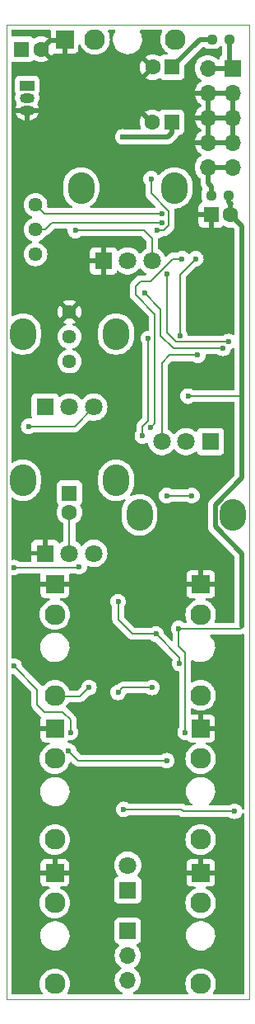
<source format=gbr>
%TF.GenerationSoftware,KiCad,Pcbnew,8.0.0*%
%TF.CreationDate,2024-08-08T14:00:08-07:00*%
%TF.ProjectId,vco,76636f2e-6b69-4636-9164-5f7063625858,rev?*%
%TF.SameCoordinates,Original*%
%TF.FileFunction,Copper,L1,Top*%
%TF.FilePolarity,Positive*%
%FSLAX46Y46*%
G04 Gerber Fmt 4.6, Leading zero omitted, Abs format (unit mm)*
G04 Created by KiCad (PCBNEW 8.0.0) date 2024-08-08 14:00:08*
%MOMM*%
%LPD*%
G01*
G04 APERTURE LIST*
G04 Aperture macros list*
%AMRoundRect*
0 Rectangle with rounded corners*
0 $1 Rounding radius*
0 $2 $3 $4 $5 $6 $7 $8 $9 X,Y pos of 4 corners*
0 Add a 4 corners polygon primitive as box body*
4,1,4,$2,$3,$4,$5,$6,$7,$8,$9,$2,$3,0*
0 Add four circle primitives for the rounded corners*
1,1,$1+$1,$2,$3*
1,1,$1+$1,$4,$5*
1,1,$1+$1,$6,$7*
1,1,$1+$1,$8,$9*
0 Add four rect primitives between the rounded corners*
20,1,$1+$1,$2,$3,$4,$5,0*
20,1,$1+$1,$4,$5,$6,$7,0*
20,1,$1+$1,$6,$7,$8,$9,0*
20,1,$1+$1,$8,$9,$2,$3,0*%
G04 Aperture macros list end*
%TA.AperFunction,SMDPad,CuDef*%
%ADD10RoundRect,0.237500X0.250000X0.237500X-0.250000X0.237500X-0.250000X-0.237500X0.250000X-0.237500X0*%
%TD*%
%TA.AperFunction,SMDPad,CuDef*%
%ADD11RoundRect,0.237500X-0.250000X-0.237500X0.250000X-0.237500X0.250000X0.237500X-0.250000X0.237500X0*%
%TD*%
%TA.AperFunction,ComponentPad*%
%ADD12R,1.600000X1.600000*%
%TD*%
%TA.AperFunction,ComponentPad*%
%ADD13C,1.600000*%
%TD*%
%TA.AperFunction,ComponentPad*%
%ADD14O,2.720000X3.240000*%
%TD*%
%TA.AperFunction,ComponentPad*%
%ADD15R,1.800000X1.800000*%
%TD*%
%TA.AperFunction,ComponentPad*%
%ADD16C,1.800000*%
%TD*%
%TA.AperFunction,ComponentPad*%
%ADD17C,1.440000*%
%TD*%
%TA.AperFunction,ComponentPad*%
%ADD18R,1.500000X1.050000*%
%TD*%
%TA.AperFunction,ComponentPad*%
%ADD19O,1.500000X1.050000*%
%TD*%
%TA.AperFunction,ComponentPad*%
%ADD20R,1.930000X1.830000*%
%TD*%
%TA.AperFunction,ComponentPad*%
%ADD21C,2.130000*%
%TD*%
%TA.AperFunction,ComponentPad*%
%ADD22R,1.700000X1.700000*%
%TD*%
%TA.AperFunction,ComponentPad*%
%ADD23O,1.700000X1.700000*%
%TD*%
%TA.AperFunction,ComponentPad*%
%ADD24R,1.830000X1.930000*%
%TD*%
%TA.AperFunction,ViaPad*%
%ADD25C,0.600000*%
%TD*%
%TA.AperFunction,Conductor*%
%ADD26C,0.200000*%
%TD*%
%TA.AperFunction,Conductor*%
%ADD27C,0.500000*%
%TD*%
%TA.AperFunction,Profile*%
%ADD28C,0.050000*%
%TD*%
G04 APERTURE END LIST*
D10*
%TO.P,FB2,1*%
%TO.N,-12V*%
X72912500Y-67500000D03*
%TO.P,FB2,2*%
%TO.N,Net-(J5-Pin_10)*%
X71087500Y-67500000D03*
%TD*%
D11*
%TO.P,FB1,1*%
%TO.N,+12V*%
X71175000Y-51500000D03*
%TO.P,FB1,2*%
%TO.N,Net-(J5-Pin_1)*%
X73000000Y-51500000D03*
%TD*%
D12*
%TO.P,C1,1*%
%TO.N,Net-(C1-Pad1)*%
X56500000Y-98044888D03*
D13*
%TO.P,C1,2*%
%TO.N,Net-(C1-Pad2)*%
X56500000Y-100044888D03*
%TD*%
D14*
%TO.P,RV7,*%
%TO.N,*%
X51700000Y-96725000D03*
X61300000Y-96725000D03*
D15*
%TO.P,RV7,1,1*%
%TO.N,GND*%
X54000000Y-104225000D03*
D16*
%TO.P,RV7,2,2*%
%TO.N,Net-(C1-Pad2)*%
X56500000Y-104225000D03*
%TO.P,RV7,3,3*%
%TO.N,Net-(J4-PadT)*%
X59000000Y-104225000D03*
%TD*%
D17*
%TO.P,RV6,3,3*%
%TO.N,+2V5*%
X53000000Y-68470000D03*
%TO.P,RV6,2,2*%
%TO.N,Net-(R4-Pad1)*%
X53000000Y-71010000D03*
%TO.P,RV6,1,1*%
X53000000Y-73550000D03*
%TD*%
D14*
%TO.P,RV5,*%
%TO.N,*%
X57700000Y-66725000D03*
X67300000Y-66725000D03*
D15*
%TO.P,RV5,1,1*%
%TO.N,GND*%
X60000000Y-74225000D03*
D16*
%TO.P,RV5,2,2*%
%TO.N,Net-(R2-Pad1)*%
X62500000Y-74225000D03*
%TO.P,RV5,3,3*%
%TO.N,+12V*%
X65000000Y-74225000D03*
%TD*%
D14*
%TO.P,RV4,*%
%TO.N,*%
X51700000Y-81725000D03*
X61300000Y-81725000D03*
D15*
%TO.P,RV4,1,1*%
%TO.N,-12V*%
X54000000Y-89225000D03*
D16*
%TO.P,RV4,2,2*%
%TO.N,Net-(R5-Pad1)*%
X56500000Y-89225000D03*
%TO.P,RV4,3,3*%
%TO.N,+12V*%
X59000000Y-89225000D03*
%TD*%
D17*
%TO.P,RV3,1,1*%
%TO.N,GND*%
X56500000Y-79460000D03*
%TO.P,RV3,2,2*%
%TO.N,Net-(R1-Pad2)*%
X56500000Y-82000000D03*
%TO.P,RV3,3,3*%
%TO.N,Net-(U1-HF_TRACK)*%
X56500000Y-84540000D03*
%TD*%
D14*
%TO.P,RV2,*%
%TO.N,*%
X73300000Y-100275000D03*
X63700000Y-100275000D03*
D15*
%TO.P,RV2,1,1*%
%TO.N,Net-(R31-Pad2)*%
X71000000Y-92775000D03*
D16*
%TO.P,RV2,2,2*%
%TO.N,Net-(J3-PadTN)*%
X68500000Y-92775000D03*
%TO.P,RV2,3,3*%
%TO.N,+5V*%
X66000000Y-92775000D03*
%TD*%
D18*
%TO.P,U5,1*%
%TO.N,N/C*%
X52140000Y-56230000D03*
D19*
%TO.P,U5,2,K*%
%TO.N,+2V5*%
X52140000Y-57500000D03*
%TO.P,U5,3,A*%
%TO.N,GND*%
X52140000Y-58770000D03*
%TD*%
D20*
%TO.P,J9,S*%
%TO.N,GND*%
X70000000Y-107400000D03*
D21*
%TO.P,J9,T*%
%TO.N,Net-(J9-PadT)*%
X70000000Y-118800000D03*
%TO.P,J9,TN*%
%TO.N,unconnected-(J9-PadTN)*%
X70000000Y-110500000D03*
%TD*%
D20*
%TO.P,J8,S*%
%TO.N,GND*%
X70000000Y-122200000D03*
D21*
%TO.P,J8,T*%
%TO.N,Net-(J8-PadT)*%
X70000000Y-133600000D03*
%TO.P,J8,TN*%
%TO.N,unconnected-(J8-PadTN)*%
X70000000Y-125300000D03*
%TD*%
D20*
%TO.P,J7,S*%
%TO.N,GND*%
X70000000Y-137000000D03*
D21*
%TO.P,J7,T*%
%TO.N,Net-(J7-PadT)*%
X70000000Y-148400000D03*
%TO.P,J7,TN*%
%TO.N,unconnected-(J7-PadTN)*%
X70000000Y-140100000D03*
%TD*%
D22*
%TO.P,J6,1,Pin_1*%
%TO.N,Net-(J6-Pin_1)*%
X62500000Y-142975000D03*
D23*
%TO.P,J6,2,Pin_2*%
%TO.N,Net-(J6-Pin_2)*%
X62500000Y-145515000D03*
%TO.P,J6,3,Pin_3*%
%TO.N,Net-(J6-Pin_3)*%
X62500000Y-148055000D03*
%TD*%
D22*
%TO.P,J5,1,Pin_1*%
%TO.N,Net-(J5-Pin_1)*%
X73275000Y-54460000D03*
D23*
%TO.P,J5,2,Pin_2*%
X70735000Y-54460000D03*
%TO.P,J5,3,Pin_3*%
%TO.N,GND*%
X73275000Y-57000000D03*
%TO.P,J5,4,Pin_4*%
X70735000Y-57000000D03*
%TO.P,J5,5,Pin_5*%
X73275000Y-59540000D03*
%TO.P,J5,6,Pin_6*%
X70735000Y-59540000D03*
%TO.P,J5,7,Pin_7*%
X73275000Y-62080000D03*
%TO.P,J5,8,Pin_8*%
X70735000Y-62080000D03*
%TO.P,J5,9,Pin_9*%
%TO.N,Net-(J5-Pin_10)*%
X73275000Y-64620000D03*
%TO.P,J5,10,Pin_10*%
X70735000Y-64620000D03*
%TD*%
D20*
%TO.P,J4,S*%
%TO.N,GND*%
X55000000Y-122200000D03*
D21*
%TO.P,J4,T*%
%TO.N,Net-(J4-PadT)*%
X55000000Y-133600000D03*
%TO.P,J4,TN*%
%TO.N,unconnected-(J4-PadTN)*%
X55000000Y-125300000D03*
%TD*%
D20*
%TO.P,J3,S*%
%TO.N,GND*%
X55000000Y-107400000D03*
D21*
%TO.P,J3,T*%
%TO.N,Net-(J3-PadT)*%
X55000000Y-118800000D03*
%TO.P,J3,TN*%
%TO.N,Net-(J3-PadTN)*%
X55000000Y-110500000D03*
%TD*%
%TO.P,J2,TN*%
%TO.N,unconnected-(J2-PadTN)*%
X55000000Y-140100000D03*
%TO.P,J2,T*%
%TO.N,Net-(J6-Pin_2)*%
X55000000Y-148400000D03*
D20*
%TO.P,J2,S*%
%TO.N,GND*%
X55000000Y-137000000D03*
%TD*%
D24*
%TO.P,J1,S*%
%TO.N,GND*%
X56000000Y-51500000D03*
D21*
%TO.P,J1,T*%
%TO.N,Net-(J1-PadT)*%
X67400000Y-51500000D03*
%TO.P,J1,TN*%
%TO.N,unconnected-(J1-PadTN)*%
X59100000Y-51500000D03*
%TD*%
D15*
%TO.P,D1,1,KA*%
%TO.N,Net-(D1-KA)*%
X62500000Y-138775000D03*
D16*
%TO.P,D1,2,AK*%
%TO.N,Net-(D1-AK)*%
X62500000Y-136235000D03*
%TD*%
D12*
%TO.P,C18,1*%
%TO.N,+5V*%
X51589775Y-52500000D03*
D13*
%TO.P,C18,2*%
%TO.N,GND*%
X53589775Y-52500000D03*
%TD*%
D12*
%TO.P,C17,1*%
%TO.N,+12V*%
X67010225Y-59999999D03*
D13*
%TO.P,C17,2*%
%TO.N,GND*%
X65010225Y-59999999D03*
%TD*%
D12*
%TO.P,C13,1*%
%TO.N,GND*%
X71089775Y-69499999D03*
D13*
%TO.P,C13,2*%
%TO.N,-12V*%
X73089775Y-69499999D03*
%TD*%
%TO.P,C12,2*%
%TO.N,GND*%
X65055113Y-54344887D03*
D12*
%TO.P,C12,1*%
%TO.N,+12V*%
X67055113Y-54344887D03*
%TD*%
D25*
%TO.N,Net-(J7-PadT)*%
X62087500Y-130500000D03*
X73500000Y-130700000D03*
%TO.N,GND*%
X66600000Y-73100000D03*
%TO.N,+12V*%
X50800000Y-115800000D03*
X62000000Y-61500000D03*
%TO.N,GND*%
X61600000Y-103400000D03*
%TO.N,+12V*%
X50800000Y-105700000D03*
X52300000Y-91200000D03*
%TO.N,Net-(J1-PadT)*%
X64900000Y-65800000D03*
X65500000Y-71100000D03*
%TO.N,+12V*%
X57100000Y-71100000D03*
%TO.N,+2V5*%
X64000000Y-92200000D03*
%TO.N,Net-(C1-Pad1)*%
X64800000Y-91300000D03*
%TO.N,Net-(J6-Pin_1)*%
X72300000Y-83200000D03*
%TO.N,Net-(J6-Pin_3)*%
X72900000Y-82500000D03*
%TO.N,Net-(U1-LIN_FREQ)*%
X69500000Y-74000000D03*
X67877165Y-81900000D03*
%TO.N,+5V*%
X69700000Y-83900000D03*
%TO.N,+2V5*%
X64600000Y-82200000D03*
%TO.N,Net-(J6-Pin_1)*%
X64207295Y-77490200D03*
%TO.N,Net-(J6-Pin_3)*%
X66500000Y-75600000D03*
%TO.N,Net-(U2A-+)*%
X66500000Y-98300000D03*
X69103284Y-98305037D03*
%TO.N,GND*%
X63500000Y-114500000D03*
%TO.N,Net-(J3-PadT)*%
X58500000Y-118000000D03*
%TO.N,+1V25*%
X67824265Y-115524265D03*
%TO.N,Net-(U2B-+)*%
X61500000Y-118500000D03*
X65000000Y-118000000D03*
%TO.N,+2V5*%
X66000000Y-69400000D03*
%TO.N,GND*%
X63400000Y-80500000D03*
X60500000Y-132600000D03*
X53000000Y-113500000D03*
%TO.N,-12V*%
X67748525Y-111948525D03*
%TO.N,+1V25*%
X66500000Y-125500000D03*
%TO.N,-12V*%
X68400000Y-122600000D03*
%TO.N,+1V25*%
X56400735Y-124499265D03*
%TO.N,+12V*%
X56600000Y-122600000D03*
%TO.N,GND*%
X73000000Y-74000000D03*
%TO.N,Net-(R4-Pad1)*%
X66000000Y-70300000D03*
%TO.N,Net-(C1-Pad1)*%
X68100000Y-74000000D03*
%TO.N,-12V*%
X68700000Y-88100000D03*
%TO.N,GND*%
X62700000Y-89900000D03*
%TO.N,+12V*%
X57500000Y-105600000D03*
%TO.N,+1V25*%
X61500000Y-109200000D03*
X65400000Y-112500000D03*
%TD*%
D26*
%TO.N,-12V*%
X74051475Y-111948525D02*
X74250000Y-111750000D01*
X67748525Y-111948525D02*
X74051475Y-111948525D01*
%TO.N,Net-(J7-PadT)*%
X68000000Y-130500000D02*
X62087500Y-130500000D01*
X68200000Y-130700000D02*
X68000000Y-130500000D01*
X73500000Y-130700000D02*
X68200000Y-130700000D01*
%TO.N,+12V*%
X53200000Y-119800000D02*
X53200000Y-118200000D01*
X53900000Y-120500000D02*
X53200000Y-119800000D01*
X55800000Y-120500000D02*
X53900000Y-120500000D01*
X56600000Y-121300000D02*
X55800000Y-120500000D01*
X56600000Y-122600000D02*
X56600000Y-121300000D01*
X53200000Y-118200000D02*
X50900000Y-115900000D01*
%TO.N,Net-(J3-PadT)*%
X57600000Y-118900000D02*
X58500000Y-118000000D01*
X55100000Y-118900000D02*
X57600000Y-118900000D01*
X55000000Y-119000000D02*
X55100000Y-118900000D01*
%TO.N,+5V*%
X66000000Y-84700000D02*
X66000000Y-92775000D01*
X66800000Y-83900000D02*
X66000000Y-84700000D01*
X69700000Y-83900000D02*
X66800000Y-83900000D01*
%TO.N,Net-(C1-Pad1)*%
X63300000Y-77700000D02*
X65300000Y-79700000D01*
X63300000Y-76800000D02*
X63300000Y-77700000D01*
X63800000Y-76300000D02*
X63300000Y-76800000D01*
X65300000Y-79700000D02*
X65300000Y-90900000D01*
X65300000Y-90900000D02*
X64900000Y-91300000D01*
X64800000Y-76300000D02*
X63800000Y-76300000D01*
X67100000Y-74000000D02*
X64800000Y-76300000D01*
X68100000Y-74000000D02*
X67100000Y-74000000D01*
X64900000Y-91300000D02*
X64800000Y-91300000D01*
%TO.N,+2V5*%
X64000000Y-91200000D02*
X64600000Y-90600000D01*
X64600000Y-90600000D02*
X64600000Y-82200000D01*
X64000000Y-92200000D02*
X64000000Y-91200000D01*
D27*
%TO.N,GND*%
X55900000Y-51600000D02*
X56000000Y-51500000D01*
X54489775Y-51600000D02*
X55900000Y-51600000D01*
X53589775Y-52500000D02*
X54489775Y-51600000D01*
D26*
%TO.N,Net-(U2A-+)*%
X69103284Y-98305037D02*
X69098247Y-98300000D01*
X69098247Y-98300000D02*
X66500000Y-98300000D01*
D27*
%TO.N,-12V*%
X74250000Y-70660224D02*
X74250000Y-72900000D01*
X73089775Y-69499999D02*
X74250000Y-70660224D01*
X74250000Y-72900000D02*
X74250000Y-72250000D01*
X74250000Y-88100000D02*
X74250000Y-72900000D01*
X73089775Y-68410225D02*
X73089775Y-69499999D01*
X73100000Y-68400000D02*
X73089775Y-68410225D01*
X72912500Y-68212500D02*
X73100000Y-68400000D01*
X72912500Y-67500000D02*
X72912500Y-68212500D01*
%TO.N,Net-(J5-Pin_10)*%
X70735000Y-66235000D02*
X70735000Y-64620000D01*
X71087500Y-66587500D02*
X70735000Y-66235000D01*
X71087500Y-67500000D02*
X71087500Y-66587500D01*
D26*
%TO.N,Net-(U1-LIN_FREQ)*%
X67877165Y-75622835D02*
X69500000Y-74000000D01*
X67877165Y-81900000D02*
X67877165Y-75622835D01*
%TO.N,Net-(J6-Pin_1)*%
X65900000Y-81900000D02*
X67200000Y-83200000D01*
X65900000Y-79200000D02*
X65900000Y-81900000D01*
X64207295Y-77507295D02*
X65900000Y-79200000D01*
X64207295Y-77490200D02*
X64207295Y-77507295D01*
X67200000Y-83200000D02*
X72300000Y-83200000D01*
%TO.N,Net-(J6-Pin_3)*%
X67450000Y-82500000D02*
X72900000Y-82500000D01*
X66500000Y-81550000D02*
X67450000Y-82500000D01*
X66500000Y-75600000D02*
X66500000Y-81550000D01*
D27*
%TO.N,+12V*%
X66600000Y-61500000D02*
X62000000Y-61500000D01*
X67010225Y-61089775D02*
X66600000Y-61500000D01*
X67010225Y-59999999D02*
X67010225Y-61089775D01*
%TO.N,-12V*%
X74250000Y-96505273D02*
X74250000Y-88100000D01*
D26*
X68700000Y-88100000D02*
X74250000Y-88100000D01*
X68424265Y-114394162D02*
X67748525Y-113718422D01*
X68424265Y-116575735D02*
X68424265Y-114394162D01*
X67748525Y-113718422D02*
X67748525Y-111948525D01*
X68400000Y-116600000D02*
X68424265Y-116575735D01*
X67748525Y-111948525D02*
X67800000Y-112000000D01*
D27*
X71490000Y-101490000D02*
X71490000Y-99265273D01*
X71490000Y-99265273D02*
X74250000Y-96505273D01*
X74250000Y-111750000D02*
X74250000Y-104250000D01*
X74250000Y-104250000D02*
X71490000Y-101490000D01*
D26*
%TO.N,+1V25*%
X67824265Y-114924265D02*
X65400000Y-112500000D01*
X67824265Y-115524265D02*
X67824265Y-114924265D01*
%TO.N,+12V*%
X57500000Y-105600000D02*
X57400000Y-105700000D01*
X57400000Y-105700000D02*
X50750000Y-105700000D01*
X57025000Y-91200000D02*
X52300000Y-91200000D01*
X59000000Y-89225000D02*
X57025000Y-91200000D01*
%TO.N,Net-(J1-PadT)*%
X64900000Y-67300000D02*
X64900000Y-65800000D01*
X66700000Y-69100000D02*
X64900000Y-67300000D01*
X66700000Y-70600000D02*
X66700000Y-69100000D01*
X66200000Y-71100000D02*
X66700000Y-70600000D01*
X65500000Y-71100000D02*
X66200000Y-71100000D01*
%TO.N,+12V*%
X64200000Y-71100000D02*
X57100000Y-71100000D01*
X65000000Y-74225000D02*
X65000000Y-71900000D01*
X65000000Y-71900000D02*
X64200000Y-71100000D01*
%TO.N,Net-(C1-Pad2)*%
X56500000Y-104225000D02*
X56500000Y-100044888D01*
%TO.N,+1V25*%
X57401470Y-125500000D02*
X56400735Y-124499265D01*
X66500000Y-125500000D02*
X57401470Y-125500000D01*
%TO.N,-12V*%
X68400000Y-122600000D02*
X68400000Y-116600000D01*
%TO.N,+1V25*%
X61500000Y-111000000D02*
X63000000Y-112500000D01*
X63000000Y-112500000D02*
X65400000Y-112500000D01*
X61500000Y-109200000D02*
X61500000Y-111000000D01*
%TO.N,Net-(U2B-+)*%
X65000000Y-118000000D02*
X62000000Y-118000000D01*
X62000000Y-118000000D02*
X61500000Y-118500000D01*
%TO.N,Net-(R4-Pad1)*%
X53990000Y-71010000D02*
X53000000Y-71010000D01*
X54700000Y-70300000D02*
X53990000Y-71010000D01*
X66000000Y-70300000D02*
X54700000Y-70300000D01*
%TO.N,+2V5*%
X53930000Y-69400000D02*
X53000000Y-68470000D01*
X66000000Y-69400000D02*
X53930000Y-69400000D01*
D27*
%TO.N,+12V*%
X69900000Y-51500000D02*
X67055113Y-54344887D01*
X71175000Y-51500000D02*
X69900000Y-51500000D01*
%TO.N,Net-(J5-Pin_1)*%
X73000000Y-54185000D02*
X73275000Y-54460000D01*
X73000000Y-51500000D02*
X73000000Y-54185000D01*
X73275000Y-54460000D02*
X70735000Y-54460000D01*
%TO.N,Net-(J5-Pin_10)*%
X73275000Y-64620000D02*
X70735000Y-64620000D01*
%TD*%
%TA.AperFunction,Conductor*%
%TO.N,GND*%
G36*
X61175235Y-50520185D02*
G01*
X61220990Y-50572989D01*
X61230934Y-50642147D01*
X61216755Y-50684423D01*
X61182396Y-50746666D01*
X61107130Y-50883008D01*
X61107126Y-50883017D01*
X61024796Y-51115508D01*
X61024791Y-51115528D01*
X60981538Y-51358351D01*
X60978525Y-51604994D01*
X60978525Y-51604995D01*
X61015834Y-51848809D01*
X61015837Y-51848819D01*
X61092466Y-52083267D01*
X61206356Y-52302048D01*
X61206358Y-52302051D01*
X61206360Y-52302054D01*
X61228883Y-52332052D01*
X61354456Y-52499301D01*
X61532779Y-52669710D01*
X61532792Y-52669720D01*
X61736547Y-52808712D01*
X61736552Y-52808714D01*
X61960268Y-52912560D01*
X61960275Y-52912562D01*
X61960278Y-52912564D01*
X62197965Y-52978481D01*
X62443226Y-53004692D01*
X62689475Y-52990493D01*
X62689479Y-52990492D01*
X62711631Y-52985500D01*
X62742785Y-52978479D01*
X62930092Y-52936268D01*
X62930094Y-52936267D01*
X62930099Y-52936266D01*
X63158634Y-52843468D01*
X63368945Y-52714589D01*
X63555382Y-52553092D01*
X63712939Y-52363313D01*
X63837385Y-52150350D01*
X63925377Y-51919921D01*
X63974553Y-51678215D01*
X63983592Y-51431722D01*
X63952250Y-51187064D01*
X63881370Y-50950809D01*
X63772856Y-50729303D01*
X63749461Y-50696504D01*
X63726558Y-50630498D01*
X63742977Y-50562585D01*
X63793506Y-50514329D01*
X63850413Y-50500500D01*
X65955014Y-50500500D01*
X66022053Y-50520185D01*
X66067808Y-50572989D01*
X66077752Y-50642147D01*
X66060742Y-50689290D01*
X66000813Y-50787084D01*
X65906517Y-51014735D01*
X65848993Y-51254341D01*
X65829659Y-51500000D01*
X65848993Y-51745658D01*
X65906517Y-51985264D01*
X66000815Y-52212920D01*
X66129563Y-52423018D01*
X66129564Y-52423020D01*
X66183795Y-52486516D01*
X66289601Y-52610399D01*
X66476977Y-52770433D01*
X66549148Y-52814659D01*
X66596024Y-52866471D01*
X66607447Y-52935400D01*
X66579790Y-52999563D01*
X66521835Y-53038588D01*
X66484359Y-53044387D01*
X66207243Y-53044387D01*
X66207236Y-53044388D01*
X66147629Y-53050795D01*
X66012784Y-53101089D01*
X66012777Y-53101093D01*
X65897570Y-53187338D01*
X65897565Y-53187343D01*
X65890758Y-53196436D01*
X65834823Y-53238305D01*
X65765131Y-53243287D01*
X65720373Y-53223699D01*
X65707598Y-53214755D01*
X65707594Y-53214752D01*
X65501439Y-53118621D01*
X65501430Y-53118617D01*
X65281723Y-53059747D01*
X65281712Y-53059745D01*
X65055115Y-53039921D01*
X65055111Y-53039921D01*
X64828513Y-53059745D01*
X64828502Y-53059747D01*
X64608795Y-53118617D01*
X64608786Y-53118621D01*
X64402629Y-53214753D01*
X64402625Y-53214755D01*
X64329639Y-53265860D01*
X64329639Y-53265861D01*
X65008666Y-53944887D01*
X65002452Y-53944887D01*
X64900719Y-53972146D01*
X64809507Y-54024807D01*
X64735033Y-54099281D01*
X64682372Y-54190493D01*
X64655113Y-54292226D01*
X64655113Y-54298439D01*
X63976087Y-53619413D01*
X63976086Y-53619413D01*
X63924981Y-53692399D01*
X63924979Y-53692403D01*
X63828847Y-53898560D01*
X63828843Y-53898569D01*
X63769973Y-54118276D01*
X63769971Y-54118287D01*
X63750147Y-54344884D01*
X63750147Y-54344889D01*
X63769971Y-54571486D01*
X63769973Y-54571497D01*
X63828843Y-54791204D01*
X63828848Y-54791218D01*
X63924976Y-54997365D01*
X63976087Y-55070359D01*
X64655113Y-54391333D01*
X64655113Y-54397548D01*
X64682372Y-54499281D01*
X64735033Y-54590493D01*
X64809507Y-54664967D01*
X64900719Y-54717628D01*
X65002452Y-54744887D01*
X65008664Y-54744887D01*
X64329639Y-55423912D01*
X64402626Y-55475019D01*
X64402634Y-55475023D01*
X64608781Y-55571151D01*
X64608795Y-55571156D01*
X64828502Y-55630026D01*
X64828513Y-55630028D01*
X65055111Y-55649853D01*
X65055115Y-55649853D01*
X65281712Y-55630028D01*
X65281723Y-55630026D01*
X65501430Y-55571156D01*
X65501439Y-55571152D01*
X65707594Y-55475021D01*
X65720366Y-55466078D01*
X65786572Y-55443749D01*
X65854340Y-55460757D01*
X65890757Y-55493336D01*
X65897567Y-55502433D01*
X65943756Y-55537010D01*
X66012777Y-55588680D01*
X66012784Y-55588684D01*
X66147630Y-55638978D01*
X66147629Y-55638978D01*
X66154557Y-55639722D01*
X66207240Y-55645387D01*
X67902985Y-55645386D01*
X67962596Y-55638978D01*
X68097444Y-55588683D01*
X68212659Y-55502433D01*
X68298909Y-55387218D01*
X68349204Y-55252370D01*
X68355613Y-55192760D01*
X68355612Y-54157115D01*
X68375296Y-54090077D01*
X68391926Y-54069440D01*
X70174549Y-52286819D01*
X70235872Y-52253334D01*
X70262230Y-52250500D01*
X70342948Y-52250500D01*
X70409987Y-52270185D01*
X70430629Y-52286819D01*
X70464150Y-52320340D01*
X70610984Y-52410908D01*
X70774747Y-52465174D01*
X70875823Y-52475500D01*
X71474176Y-52475499D01*
X71474184Y-52475498D01*
X71474187Y-52475498D01*
X71529530Y-52469844D01*
X71575253Y-52465174D01*
X71739016Y-52410908D01*
X71885850Y-52320340D01*
X71999819Y-52206371D01*
X72061142Y-52172886D01*
X72130834Y-52177870D01*
X72175181Y-52206371D01*
X72213181Y-52244371D01*
X72246666Y-52305694D01*
X72249500Y-52332052D01*
X72249500Y-53056138D01*
X72229815Y-53123177D01*
X72189581Y-53160637D01*
X72189769Y-53160888D01*
X72187441Y-53162630D01*
X72184932Y-53164967D01*
X72182670Y-53166202D01*
X72067455Y-53252452D01*
X72067452Y-53252455D01*
X71981206Y-53367664D01*
X71981203Y-53367669D01*
X71932189Y-53499083D01*
X71890317Y-53555016D01*
X71824853Y-53579433D01*
X71756580Y-53564581D01*
X71728326Y-53543430D01*
X71606402Y-53421506D01*
X71606395Y-53421501D01*
X71586375Y-53407483D01*
X71567521Y-53394281D01*
X71412834Y-53285967D01*
X71412830Y-53285965D01*
X71369715Y-53265860D01*
X71198663Y-53186097D01*
X71198659Y-53186096D01*
X71198655Y-53186094D01*
X70970413Y-53124938D01*
X70970403Y-53124936D01*
X70735001Y-53104341D01*
X70734999Y-53104341D01*
X70499596Y-53124936D01*
X70499586Y-53124938D01*
X70271344Y-53186094D01*
X70271335Y-53186098D01*
X70057171Y-53285964D01*
X70057169Y-53285965D01*
X69863597Y-53421505D01*
X69696505Y-53588597D01*
X69560965Y-53782169D01*
X69560964Y-53782171D01*
X69461098Y-53996335D01*
X69461094Y-53996344D01*
X69399938Y-54224586D01*
X69399936Y-54224596D01*
X69379341Y-54459999D01*
X69379341Y-54460000D01*
X69399936Y-54695403D01*
X69399938Y-54695413D01*
X69461094Y-54923655D01*
X69461096Y-54923659D01*
X69461097Y-54923663D01*
X69495465Y-54997365D01*
X69560965Y-55137830D01*
X69560967Y-55137834D01*
X69641166Y-55252369D01*
X69696505Y-55331401D01*
X69863599Y-55498495D01*
X69992396Y-55588680D01*
X70049594Y-55628730D01*
X70093219Y-55683307D01*
X70100413Y-55752805D01*
X70068890Y-55815160D01*
X70049595Y-55831880D01*
X69863922Y-55961890D01*
X69863920Y-55961891D01*
X69696891Y-56128920D01*
X69696886Y-56128926D01*
X69561400Y-56322420D01*
X69561399Y-56322422D01*
X69461570Y-56536507D01*
X69461567Y-56536513D01*
X69404364Y-56749999D01*
X69404364Y-56750000D01*
X70301988Y-56750000D01*
X70269075Y-56807007D01*
X70235000Y-56934174D01*
X70235000Y-57065826D01*
X70269075Y-57192993D01*
X70301988Y-57250000D01*
X69404364Y-57250000D01*
X69461567Y-57463486D01*
X69461570Y-57463492D01*
X69561399Y-57677578D01*
X69696894Y-57871082D01*
X69863917Y-58038105D01*
X70050031Y-58168425D01*
X70093656Y-58223003D01*
X70100848Y-58292501D01*
X70069326Y-58354856D01*
X70050031Y-58371575D01*
X69863922Y-58501890D01*
X69863920Y-58501891D01*
X69696891Y-58668920D01*
X69696886Y-58668926D01*
X69561400Y-58862420D01*
X69561399Y-58862422D01*
X69461570Y-59076507D01*
X69461567Y-59076513D01*
X69404364Y-59289999D01*
X69404364Y-59290000D01*
X70301988Y-59290000D01*
X70269075Y-59347007D01*
X70235000Y-59474174D01*
X70235000Y-59605826D01*
X70269075Y-59732993D01*
X70301988Y-59790000D01*
X69404364Y-59790000D01*
X69461567Y-60003486D01*
X69461570Y-60003492D01*
X69561399Y-60217578D01*
X69696894Y-60411082D01*
X69863917Y-60578105D01*
X70050031Y-60708425D01*
X70093656Y-60763003D01*
X70100848Y-60832501D01*
X70069326Y-60894856D01*
X70050031Y-60911575D01*
X69863922Y-61041890D01*
X69863920Y-61041891D01*
X69696891Y-61208920D01*
X69696886Y-61208926D01*
X69561400Y-61402420D01*
X69561399Y-61402422D01*
X69461570Y-61616507D01*
X69461567Y-61616513D01*
X69404364Y-61829999D01*
X69404364Y-61830000D01*
X70301988Y-61830000D01*
X70269075Y-61887007D01*
X70235000Y-62014174D01*
X70235000Y-62145826D01*
X70269075Y-62272993D01*
X70301988Y-62330000D01*
X69404364Y-62330000D01*
X69461567Y-62543486D01*
X69461570Y-62543492D01*
X69561399Y-62757578D01*
X69696894Y-62951082D01*
X69863917Y-63118105D01*
X70049595Y-63248119D01*
X70093219Y-63302696D01*
X70100412Y-63372195D01*
X70068890Y-63434549D01*
X70049595Y-63451269D01*
X69863594Y-63581508D01*
X69696505Y-63748597D01*
X69560965Y-63942169D01*
X69560964Y-63942171D01*
X69461098Y-64156335D01*
X69461094Y-64156344D01*
X69399938Y-64384586D01*
X69399936Y-64384596D01*
X69379341Y-64619999D01*
X69379341Y-64620000D01*
X69399936Y-64855403D01*
X69399938Y-64855413D01*
X69461094Y-65083655D01*
X69461096Y-65083659D01*
X69461097Y-65083663D01*
X69531972Y-65235655D01*
X69560965Y-65297830D01*
X69560967Y-65297834D01*
X69696501Y-65491395D01*
X69696506Y-65491402D01*
X69863595Y-65658492D01*
X69863598Y-65658494D01*
X69863599Y-65658495D01*
X69931623Y-65706125D01*
X69975248Y-65760701D01*
X69984500Y-65807700D01*
X69984500Y-66308918D01*
X69984500Y-66308920D01*
X69984499Y-66308920D01*
X70013340Y-66453907D01*
X70013343Y-66453917D01*
X70069914Y-66590492D01*
X70102812Y-66639727D01*
X70102813Y-66639730D01*
X70152046Y-66713414D01*
X70152047Y-66713415D01*
X70152048Y-66713416D01*
X70179845Y-66741213D01*
X70213330Y-66802534D01*
X70208346Y-66872226D01*
X70197704Y-66893989D01*
X70164092Y-66948484D01*
X70109826Y-67112247D01*
X70109826Y-67112248D01*
X70109825Y-67112248D01*
X70099500Y-67213315D01*
X70099500Y-67786669D01*
X70099501Y-67786687D01*
X70109825Y-67887752D01*
X70146109Y-67997249D01*
X70164090Y-68051511D01*
X70164092Y-68051515D01*
X70164098Y-68051527D01*
X70165915Y-68054473D01*
X70166544Y-68056774D01*
X70167146Y-68058064D01*
X70166925Y-68058166D01*
X70184355Y-68121865D01*
X70163432Y-68188528D01*
X70109789Y-68233297D01*
X70103710Y-68235750D01*
X70047686Y-68256645D01*
X70047681Y-68256648D01*
X69932587Y-68342808D01*
X69932584Y-68342811D01*
X69846424Y-68457905D01*
X69846420Y-68457912D01*
X69796178Y-68592619D01*
X69796176Y-68592626D01*
X69789775Y-68652154D01*
X69789775Y-69249999D01*
X70774089Y-69249999D01*
X70769695Y-69254393D01*
X70717034Y-69345605D01*
X70689775Y-69447338D01*
X70689775Y-69552660D01*
X70717034Y-69654393D01*
X70769695Y-69745605D01*
X70774089Y-69749999D01*
X69789775Y-69749999D01*
X69789775Y-70347843D01*
X69796176Y-70407371D01*
X69796178Y-70407378D01*
X69846420Y-70542085D01*
X69846424Y-70542092D01*
X69932584Y-70657186D01*
X69932587Y-70657189D01*
X70047681Y-70743349D01*
X70047688Y-70743353D01*
X70182395Y-70793595D01*
X70182402Y-70793597D01*
X70241930Y-70799998D01*
X70241947Y-70799999D01*
X70839775Y-70799999D01*
X70839775Y-69815685D01*
X70844169Y-69820079D01*
X70935381Y-69872740D01*
X71037114Y-69899999D01*
X71142436Y-69899999D01*
X71244169Y-69872740D01*
X71335381Y-69820079D01*
X71339775Y-69815685D01*
X71339775Y-70799999D01*
X71937603Y-70799999D01*
X71937619Y-70799998D01*
X71997147Y-70793597D01*
X71997154Y-70793595D01*
X72131861Y-70743353D01*
X72131863Y-70743351D01*
X72246961Y-70657189D01*
X72246963Y-70657187D01*
X72253417Y-70648567D01*
X72309350Y-70606695D01*
X72379041Y-70601709D01*
X72423804Y-70621299D01*
X72437041Y-70630567D01*
X72643279Y-70726738D01*
X72863083Y-70785634D01*
X73025005Y-70799800D01*
X73089773Y-70805467D01*
X73089775Y-70805467D01*
X73089776Y-70805467D01*
X73109837Y-70803711D01*
X73256636Y-70790868D01*
X73325134Y-70804634D01*
X73355123Y-70826715D01*
X73463181Y-70934773D01*
X73496666Y-70996096D01*
X73499500Y-71022454D01*
X73499500Y-81706921D01*
X73479815Y-81773960D01*
X73427011Y-81819715D01*
X73357853Y-81829659D01*
X73309528Y-81811915D01*
X73249523Y-81774211D01*
X73079254Y-81714631D01*
X73079249Y-81714630D01*
X72900004Y-81694435D01*
X72899996Y-81694435D01*
X72720750Y-81714630D01*
X72720745Y-81714631D01*
X72550476Y-81774211D01*
X72397736Y-81870185D01*
X72394903Y-81872445D01*
X72392724Y-81873334D01*
X72391842Y-81873889D01*
X72391744Y-81873734D01*
X72330217Y-81898855D01*
X72317588Y-81899500D01*
X68793487Y-81899500D01*
X68726448Y-81879815D01*
X68680693Y-81827011D01*
X68670267Y-81789383D01*
X68662534Y-81720750D01*
X68662533Y-81720748D01*
X68662533Y-81720745D01*
X68602954Y-81550478D01*
X68506981Y-81397738D01*
X68506979Y-81397736D01*
X68506978Y-81397734D01*
X68504715Y-81394896D01*
X68503824Y-81392715D01*
X68503276Y-81391842D01*
X68503429Y-81391745D01*
X68478309Y-81330209D01*
X68477665Y-81317587D01*
X68477665Y-75922931D01*
X68497350Y-75855892D01*
X68513979Y-75835254D01*
X69518535Y-74830698D01*
X69579856Y-74797215D01*
X69592311Y-74795163D01*
X69679255Y-74785368D01*
X69849522Y-74725789D01*
X70002262Y-74629816D01*
X70129816Y-74502262D01*
X70225789Y-74349522D01*
X70285368Y-74179255D01*
X70305565Y-74000000D01*
X70302748Y-73975000D01*
X70285369Y-73820750D01*
X70285368Y-73820745D01*
X70265074Y-73762747D01*
X70225789Y-73650478D01*
X70213730Y-73631287D01*
X70129815Y-73497737D01*
X70002262Y-73370184D01*
X69849523Y-73274211D01*
X69679254Y-73214631D01*
X69679249Y-73214630D01*
X69500004Y-73194435D01*
X69499996Y-73194435D01*
X69320750Y-73214630D01*
X69320745Y-73214631D01*
X69150476Y-73274211D01*
X68997737Y-73370184D01*
X68887681Y-73480241D01*
X68826358Y-73513726D01*
X68756666Y-73508742D01*
X68712319Y-73480241D01*
X68602262Y-73370184D01*
X68449523Y-73274211D01*
X68279254Y-73214631D01*
X68279249Y-73214630D01*
X68100004Y-73194435D01*
X68099996Y-73194435D01*
X67920750Y-73214630D01*
X67920745Y-73214631D01*
X67750476Y-73274211D01*
X67597736Y-73370185D01*
X67594903Y-73372445D01*
X67592724Y-73373334D01*
X67591842Y-73373889D01*
X67591744Y-73373734D01*
X67530217Y-73398855D01*
X67517588Y-73399500D01*
X67179057Y-73399500D01*
X67020942Y-73399500D01*
X66868215Y-73440423D01*
X66868214Y-73440423D01*
X66868212Y-73440424D01*
X66868209Y-73440425D01*
X66833066Y-73460716D01*
X66833064Y-73460717D01*
X66731290Y-73519475D01*
X66731282Y-73519481D01*
X66662524Y-73588240D01*
X66619480Y-73631284D01*
X66619478Y-73631286D01*
X66541983Y-73708781D01*
X66504111Y-73746653D01*
X66442788Y-73780137D01*
X66373096Y-73775153D01*
X66317163Y-73733281D01*
X66302874Y-73708781D01*
X66235924Y-73556151D01*
X66108983Y-73361852D01*
X66108980Y-73361849D01*
X66108979Y-73361847D01*
X65951784Y-73191087D01*
X65951779Y-73191083D01*
X65951777Y-73191081D01*
X65768634Y-73048535D01*
X65768623Y-73048528D01*
X65665481Y-72992709D01*
X65615891Y-72943489D01*
X65600500Y-72883655D01*
X65600500Y-72000908D01*
X65620185Y-71933869D01*
X65672989Y-71888114D01*
X65683536Y-71883869D01*
X65849522Y-71825789D01*
X66002262Y-71729816D01*
X66002267Y-71729810D01*
X66005097Y-71727555D01*
X66007275Y-71726665D01*
X66008158Y-71726111D01*
X66008255Y-71726265D01*
X66069783Y-71701145D01*
X66082412Y-71700500D01*
X66113331Y-71700500D01*
X66113347Y-71700501D01*
X66120943Y-71700501D01*
X66279054Y-71700501D01*
X66279057Y-71700501D01*
X66431785Y-71659577D01*
X66481904Y-71630639D01*
X66568716Y-71580520D01*
X66680520Y-71468716D01*
X66680521Y-71468714D01*
X67180520Y-70968716D01*
X67259577Y-70831784D01*
X67300501Y-70679057D01*
X67300501Y-70520942D01*
X67300501Y-70513347D01*
X67300500Y-70513329D01*
X67300500Y-69020945D01*
X67300500Y-69020943D01*
X67295315Y-69001592D01*
X67296978Y-68931743D01*
X67336141Y-68873881D01*
X67400370Y-68846377D01*
X67415090Y-68845500D01*
X67421937Y-68845500D01*
X67421944Y-68845500D01*
X67663744Y-68813666D01*
X67899321Y-68750544D01*
X68124644Y-68657212D01*
X68335856Y-68535268D01*
X68529345Y-68386799D01*
X68701799Y-68214345D01*
X68850268Y-68020856D01*
X68972212Y-67809644D01*
X69065544Y-67584321D01*
X69128666Y-67348744D01*
X69160500Y-67106944D01*
X69160500Y-66343056D01*
X69128666Y-66101256D01*
X69065544Y-65865679D01*
X68972212Y-65640356D01*
X68972210Y-65640353D01*
X68972208Y-65640348D01*
X68850272Y-65429151D01*
X68850268Y-65429144D01*
X68749511Y-65297834D01*
X68701800Y-65235656D01*
X68701794Y-65235649D01*
X68529350Y-65063205D01*
X68529343Y-65063199D01*
X68335864Y-64914738D01*
X68335862Y-64914736D01*
X68335856Y-64914732D01*
X68335851Y-64914729D01*
X68335848Y-64914727D01*
X68124651Y-64792791D01*
X68124640Y-64792786D01*
X67899330Y-64699459D01*
X67899323Y-64699457D01*
X67899321Y-64699456D01*
X67663744Y-64636334D01*
X67623333Y-64631013D01*
X67421951Y-64604500D01*
X67421944Y-64604500D01*
X67178056Y-64604500D01*
X67178048Y-64604500D01*
X66947896Y-64634801D01*
X66936256Y-64636334D01*
X66700679Y-64699456D01*
X66700669Y-64699459D01*
X66475359Y-64792786D01*
X66475348Y-64792791D01*
X66264151Y-64914727D01*
X66264135Y-64914738D01*
X66070656Y-65063199D01*
X66070649Y-65063205D01*
X65898205Y-65235649D01*
X65898199Y-65235656D01*
X65782743Y-65386122D01*
X65726315Y-65427325D01*
X65656569Y-65431480D01*
X65595649Y-65397268D01*
X65579373Y-65376608D01*
X65529876Y-65297834D01*
X65529816Y-65297738D01*
X65402262Y-65170184D01*
X65249523Y-65074211D01*
X65079254Y-65014631D01*
X65079249Y-65014630D01*
X64900004Y-64994435D01*
X64899996Y-64994435D01*
X64720750Y-65014630D01*
X64720745Y-65014631D01*
X64550476Y-65074211D01*
X64397737Y-65170184D01*
X64270184Y-65297737D01*
X64174211Y-65450476D01*
X64114631Y-65620745D01*
X64114630Y-65620750D01*
X64094435Y-65799996D01*
X64094435Y-65800003D01*
X64114630Y-65979249D01*
X64114631Y-65979254D01*
X64174211Y-66149523D01*
X64270185Y-66302263D01*
X64272445Y-66305097D01*
X64273334Y-66307275D01*
X64273889Y-66308158D01*
X64273734Y-66308255D01*
X64298855Y-66369783D01*
X64299500Y-66382412D01*
X64299500Y-67213330D01*
X64299499Y-67213348D01*
X64299499Y-67379054D01*
X64299498Y-67379054D01*
X64340423Y-67531785D01*
X64349448Y-67547416D01*
X64349449Y-67547419D01*
X64419475Y-67668709D01*
X64419481Y-67668717D01*
X64538349Y-67787585D01*
X64538355Y-67787590D01*
X65338584Y-68587819D01*
X65372069Y-68649142D01*
X65367085Y-68718834D01*
X65325213Y-68774767D01*
X65259749Y-68799184D01*
X65250903Y-68799500D01*
X58740967Y-68799500D01*
X58673928Y-68779815D01*
X58628173Y-68727011D01*
X58618229Y-68657853D01*
X58647254Y-68594297D01*
X58678967Y-68568113D01*
X58735856Y-68535268D01*
X58929345Y-68386799D01*
X59101799Y-68214345D01*
X59250268Y-68020856D01*
X59372212Y-67809644D01*
X59465544Y-67584321D01*
X59528666Y-67348744D01*
X59560500Y-67106944D01*
X59560500Y-66343056D01*
X59528666Y-66101256D01*
X59465544Y-65865679D01*
X59372212Y-65640356D01*
X59372210Y-65640353D01*
X59372208Y-65640348D01*
X59250272Y-65429151D01*
X59250268Y-65429144D01*
X59149511Y-65297834D01*
X59101800Y-65235656D01*
X59101794Y-65235649D01*
X58929350Y-65063205D01*
X58929343Y-65063199D01*
X58735864Y-64914738D01*
X58735862Y-64914736D01*
X58735856Y-64914732D01*
X58735851Y-64914729D01*
X58735848Y-64914727D01*
X58524651Y-64792791D01*
X58524640Y-64792786D01*
X58299330Y-64699459D01*
X58299323Y-64699457D01*
X58299321Y-64699456D01*
X58063744Y-64636334D01*
X58023333Y-64631013D01*
X57821951Y-64604500D01*
X57821944Y-64604500D01*
X57578056Y-64604500D01*
X57578048Y-64604500D01*
X57347896Y-64634801D01*
X57336256Y-64636334D01*
X57100679Y-64699456D01*
X57100669Y-64699459D01*
X56875359Y-64792786D01*
X56875348Y-64792791D01*
X56664151Y-64914727D01*
X56664135Y-64914738D01*
X56470656Y-65063199D01*
X56470649Y-65063205D01*
X56298205Y-65235649D01*
X56298199Y-65235656D01*
X56149738Y-65429135D01*
X56149727Y-65429151D01*
X56027791Y-65640348D01*
X56027786Y-65640359D01*
X55934459Y-65865669D01*
X55934456Y-65865679D01*
X55926894Y-65893903D01*
X55871335Y-66101253D01*
X55871333Y-66101264D01*
X55839500Y-66343048D01*
X55839500Y-67106951D01*
X55860105Y-67263451D01*
X55871334Y-67348744D01*
X55934456Y-67584320D01*
X55934459Y-67584330D01*
X56027786Y-67809640D01*
X56027791Y-67809651D01*
X56149727Y-68020848D01*
X56149738Y-68020864D01*
X56298199Y-68214343D01*
X56298205Y-68214350D01*
X56470649Y-68386794D01*
X56470656Y-68386800D01*
X56579082Y-68469998D01*
X56664144Y-68535268D01*
X56664151Y-68535272D01*
X56721033Y-68568113D01*
X56769249Y-68618680D01*
X56782471Y-68687287D01*
X56756503Y-68752152D01*
X56699589Y-68792680D01*
X56659033Y-68799500D01*
X54331656Y-68799500D01*
X54264617Y-68779815D01*
X54218862Y-68727011D01*
X54208128Y-68664694D01*
X54225162Y-68470000D01*
X54224104Y-68457912D01*
X54212571Y-68326083D01*
X54206549Y-68257253D01*
X54151276Y-68050970D01*
X54061021Y-67857419D01*
X53938529Y-67682481D01*
X53938527Y-67682478D01*
X53787521Y-67531472D01*
X53612578Y-67408977D01*
X53612579Y-67408977D01*
X53483388Y-67348735D01*
X53419030Y-67318724D01*
X53419026Y-67318723D01*
X53419022Y-67318721D01*
X53212752Y-67263452D01*
X53212748Y-67263451D01*
X53212747Y-67263451D01*
X53212746Y-67263450D01*
X53212741Y-67263450D01*
X53000002Y-67244838D01*
X52999998Y-67244838D01*
X52787258Y-67263450D01*
X52787247Y-67263452D01*
X52580977Y-67318721D01*
X52580968Y-67318725D01*
X52387421Y-67408977D01*
X52212478Y-67531472D01*
X52061472Y-67682478D01*
X51938977Y-67857421D01*
X51848725Y-68050968D01*
X51848721Y-68050977D01*
X51793452Y-68257247D01*
X51793450Y-68257258D01*
X51774838Y-68469998D01*
X51774838Y-68470001D01*
X51793450Y-68682741D01*
X51793452Y-68682752D01*
X51848721Y-68889022D01*
X51848723Y-68889026D01*
X51848724Y-68889030D01*
X51868642Y-68931743D01*
X51938977Y-69082578D01*
X52061472Y-69257521D01*
X52212478Y-69408527D01*
X52212481Y-69408529D01*
X52387419Y-69531021D01*
X52387421Y-69531022D01*
X52387420Y-69531022D01*
X52451936Y-69561106D01*
X52580970Y-69621276D01*
X52580983Y-69621279D01*
X52586064Y-69623130D01*
X52585292Y-69625250D01*
X52636710Y-69656594D01*
X52667237Y-69719442D01*
X52658939Y-69788817D01*
X52614452Y-69842693D01*
X52585685Y-69855830D01*
X52586064Y-69856870D01*
X52580972Y-69858723D01*
X52580970Y-69858724D01*
X52580968Y-69858725D01*
X52387421Y-69948977D01*
X52212478Y-70071472D01*
X52061472Y-70222478D01*
X51938977Y-70397421D01*
X51848725Y-70590968D01*
X51848721Y-70590977D01*
X51793452Y-70797247D01*
X51793450Y-70797258D01*
X51774838Y-71009998D01*
X51774838Y-71010001D01*
X51793450Y-71222741D01*
X51793452Y-71222752D01*
X51848721Y-71429022D01*
X51848723Y-71429026D01*
X51848724Y-71429030D01*
X51891171Y-71520058D01*
X51938977Y-71622578D01*
X52061472Y-71797521D01*
X52212478Y-71948527D01*
X52212481Y-71948529D01*
X52387419Y-72071021D01*
X52387421Y-72071022D01*
X52387420Y-72071022D01*
X52451936Y-72101106D01*
X52580970Y-72161276D01*
X52580983Y-72161279D01*
X52586064Y-72163130D01*
X52585292Y-72165250D01*
X52636710Y-72196594D01*
X52667237Y-72259442D01*
X52658939Y-72328817D01*
X52614452Y-72382693D01*
X52585685Y-72395830D01*
X52586064Y-72396870D01*
X52580972Y-72398723D01*
X52580970Y-72398724D01*
X52580968Y-72398725D01*
X52387421Y-72488977D01*
X52212478Y-72611472D01*
X52061472Y-72762478D01*
X51938977Y-72937421D01*
X51848725Y-73130968D01*
X51848721Y-73130977D01*
X51793452Y-73337247D01*
X51793450Y-73337258D01*
X51774838Y-73549998D01*
X51774838Y-73550001D01*
X51793450Y-73762741D01*
X51793452Y-73762752D01*
X51848721Y-73969022D01*
X51848723Y-73969026D01*
X51848724Y-73969030D01*
X51851508Y-73975000D01*
X51938977Y-74162578D01*
X51938978Y-74162580D01*
X51938979Y-74162581D01*
X51950654Y-74179255D01*
X52061472Y-74337521D01*
X52212478Y-74488527D01*
X52212481Y-74488529D01*
X52387419Y-74611021D01*
X52387421Y-74611022D01*
X52387420Y-74611022D01*
X52451936Y-74641106D01*
X52580970Y-74701276D01*
X52787253Y-74756549D01*
X52939215Y-74769844D01*
X52999998Y-74775162D01*
X53000000Y-74775162D01*
X53000002Y-74775162D01*
X53053186Y-74770508D01*
X53212747Y-74756549D01*
X53419030Y-74701276D01*
X53612581Y-74611021D01*
X53787519Y-74488529D01*
X53938529Y-74337519D01*
X54061021Y-74162581D01*
X54151276Y-73969030D01*
X54206549Y-73762747D01*
X54225162Y-73550000D01*
X54206549Y-73337253D01*
X54151276Y-73130970D01*
X54061021Y-72937419D01*
X53938529Y-72762481D01*
X53938527Y-72762478D01*
X53787521Y-72611472D01*
X53612578Y-72488977D01*
X53612579Y-72488977D01*
X53483547Y-72428809D01*
X53419030Y-72398724D01*
X53419023Y-72398722D01*
X53413936Y-72396870D01*
X53414709Y-72394746D01*
X53363305Y-72363424D01*
X53332766Y-72300581D01*
X53341050Y-72231204D01*
X53385528Y-72177320D01*
X53414315Y-72164172D01*
X53413936Y-72163130D01*
X53419013Y-72161280D01*
X53419030Y-72161276D01*
X53612581Y-72071021D01*
X53787519Y-71948529D01*
X53938529Y-71797519D01*
X54043693Y-71647327D01*
X54098266Y-71603706D01*
X54113154Y-71598684D01*
X54221785Y-71569577D01*
X54288110Y-71531284D01*
X54358716Y-71490520D01*
X54470520Y-71378716D01*
X54470520Y-71378714D01*
X54480721Y-71368514D01*
X54480724Y-71368509D01*
X54912418Y-70936816D01*
X54973740Y-70903334D01*
X55000098Y-70900500D01*
X56178157Y-70900500D01*
X56245196Y-70920185D01*
X56290951Y-70972989D01*
X56301377Y-71038383D01*
X56294435Y-71099996D01*
X56294435Y-71100003D01*
X56314630Y-71279249D01*
X56314631Y-71279254D01*
X56374211Y-71449523D01*
X56467933Y-71598679D01*
X56470184Y-71602262D01*
X56597738Y-71729816D01*
X56688080Y-71786582D01*
X56705494Y-71797524D01*
X56750478Y-71825789D01*
X56916453Y-71883866D01*
X56920745Y-71885368D01*
X56920750Y-71885369D01*
X57099996Y-71905565D01*
X57100000Y-71905565D01*
X57100004Y-71905565D01*
X57279249Y-71885369D01*
X57279252Y-71885368D01*
X57279255Y-71885368D01*
X57449522Y-71825789D01*
X57602262Y-71729816D01*
X57602267Y-71729810D01*
X57605097Y-71727555D01*
X57607275Y-71726665D01*
X57608158Y-71726111D01*
X57608255Y-71726265D01*
X57669783Y-71701145D01*
X57682412Y-71700500D01*
X63899903Y-71700500D01*
X63966942Y-71720185D01*
X63987584Y-71736819D01*
X64363181Y-72112416D01*
X64396666Y-72173739D01*
X64399500Y-72200097D01*
X64399500Y-72883655D01*
X64379815Y-72950694D01*
X64334519Y-72992709D01*
X64231376Y-73048528D01*
X64231365Y-73048535D01*
X64048222Y-73191081D01*
X64048219Y-73191084D01*
X64048216Y-73191086D01*
X64048216Y-73191087D01*
X63913662Y-73337253D01*
X63891015Y-73361854D01*
X63853808Y-73418804D01*
X63800662Y-73464161D01*
X63731430Y-73473584D01*
X63668095Y-73444082D01*
X63646192Y-73418804D01*
X63608984Y-73361854D01*
X63608982Y-73361852D01*
X63608979Y-73361847D01*
X63451784Y-73191087D01*
X63451779Y-73191083D01*
X63451777Y-73191081D01*
X63268634Y-73048535D01*
X63268628Y-73048531D01*
X63064504Y-72938064D01*
X63064495Y-72938061D01*
X62844984Y-72862702D01*
X62625529Y-72826082D01*
X62616049Y-72824500D01*
X62383951Y-72824500D01*
X62374471Y-72826082D01*
X62155015Y-72862702D01*
X61935504Y-72938061D01*
X61935495Y-72938064D01*
X61731372Y-73048531D01*
X61554023Y-73186567D01*
X61489029Y-73212209D01*
X61420489Y-73198642D01*
X61370164Y-73150174D01*
X61361679Y-73132045D01*
X61343355Y-73082915D01*
X61343350Y-73082906D01*
X61257190Y-72967812D01*
X61257187Y-72967809D01*
X61142093Y-72881649D01*
X61142086Y-72881645D01*
X61007379Y-72831403D01*
X61007372Y-72831401D01*
X60947844Y-72825000D01*
X60250000Y-72825000D01*
X60250000Y-73791988D01*
X60192993Y-73759075D01*
X60065826Y-73725000D01*
X59934174Y-73725000D01*
X59807007Y-73759075D01*
X59750000Y-73791988D01*
X59750000Y-72825000D01*
X59052155Y-72825000D01*
X58992627Y-72831401D01*
X58992620Y-72831403D01*
X58857913Y-72881645D01*
X58857906Y-72881649D01*
X58742812Y-72967809D01*
X58742809Y-72967812D01*
X58656649Y-73082906D01*
X58656645Y-73082913D01*
X58606403Y-73217620D01*
X58606401Y-73217627D01*
X58600000Y-73277155D01*
X58600000Y-73975000D01*
X59566988Y-73975000D01*
X59534075Y-74032007D01*
X59500000Y-74159174D01*
X59500000Y-74290826D01*
X59534075Y-74417993D01*
X59566988Y-74475000D01*
X58600000Y-74475000D01*
X58600000Y-75172844D01*
X58606401Y-75232372D01*
X58606403Y-75232379D01*
X58656645Y-75367086D01*
X58656649Y-75367093D01*
X58742809Y-75482187D01*
X58742812Y-75482190D01*
X58857906Y-75568350D01*
X58857913Y-75568354D01*
X58992620Y-75618596D01*
X58992627Y-75618598D01*
X59052155Y-75624999D01*
X59052172Y-75625000D01*
X59750000Y-75625000D01*
X59750000Y-74658012D01*
X59807007Y-74690925D01*
X59934174Y-74725000D01*
X60065826Y-74725000D01*
X60192993Y-74690925D01*
X60250000Y-74658012D01*
X60250000Y-75625000D01*
X60947828Y-75625000D01*
X60947844Y-75624999D01*
X61007372Y-75618598D01*
X61007379Y-75618596D01*
X61142086Y-75568354D01*
X61142093Y-75568350D01*
X61257187Y-75482190D01*
X61257190Y-75482187D01*
X61343350Y-75367093D01*
X61343353Y-75367088D01*
X61361678Y-75317955D01*
X61403549Y-75262020D01*
X61469013Y-75237602D01*
X61537286Y-75252453D01*
X61554023Y-75263433D01*
X61731365Y-75401464D01*
X61731371Y-75401468D01*
X61731374Y-75401470D01*
X61935497Y-75511936D01*
X62049487Y-75551068D01*
X62155015Y-75587297D01*
X62155017Y-75587297D01*
X62155019Y-75587298D01*
X62383951Y-75625500D01*
X62383952Y-75625500D01*
X62616048Y-75625500D01*
X62616049Y-75625500D01*
X62844981Y-75587298D01*
X63064503Y-75511936D01*
X63268626Y-75401470D01*
X63451784Y-75258913D01*
X63608979Y-75088153D01*
X63646191Y-75031196D01*
X63699337Y-74985839D01*
X63768569Y-74976415D01*
X63831904Y-75005917D01*
X63853809Y-75031196D01*
X63891016Y-75088147D01*
X63891019Y-75088151D01*
X63891021Y-75088153D01*
X64048216Y-75258913D01*
X64048219Y-75258915D01*
X64048222Y-75258918D01*
X64231365Y-75401464D01*
X64231376Y-75401471D01*
X64351437Y-75466445D01*
X64401028Y-75515665D01*
X64416136Y-75583881D01*
X64391966Y-75649437D01*
X64336190Y-75691518D01*
X64292420Y-75699500D01*
X63886670Y-75699500D01*
X63886654Y-75699499D01*
X63879058Y-75699499D01*
X63720943Y-75699499D01*
X63644579Y-75719961D01*
X63568214Y-75740423D01*
X63568209Y-75740426D01*
X63431290Y-75819475D01*
X63431282Y-75819481D01*
X62924217Y-76326546D01*
X62924214Y-76326548D01*
X62924215Y-76326549D01*
X62819478Y-76431286D01*
X62769361Y-76518094D01*
X62769359Y-76518096D01*
X62740425Y-76568209D01*
X62740424Y-76568210D01*
X62740423Y-76568215D01*
X62699499Y-76720943D01*
X62699499Y-76720945D01*
X62699499Y-76889046D01*
X62699500Y-76889059D01*
X62699500Y-77613330D01*
X62699499Y-77613348D01*
X62699499Y-77779054D01*
X62699498Y-77779054D01*
X62740423Y-77931785D01*
X62769358Y-77981900D01*
X62769359Y-77981904D01*
X62769360Y-77981904D01*
X62819479Y-78068714D01*
X62819481Y-78068717D01*
X62938349Y-78187585D01*
X62938355Y-78187590D01*
X64663181Y-79912416D01*
X64696666Y-79973739D01*
X64699500Y-80000097D01*
X64699500Y-81272410D01*
X64679815Y-81339449D01*
X64627011Y-81385204D01*
X64589384Y-81395630D01*
X64420749Y-81414630D01*
X64420745Y-81414631D01*
X64250476Y-81474211D01*
X64097737Y-81570184D01*
X63970184Y-81697737D01*
X63874211Y-81850476D01*
X63814631Y-82020745D01*
X63814630Y-82020750D01*
X63794435Y-82199996D01*
X63794435Y-82200003D01*
X63814630Y-82379249D01*
X63814631Y-82379254D01*
X63874211Y-82549523D01*
X63970185Y-82702263D01*
X63972445Y-82705097D01*
X63973334Y-82707275D01*
X63973889Y-82708158D01*
X63973734Y-82708255D01*
X63998855Y-82769783D01*
X63999500Y-82782412D01*
X63999500Y-90299902D01*
X63979815Y-90366941D01*
X63963181Y-90387583D01*
X63519481Y-90831282D01*
X63519479Y-90831285D01*
X63469361Y-90918094D01*
X63469359Y-90918096D01*
X63440425Y-90968209D01*
X63440424Y-90968210D01*
X63440423Y-90968215D01*
X63399499Y-91120943D01*
X63399499Y-91120945D01*
X63399499Y-91289046D01*
X63399500Y-91289059D01*
X63399500Y-91617587D01*
X63379815Y-91684626D01*
X63372450Y-91694896D01*
X63370186Y-91697734D01*
X63274211Y-91850476D01*
X63214631Y-92020745D01*
X63214630Y-92020750D01*
X63194435Y-92199996D01*
X63194435Y-92200003D01*
X63214630Y-92379249D01*
X63214631Y-92379254D01*
X63274211Y-92549523D01*
X63370184Y-92702262D01*
X63497738Y-92829816D01*
X63650478Y-92925789D01*
X63820745Y-92985368D01*
X63820750Y-92985369D01*
X63999996Y-93005565D01*
X64000000Y-93005565D01*
X64000004Y-93005565D01*
X64179249Y-92985369D01*
X64179252Y-92985368D01*
X64179255Y-92985368D01*
X64349522Y-92925789D01*
X64421736Y-92880414D01*
X64488973Y-92861413D01*
X64555808Y-92881780D01*
X64601023Y-92935048D01*
X64611285Y-92975166D01*
X64613864Y-93006297D01*
X64613866Y-93006308D01*
X64670842Y-93231300D01*
X64764075Y-93443848D01*
X64891016Y-93638147D01*
X64891019Y-93638151D01*
X64891021Y-93638153D01*
X65048216Y-93808913D01*
X65048219Y-93808915D01*
X65048222Y-93808918D01*
X65231365Y-93951464D01*
X65231371Y-93951468D01*
X65231374Y-93951470D01*
X65435497Y-94061936D01*
X65549487Y-94101068D01*
X65655015Y-94137297D01*
X65655017Y-94137297D01*
X65655019Y-94137298D01*
X65883951Y-94175500D01*
X65883952Y-94175500D01*
X66116048Y-94175500D01*
X66116049Y-94175500D01*
X66344981Y-94137298D01*
X66564503Y-94061936D01*
X66768626Y-93951470D01*
X66951784Y-93808913D01*
X67108979Y-93638153D01*
X67146191Y-93581196D01*
X67199337Y-93535839D01*
X67268569Y-93526415D01*
X67331904Y-93555917D01*
X67353809Y-93581196D01*
X67391016Y-93638147D01*
X67391019Y-93638151D01*
X67391021Y-93638153D01*
X67548216Y-93808913D01*
X67548219Y-93808915D01*
X67548222Y-93808918D01*
X67731365Y-93951464D01*
X67731371Y-93951468D01*
X67731374Y-93951470D01*
X67935497Y-94061936D01*
X68049487Y-94101068D01*
X68155015Y-94137297D01*
X68155017Y-94137297D01*
X68155019Y-94137298D01*
X68383951Y-94175500D01*
X68383952Y-94175500D01*
X68616048Y-94175500D01*
X68616049Y-94175500D01*
X68844981Y-94137298D01*
X69064503Y-94061936D01*
X69268626Y-93951470D01*
X69445563Y-93813754D01*
X69510556Y-93788112D01*
X69579096Y-93801678D01*
X69629421Y-93850147D01*
X69637907Y-93868275D01*
X69656202Y-93917328D01*
X69656206Y-93917335D01*
X69742452Y-94032544D01*
X69742455Y-94032547D01*
X69857664Y-94118793D01*
X69857671Y-94118797D01*
X69992517Y-94169091D01*
X69992516Y-94169091D01*
X69999444Y-94169835D01*
X70052127Y-94175500D01*
X71947872Y-94175499D01*
X72007483Y-94169091D01*
X72142331Y-94118796D01*
X72257546Y-94032546D01*
X72343796Y-93917331D01*
X72394091Y-93782483D01*
X72400500Y-93722873D01*
X72400499Y-91827128D01*
X72394091Y-91767517D01*
X72392061Y-91762075D01*
X72343797Y-91632671D01*
X72343793Y-91632664D01*
X72257547Y-91517455D01*
X72257544Y-91517452D01*
X72142335Y-91431206D01*
X72142328Y-91431202D01*
X72007482Y-91380908D01*
X72007483Y-91380908D01*
X71947883Y-91374501D01*
X71947881Y-91374500D01*
X71947873Y-91374500D01*
X71947864Y-91374500D01*
X70052129Y-91374500D01*
X70052123Y-91374501D01*
X69992516Y-91380908D01*
X69857671Y-91431202D01*
X69857664Y-91431206D01*
X69742455Y-91517452D01*
X69742452Y-91517455D01*
X69656206Y-91632664D01*
X69656202Y-91632671D01*
X69637907Y-91681724D01*
X69596035Y-91737658D01*
X69530571Y-91762075D01*
X69462298Y-91747223D01*
X69445563Y-91736245D01*
X69396084Y-91697734D01*
X69268626Y-91598530D01*
X69118811Y-91517454D01*
X69064504Y-91488064D01*
X69064495Y-91488061D01*
X68844984Y-91412702D01*
X68644508Y-91379249D01*
X68616049Y-91374500D01*
X68383951Y-91374500D01*
X68355492Y-91379249D01*
X68155015Y-91412702D01*
X67935504Y-91488061D01*
X67935495Y-91488064D01*
X67731371Y-91598531D01*
X67731365Y-91598535D01*
X67548222Y-91741081D01*
X67548219Y-91741084D01*
X67548216Y-91741086D01*
X67548216Y-91741087D01*
X67466537Y-91829815D01*
X67391015Y-91911854D01*
X67353808Y-91968804D01*
X67300662Y-92014161D01*
X67231430Y-92023584D01*
X67168095Y-91994082D01*
X67146192Y-91968804D01*
X67108984Y-91911854D01*
X67108982Y-91911852D01*
X67108979Y-91911847D01*
X66951784Y-91741087D01*
X66951779Y-91741083D01*
X66951777Y-91741081D01*
X66768634Y-91598535D01*
X66768623Y-91598528D01*
X66665481Y-91542709D01*
X66615891Y-91493489D01*
X66600500Y-91433655D01*
X66600500Y-85000097D01*
X66620185Y-84933058D01*
X66636819Y-84912416D01*
X67012416Y-84536819D01*
X67073739Y-84503334D01*
X67100097Y-84500500D01*
X69117588Y-84500500D01*
X69184627Y-84520185D01*
X69194903Y-84527555D01*
X69197736Y-84529814D01*
X69197738Y-84529816D01*
X69350478Y-84625789D01*
X69520745Y-84685368D01*
X69520750Y-84685369D01*
X69699996Y-84705565D01*
X69700000Y-84705565D01*
X69700004Y-84705565D01*
X69879249Y-84685369D01*
X69879252Y-84685368D01*
X69879255Y-84685368D01*
X70049522Y-84625789D01*
X70202262Y-84529816D01*
X70329816Y-84402262D01*
X70425789Y-84249522D01*
X70485368Y-84079255D01*
X70495947Y-83985369D01*
X70504369Y-83910617D01*
X70531435Y-83846203D01*
X70589030Y-83806648D01*
X70627589Y-83800500D01*
X71717588Y-83800500D01*
X71784627Y-83820185D01*
X71794903Y-83827555D01*
X71797736Y-83829814D01*
X71797738Y-83829816D01*
X71950478Y-83925789D01*
X72120745Y-83985368D01*
X72120750Y-83985369D01*
X72299996Y-84005565D01*
X72300000Y-84005565D01*
X72300004Y-84005565D01*
X72479249Y-83985369D01*
X72479252Y-83985368D01*
X72479255Y-83985368D01*
X72649522Y-83925789D01*
X72802262Y-83829816D01*
X72929816Y-83702262D01*
X73025789Y-83549522D01*
X73085368Y-83379255D01*
X73087907Y-83356712D01*
X73114973Y-83292300D01*
X73170174Y-83253553D01*
X73249522Y-83225789D01*
X73309527Y-83188084D01*
X73376763Y-83169084D01*
X73443599Y-83189451D01*
X73488813Y-83242718D01*
X73499500Y-83293078D01*
X73499500Y-87375500D01*
X73479815Y-87442539D01*
X73427011Y-87488294D01*
X73375500Y-87499500D01*
X69282412Y-87499500D01*
X69215373Y-87479815D01*
X69205097Y-87472445D01*
X69202263Y-87470185D01*
X69202262Y-87470184D01*
X69145496Y-87434515D01*
X69049523Y-87374211D01*
X68879254Y-87314631D01*
X68879249Y-87314630D01*
X68700004Y-87294435D01*
X68699996Y-87294435D01*
X68520750Y-87314630D01*
X68520745Y-87314631D01*
X68350476Y-87374211D01*
X68197737Y-87470184D01*
X68070184Y-87597737D01*
X67974211Y-87750476D01*
X67914631Y-87920745D01*
X67914630Y-87920750D01*
X67894435Y-88099996D01*
X67894435Y-88100003D01*
X67914630Y-88279249D01*
X67914631Y-88279254D01*
X67974211Y-88449523D01*
X68061373Y-88588240D01*
X68070184Y-88602262D01*
X68197738Y-88729816D01*
X68288080Y-88786582D01*
X68348426Y-88824500D01*
X68350478Y-88825789D01*
X68520745Y-88885368D01*
X68520750Y-88885369D01*
X68699996Y-88905565D01*
X68700000Y-88905565D01*
X68700004Y-88905565D01*
X68879249Y-88885369D01*
X68879252Y-88885368D01*
X68879255Y-88885368D01*
X69049522Y-88825789D01*
X69202262Y-88729816D01*
X69202267Y-88729810D01*
X69205097Y-88727555D01*
X69207275Y-88726665D01*
X69208158Y-88726111D01*
X69208255Y-88726265D01*
X69269783Y-88701145D01*
X69282412Y-88700500D01*
X73375500Y-88700500D01*
X73442539Y-88720185D01*
X73488294Y-88772989D01*
X73499500Y-88824500D01*
X73499500Y-96143043D01*
X73479815Y-96210082D01*
X73463181Y-96230724D01*
X70907047Y-98786857D01*
X70907043Y-98786862D01*
X70867866Y-98845498D01*
X70867865Y-98845500D01*
X70824914Y-98909780D01*
X70768343Y-99046355D01*
X70768340Y-99046365D01*
X70739500Y-99191352D01*
X70739500Y-99191355D01*
X70739500Y-101563918D01*
X70739500Y-101563920D01*
X70739499Y-101563920D01*
X70768340Y-101708907D01*
X70768343Y-101708917D01*
X70824914Y-101845492D01*
X70857812Y-101894727D01*
X70857813Y-101894730D01*
X70907046Y-101968414D01*
X70907052Y-101968421D01*
X73463181Y-104524548D01*
X73496666Y-104585871D01*
X73499500Y-104612229D01*
X73499500Y-111224025D01*
X73479815Y-111291064D01*
X73427011Y-111336819D01*
X73375500Y-111348025D01*
X71528801Y-111348025D01*
X71461762Y-111328340D01*
X71416007Y-111275536D01*
X71406063Y-111206378D01*
X71414240Y-111176572D01*
X71493482Y-110985264D01*
X71493481Y-110985264D01*
X71493483Y-110985262D01*
X71551007Y-110745655D01*
X71570341Y-110500000D01*
X71551007Y-110254345D01*
X71493483Y-110014738D01*
X71399184Y-109787080D01*
X71399184Y-109787079D01*
X71270436Y-109576981D01*
X71270435Y-109576979D01*
X71234280Y-109534648D01*
X71110399Y-109389601D01*
X70986516Y-109283795D01*
X70923020Y-109229564D01*
X70923018Y-109229563D01*
X70712919Y-109100815D01*
X70712920Y-109100815D01*
X70598838Y-109053561D01*
X70544435Y-109009720D01*
X70522370Y-108943426D01*
X70539649Y-108875726D01*
X70590787Y-108828116D01*
X70646291Y-108815000D01*
X71012828Y-108815000D01*
X71012844Y-108814999D01*
X71072372Y-108808598D01*
X71072379Y-108808596D01*
X71207086Y-108758354D01*
X71207093Y-108758350D01*
X71322187Y-108672190D01*
X71322190Y-108672187D01*
X71408350Y-108557093D01*
X71408354Y-108557086D01*
X71458596Y-108422379D01*
X71458598Y-108422372D01*
X71464999Y-108362844D01*
X71465000Y-108362827D01*
X71465000Y-107650000D01*
X70556706Y-107650000D01*
X70586558Y-107577931D01*
X70610000Y-107460080D01*
X70610000Y-107339920D01*
X70586558Y-107222069D01*
X70556706Y-107150000D01*
X71465000Y-107150000D01*
X71465000Y-106437172D01*
X71464999Y-106437155D01*
X71458598Y-106377627D01*
X71458596Y-106377620D01*
X71408354Y-106242913D01*
X71408350Y-106242906D01*
X71322190Y-106127812D01*
X71322187Y-106127809D01*
X71207093Y-106041649D01*
X71207086Y-106041645D01*
X71072379Y-105991403D01*
X71072372Y-105991401D01*
X71012844Y-105985000D01*
X70250000Y-105985000D01*
X70250000Y-106843293D01*
X70177931Y-106813442D01*
X70060080Y-106790000D01*
X69939920Y-106790000D01*
X69822069Y-106813442D01*
X69750000Y-106843293D01*
X69750000Y-105985000D01*
X68987155Y-105985000D01*
X68927627Y-105991401D01*
X68927620Y-105991403D01*
X68792913Y-106041645D01*
X68792906Y-106041649D01*
X68677812Y-106127809D01*
X68677809Y-106127812D01*
X68591649Y-106242906D01*
X68591645Y-106242913D01*
X68541403Y-106377620D01*
X68541401Y-106377627D01*
X68535000Y-106437155D01*
X68535000Y-107150000D01*
X69443294Y-107150000D01*
X69413442Y-107222069D01*
X69390000Y-107339920D01*
X69390000Y-107460080D01*
X69413442Y-107577931D01*
X69443294Y-107650000D01*
X68535000Y-107650000D01*
X68535000Y-108362844D01*
X68541401Y-108422372D01*
X68541403Y-108422379D01*
X68591645Y-108557086D01*
X68591649Y-108557093D01*
X68677809Y-108672187D01*
X68677812Y-108672190D01*
X68792906Y-108758350D01*
X68792913Y-108758354D01*
X68927620Y-108808596D01*
X68927627Y-108808598D01*
X68987155Y-108814999D01*
X68987172Y-108815000D01*
X69353709Y-108815000D01*
X69420748Y-108834685D01*
X69466503Y-108887489D01*
X69476447Y-108956647D01*
X69447422Y-109020203D01*
X69401162Y-109053561D01*
X69287079Y-109100815D01*
X69076981Y-109229563D01*
X69076979Y-109229564D01*
X68889601Y-109389601D01*
X68729564Y-109576979D01*
X68729563Y-109576981D01*
X68600815Y-109787079D01*
X68506517Y-110014735D01*
X68448993Y-110254341D01*
X68429659Y-110500000D01*
X68448993Y-110745658D01*
X68506517Y-110985264D01*
X68585760Y-111176572D01*
X68593229Y-111246041D01*
X68561954Y-111308521D01*
X68501865Y-111344173D01*
X68471199Y-111348025D01*
X68330937Y-111348025D01*
X68263898Y-111328340D01*
X68253622Y-111320970D01*
X68250788Y-111318710D01*
X68250787Y-111318709D01*
X68135137Y-111246041D01*
X68098048Y-111222736D01*
X67927779Y-111163156D01*
X67927774Y-111163155D01*
X67748529Y-111142960D01*
X67748521Y-111142960D01*
X67569275Y-111163155D01*
X67569270Y-111163156D01*
X67399001Y-111222736D01*
X67246262Y-111318709D01*
X67118709Y-111446262D01*
X67022736Y-111599001D01*
X66963156Y-111769270D01*
X66963155Y-111769275D01*
X66942960Y-111948521D01*
X66942960Y-111948528D01*
X66963155Y-112127774D01*
X66963156Y-112127779D01*
X67022736Y-112298048D01*
X67083040Y-112394021D01*
X67102376Y-112424794D01*
X67118710Y-112450788D01*
X67120970Y-112453622D01*
X67121859Y-112455800D01*
X67122414Y-112456683D01*
X67122259Y-112456780D01*
X67147380Y-112518308D01*
X67148025Y-112530937D01*
X67148025Y-113099428D01*
X67128340Y-113166467D01*
X67075536Y-113212222D01*
X67006378Y-113222166D01*
X66942822Y-113193141D01*
X66936344Y-113187109D01*
X66230700Y-112481465D01*
X66197215Y-112420142D01*
X66195163Y-112407686D01*
X66185368Y-112320745D01*
X66125789Y-112150478D01*
X66029816Y-111997738D01*
X65902262Y-111870184D01*
X65891117Y-111863181D01*
X65749523Y-111774211D01*
X65579254Y-111714631D01*
X65579249Y-111714630D01*
X65400004Y-111694435D01*
X65399996Y-111694435D01*
X65220750Y-111714630D01*
X65220745Y-111714631D01*
X65050476Y-111774211D01*
X64897736Y-111870185D01*
X64894903Y-111872445D01*
X64892724Y-111873334D01*
X64891842Y-111873889D01*
X64891744Y-111873734D01*
X64830217Y-111898855D01*
X64817588Y-111899500D01*
X63300097Y-111899500D01*
X63233058Y-111879815D01*
X63212416Y-111863181D01*
X62136819Y-110787584D01*
X62103334Y-110726261D01*
X62100500Y-110699903D01*
X62100500Y-109782412D01*
X62120185Y-109715373D01*
X62127555Y-109705097D01*
X62129810Y-109702267D01*
X62129816Y-109702262D01*
X62225789Y-109549522D01*
X62285368Y-109379255D01*
X62305565Y-109200000D01*
X62289065Y-109053561D01*
X62285369Y-109020750D01*
X62285368Y-109020745D01*
X62258313Y-108943426D01*
X62225789Y-108850478D01*
X62129816Y-108697738D01*
X62002262Y-108570184D01*
X61981417Y-108557086D01*
X61849523Y-108474211D01*
X61679254Y-108414631D01*
X61679249Y-108414630D01*
X61500004Y-108394435D01*
X61499996Y-108394435D01*
X61320750Y-108414630D01*
X61320745Y-108414631D01*
X61150476Y-108474211D01*
X60997737Y-108570184D01*
X60870184Y-108697737D01*
X60774211Y-108850476D01*
X60714631Y-109020745D01*
X60714630Y-109020750D01*
X60694435Y-109199996D01*
X60694435Y-109200003D01*
X60714630Y-109379249D01*
X60714631Y-109379254D01*
X60774211Y-109549523D01*
X60870185Y-109702263D01*
X60872445Y-109705097D01*
X60873334Y-109707275D01*
X60873889Y-109708158D01*
X60873734Y-109708255D01*
X60898855Y-109769783D01*
X60899500Y-109782412D01*
X60899500Y-110913330D01*
X60899499Y-110913348D01*
X60899499Y-111079054D01*
X60899498Y-111079054D01*
X60899499Y-111079057D01*
X60940423Y-111231785D01*
X60965683Y-111275536D01*
X60969358Y-111281900D01*
X60969359Y-111281904D01*
X60969360Y-111281904D01*
X61019479Y-111368714D01*
X61019481Y-111368717D01*
X61138349Y-111487585D01*
X61138355Y-111487590D01*
X62515139Y-112864374D01*
X62515149Y-112864385D01*
X62519479Y-112868715D01*
X62519480Y-112868716D01*
X62631284Y-112980520D01*
X62631286Y-112980521D01*
X62631290Y-112980524D01*
X62768209Y-113059573D01*
X62768216Y-113059577D01*
X62880019Y-113089534D01*
X62920942Y-113100500D01*
X62920943Y-113100500D01*
X64817588Y-113100500D01*
X64884627Y-113120185D01*
X64894903Y-113127555D01*
X64897736Y-113129814D01*
X64897738Y-113129816D01*
X65050478Y-113225789D01*
X65220745Y-113285368D01*
X65307669Y-113295161D01*
X65372080Y-113322226D01*
X65381465Y-113330700D01*
X67077571Y-115026806D01*
X67111056Y-115088129D01*
X67106072Y-115157821D01*
X67100955Y-115168210D01*
X67101496Y-115168471D01*
X67098475Y-115174743D01*
X67038898Y-115345002D01*
X67038895Y-115345015D01*
X67018700Y-115524261D01*
X67018700Y-115524268D01*
X67038895Y-115703514D01*
X67038896Y-115703519D01*
X67098476Y-115873788D01*
X67194449Y-116026527D01*
X67322003Y-116154081D01*
X67474743Y-116250054D01*
X67645010Y-116309633D01*
X67645015Y-116309634D01*
X67706746Y-116316589D01*
X67771160Y-116343655D01*
X67810716Y-116401249D01*
X67812855Y-116471086D01*
X67812639Y-116471901D01*
X67799499Y-116520941D01*
X67799499Y-116689046D01*
X67799500Y-116689059D01*
X67799500Y-122017587D01*
X67779815Y-122084626D01*
X67772450Y-122094896D01*
X67770186Y-122097734D01*
X67674211Y-122250476D01*
X67614631Y-122420745D01*
X67614630Y-122420750D01*
X67594435Y-122599996D01*
X67594435Y-122600003D01*
X67614630Y-122779249D01*
X67614631Y-122779254D01*
X67674211Y-122949523D01*
X67770184Y-123102262D01*
X67897738Y-123229816D01*
X68050478Y-123325789D01*
X68139920Y-123357086D01*
X68220745Y-123385368D01*
X68220750Y-123385369D01*
X68399996Y-123405565D01*
X68400000Y-123405565D01*
X68400004Y-123405565D01*
X68539623Y-123389834D01*
X68608445Y-123401889D01*
X68652771Y-123438741D01*
X68677809Y-123472187D01*
X68677813Y-123472190D01*
X68792911Y-123558352D01*
X68792913Y-123558354D01*
X68927620Y-123608596D01*
X68927627Y-123608598D01*
X68987155Y-123614999D01*
X68987172Y-123615000D01*
X69353709Y-123615000D01*
X69420748Y-123634685D01*
X69466503Y-123687489D01*
X69476447Y-123756647D01*
X69447422Y-123820203D01*
X69401162Y-123853561D01*
X69287079Y-123900815D01*
X69076981Y-124029563D01*
X69076979Y-124029564D01*
X68889601Y-124189601D01*
X68729564Y-124376979D01*
X68729563Y-124376981D01*
X68600815Y-124587079D01*
X68506517Y-124814735D01*
X68448993Y-125054341D01*
X68429659Y-125300000D01*
X68448993Y-125545658D01*
X68506517Y-125785264D01*
X68600815Y-126012920D01*
X68729563Y-126223018D01*
X68729564Y-126223020D01*
X68731929Y-126225789D01*
X68889601Y-126410399D01*
X69034648Y-126534280D01*
X69076979Y-126570435D01*
X69076981Y-126570436D01*
X69287079Y-126699184D01*
X69514735Y-126793482D01*
X69514736Y-126793482D01*
X69514738Y-126793483D01*
X69754345Y-126851007D01*
X70000000Y-126870341D01*
X70245655Y-126851007D01*
X70485262Y-126793483D01*
X70712920Y-126699184D01*
X70923023Y-126570433D01*
X71110399Y-126410399D01*
X71270433Y-126223023D01*
X71399184Y-126012920D01*
X71493483Y-125785262D01*
X71551007Y-125545655D01*
X71570341Y-125300000D01*
X71551007Y-125054345D01*
X71493483Y-124814738D01*
X71452018Y-124714632D01*
X71399184Y-124587079D01*
X71270436Y-124376981D01*
X71270435Y-124376979D01*
X71221777Y-124320008D01*
X71110399Y-124189601D01*
X70986516Y-124083795D01*
X70923020Y-124029564D01*
X70923018Y-124029563D01*
X70712919Y-123900815D01*
X70712920Y-123900815D01*
X70598838Y-123853561D01*
X70544435Y-123809720D01*
X70522370Y-123743426D01*
X70539649Y-123675726D01*
X70590787Y-123628116D01*
X70646291Y-123615000D01*
X71012828Y-123615000D01*
X71012844Y-123614999D01*
X71072372Y-123608598D01*
X71072379Y-123608596D01*
X71207086Y-123558354D01*
X71207093Y-123558350D01*
X71322187Y-123472190D01*
X71322190Y-123472187D01*
X71408350Y-123357093D01*
X71408354Y-123357086D01*
X71458596Y-123222379D01*
X71458598Y-123222372D01*
X71464999Y-123162844D01*
X71465000Y-123162827D01*
X71465000Y-122450000D01*
X70556706Y-122450000D01*
X70586558Y-122377931D01*
X70610000Y-122260080D01*
X70610000Y-122139920D01*
X70586558Y-122022069D01*
X70556706Y-121950000D01*
X71465000Y-121950000D01*
X71465000Y-121237172D01*
X71464999Y-121237155D01*
X71458598Y-121177627D01*
X71458596Y-121177620D01*
X71408354Y-121042913D01*
X71408350Y-121042906D01*
X71322190Y-120927812D01*
X71322187Y-120927809D01*
X71207093Y-120841649D01*
X71207086Y-120841645D01*
X71072379Y-120791403D01*
X71072372Y-120791401D01*
X71012844Y-120785000D01*
X70250000Y-120785000D01*
X70250000Y-121643293D01*
X70177931Y-121613442D01*
X70060080Y-121590000D01*
X69939920Y-121590000D01*
X69822069Y-121613442D01*
X69750000Y-121643293D01*
X69750000Y-120785000D01*
X69124500Y-120785000D01*
X69057461Y-120765315D01*
X69011706Y-120712511D01*
X69000500Y-120661000D01*
X69000500Y-120244985D01*
X69020185Y-120177946D01*
X69072989Y-120132191D01*
X69142147Y-120122247D01*
X69189288Y-120139257D01*
X69224389Y-120160767D01*
X69287079Y-120199184D01*
X69514735Y-120293482D01*
X69514736Y-120293482D01*
X69514738Y-120293483D01*
X69754345Y-120351007D01*
X70000000Y-120370341D01*
X70245655Y-120351007D01*
X70485262Y-120293483D01*
X70712920Y-120199184D01*
X70923023Y-120070433D01*
X71110399Y-119910399D01*
X71270433Y-119723023D01*
X71399184Y-119512920D01*
X71493483Y-119285262D01*
X71551007Y-119045655D01*
X71570341Y-118800000D01*
X71551007Y-118554345D01*
X71493483Y-118314738D01*
X71487171Y-118299500D01*
X71399184Y-118087079D01*
X71270436Y-117876981D01*
X71270435Y-117876979D01*
X71222406Y-117820745D01*
X71110399Y-117689601D01*
X70986516Y-117583795D01*
X70923020Y-117529564D01*
X70923018Y-117529563D01*
X70712920Y-117400815D01*
X70485264Y-117306517D01*
X70245658Y-117248993D01*
X70000000Y-117229659D01*
X69754341Y-117248993D01*
X69514735Y-117306517D01*
X69287084Y-117400813D01*
X69226910Y-117437687D01*
X69189288Y-117460742D01*
X69121844Y-117478986D01*
X69055241Y-117457869D01*
X69010628Y-117404097D01*
X69000500Y-117355014D01*
X69000500Y-116761678D01*
X69004725Y-116729584D01*
X69024766Y-116654792D01*
X69024766Y-116496678D01*
X69024766Y-116489083D01*
X69024765Y-116489065D01*
X69024765Y-115263616D01*
X69044450Y-115196577D01*
X69097254Y-115150822D01*
X69166412Y-115140878D01*
X69211326Y-115156555D01*
X69349650Y-115237385D01*
X69580072Y-115325375D01*
X69580075Y-115325375D01*
X69580079Y-115325377D01*
X69821785Y-115374553D01*
X70068278Y-115383592D01*
X70312936Y-115352250D01*
X70549191Y-115281370D01*
X70770697Y-115172856D01*
X70971505Y-115029621D01*
X71146223Y-114855512D01*
X71290158Y-114655205D01*
X71399445Y-114434079D01*
X71471149Y-114198074D01*
X71503344Y-113953526D01*
X71505141Y-113880000D01*
X71484930Y-113634171D01*
X71424841Y-113394945D01*
X71326486Y-113168744D01*
X71192508Y-112961645D01*
X71026504Y-112779210D01*
X71015267Y-112770336D01*
X70974858Y-112713340D01*
X70971677Y-112643543D01*
X71006736Y-112583106D01*
X71068904Y-112551218D01*
X71092121Y-112549025D01*
X73964806Y-112549025D01*
X73964822Y-112549026D01*
X73972418Y-112549026D01*
X74130529Y-112549026D01*
X74130532Y-112549026D01*
X74283260Y-112508102D01*
X74283261Y-112508100D01*
X74291110Y-112505998D01*
X74291490Y-112507418D01*
X74317962Y-112502153D01*
X74317858Y-112501097D01*
X74323919Y-112500500D01*
X74351308Y-112495052D01*
X74420899Y-112501279D01*
X74476077Y-112544141D01*
X74499322Y-112610031D01*
X74499500Y-112616669D01*
X74499500Y-130402885D01*
X74479815Y-130469924D01*
X74427011Y-130515679D01*
X74357853Y-130525623D01*
X74294297Y-130496598D01*
X74258459Y-130443840D01*
X74225790Y-130350480D01*
X74225789Y-130350478D01*
X74129816Y-130197738D01*
X74002262Y-130070184D01*
X73921569Y-130019481D01*
X73849523Y-129974211D01*
X73679254Y-129914631D01*
X73679249Y-129914630D01*
X73500004Y-129894435D01*
X73499996Y-129894435D01*
X73320750Y-129914630D01*
X73320745Y-129914631D01*
X73150476Y-129974211D01*
X72997736Y-130070185D01*
X72994903Y-130072445D01*
X72992724Y-130073334D01*
X72991842Y-130073889D01*
X72991744Y-130073734D01*
X72930217Y-130098855D01*
X72917588Y-130099500D01*
X70980524Y-130099500D01*
X70913485Y-130079815D01*
X70867730Y-130027011D01*
X70857786Y-129957853D01*
X70886811Y-129894297D01*
X70908517Y-129874550D01*
X70971499Y-129829625D01*
X70971505Y-129829621D01*
X71146223Y-129655512D01*
X71290158Y-129455205D01*
X71399445Y-129234079D01*
X71471149Y-128998074D01*
X71503344Y-128753526D01*
X71505141Y-128680000D01*
X71484930Y-128434171D01*
X71424841Y-128194945D01*
X71326486Y-127968744D01*
X71192508Y-127761645D01*
X71026504Y-127579210D01*
X70832932Y-127426336D01*
X70616991Y-127307130D01*
X70616982Y-127307126D01*
X70384491Y-127224796D01*
X70384471Y-127224791D01*
X70141644Y-127181538D01*
X70141652Y-127181538D01*
X69900496Y-127178592D01*
X69895007Y-127178525D01*
X69895006Y-127178525D01*
X69895005Y-127178525D01*
X69895004Y-127178525D01*
X69651190Y-127215834D01*
X69651180Y-127215837D01*
X69416732Y-127292466D01*
X69197951Y-127406356D01*
X69197948Y-127406358D01*
X69000698Y-127554456D01*
X68830289Y-127732779D01*
X68830279Y-127732792D01*
X68691287Y-127936547D01*
X68691285Y-127936552D01*
X68587439Y-128160268D01*
X68587436Y-128160276D01*
X68521520Y-128397960D01*
X68521519Y-128397967D01*
X68495307Y-128643225D01*
X68509507Y-128889474D01*
X68509507Y-128889479D01*
X68563731Y-129130092D01*
X68656533Y-129358636D01*
X68785412Y-129568947D01*
X68859403Y-129654363D01*
X68946908Y-129755382D01*
X68946913Y-129755386D01*
X69097125Y-129880095D01*
X69136131Y-129938062D01*
X69137606Y-130007917D01*
X69101080Y-130067479D01*
X69038151Y-130097838D01*
X69017918Y-130099500D01*
X68500098Y-130099500D01*
X68433059Y-130079815D01*
X68412417Y-130063181D01*
X68368717Y-130019481D01*
X68368709Y-130019475D01*
X68266936Y-129960717D01*
X68266934Y-129960716D01*
X68231790Y-129940425D01*
X68231789Y-129940424D01*
X68219263Y-129937067D01*
X68079057Y-129899499D01*
X67920943Y-129899499D01*
X67913347Y-129899499D01*
X67913331Y-129899500D01*
X62669912Y-129899500D01*
X62602873Y-129879815D01*
X62592597Y-129872445D01*
X62589763Y-129870185D01*
X62589762Y-129870184D01*
X62525213Y-129829625D01*
X62437023Y-129774211D01*
X62266754Y-129714631D01*
X62266749Y-129714630D01*
X62087504Y-129694435D01*
X62087496Y-129694435D01*
X61908250Y-129714630D01*
X61908245Y-129714631D01*
X61737976Y-129774211D01*
X61585237Y-129870184D01*
X61457684Y-129997737D01*
X61361711Y-130150476D01*
X61302131Y-130320745D01*
X61302130Y-130320750D01*
X61281935Y-130499996D01*
X61281935Y-130500003D01*
X61302130Y-130679249D01*
X61302131Y-130679254D01*
X61361711Y-130849523D01*
X61415721Y-130935479D01*
X61457684Y-131002262D01*
X61585238Y-131129816D01*
X61737978Y-131225789D01*
X61834527Y-131259573D01*
X61908245Y-131285368D01*
X61908250Y-131285369D01*
X62087496Y-131305565D01*
X62087500Y-131305565D01*
X62087504Y-131305565D01*
X62266749Y-131285369D01*
X62266752Y-131285368D01*
X62266755Y-131285368D01*
X62437022Y-131225789D01*
X62589762Y-131129816D01*
X62589767Y-131129810D01*
X62592597Y-131127555D01*
X62594775Y-131126665D01*
X62595658Y-131126111D01*
X62595755Y-131126265D01*
X62657283Y-131101145D01*
X62669912Y-131100500D01*
X67699902Y-131100500D01*
X67766941Y-131120185D01*
X67787583Y-131136819D01*
X67831284Y-131180520D01*
X67831286Y-131180521D01*
X67831290Y-131180524D01*
X67968209Y-131259573D01*
X67968216Y-131259577D01*
X68120943Y-131300501D01*
X68120945Y-131300501D01*
X68286654Y-131300501D01*
X68286670Y-131300500D01*
X72917588Y-131300500D01*
X72984627Y-131320185D01*
X72994903Y-131327555D01*
X72997736Y-131329814D01*
X72997738Y-131329816D01*
X73150478Y-131425789D01*
X73320745Y-131485368D01*
X73320750Y-131485369D01*
X73499996Y-131505565D01*
X73500000Y-131505565D01*
X73500004Y-131505565D01*
X73679249Y-131485369D01*
X73679252Y-131485368D01*
X73679255Y-131485368D01*
X73849522Y-131425789D01*
X74002262Y-131329816D01*
X74129816Y-131202262D01*
X74225789Y-131049522D01*
X74258458Y-130956160D01*
X74299180Y-130899383D01*
X74364133Y-130873636D01*
X74432694Y-130887092D01*
X74483097Y-130935479D01*
X74499500Y-130997114D01*
X74499500Y-149375500D01*
X74479815Y-149442539D01*
X74427011Y-149488294D01*
X74375500Y-149499500D01*
X71383706Y-149499500D01*
X71316667Y-149479815D01*
X71270912Y-149427011D01*
X71260968Y-149357853D01*
X71277979Y-149310710D01*
X71399184Y-149112920D01*
X71493482Y-148885264D01*
X71493481Y-148885264D01*
X71493483Y-148885262D01*
X71551007Y-148645655D01*
X71570341Y-148400000D01*
X71551007Y-148154345D01*
X71493483Y-147914738D01*
X71454074Y-147819596D01*
X71399184Y-147687079D01*
X71270436Y-147476981D01*
X71270435Y-147476979D01*
X71234280Y-147434648D01*
X71110399Y-147289601D01*
X70986284Y-147183597D01*
X70923020Y-147129564D01*
X70923018Y-147129563D01*
X70712920Y-147000815D01*
X70485264Y-146906517D01*
X70245658Y-146848993D01*
X70000000Y-146829659D01*
X69754341Y-146848993D01*
X69514735Y-146906517D01*
X69287079Y-147000815D01*
X69076981Y-147129563D01*
X69076979Y-147129564D01*
X68889601Y-147289601D01*
X68729564Y-147476979D01*
X68729563Y-147476981D01*
X68600815Y-147687079D01*
X68506517Y-147914735D01*
X68448993Y-148154341D01*
X68429659Y-148400000D01*
X68448993Y-148645658D01*
X68506517Y-148885264D01*
X68600815Y-149112920D01*
X68722021Y-149310710D01*
X68740266Y-149378156D01*
X68719150Y-149444759D01*
X68665378Y-149489372D01*
X68616294Y-149499500D01*
X63157143Y-149499500D01*
X63090104Y-149479815D01*
X63044349Y-149427011D01*
X63034405Y-149357853D01*
X63063430Y-149294297D01*
X63104736Y-149263119D01*
X63177830Y-149229035D01*
X63371401Y-149093495D01*
X63538495Y-148926401D01*
X63674035Y-148732830D01*
X63773903Y-148518663D01*
X63835063Y-148290408D01*
X63855659Y-148055000D01*
X63835063Y-147819592D01*
X63773903Y-147591337D01*
X63674035Y-147377171D01*
X63538495Y-147183599D01*
X63538494Y-147183597D01*
X63371402Y-147016506D01*
X63371396Y-147016501D01*
X63185842Y-146886575D01*
X63142217Y-146831998D01*
X63135023Y-146762500D01*
X63166546Y-146700145D01*
X63185842Y-146683425D01*
X63208026Y-146667891D01*
X63371401Y-146553495D01*
X63538495Y-146386401D01*
X63674035Y-146192830D01*
X63773903Y-145978663D01*
X63835063Y-145750408D01*
X63855659Y-145515000D01*
X63835063Y-145279592D01*
X63773903Y-145051337D01*
X63674035Y-144837171D01*
X63629001Y-144772856D01*
X63538496Y-144643600D01*
X63524515Y-144629619D01*
X63416567Y-144521671D01*
X63383084Y-144460351D01*
X63388068Y-144390659D01*
X63429939Y-144334725D01*
X63460915Y-144317810D01*
X63592331Y-144268796D01*
X63707546Y-144182546D01*
X63793796Y-144067331D01*
X63844091Y-143932483D01*
X63850500Y-143872873D01*
X63850500Y-143443225D01*
X68495307Y-143443225D01*
X68509507Y-143689474D01*
X68509507Y-143689479D01*
X68563731Y-143930092D01*
X68564702Y-143932483D01*
X68619459Y-144067335D01*
X68656533Y-144158636D01*
X68785412Y-144368947D01*
X68804220Y-144390659D01*
X68946908Y-144555382D01*
X69136687Y-144712939D01*
X69136690Y-144712941D01*
X69136696Y-144712945D01*
X69349650Y-144837385D01*
X69580072Y-144925375D01*
X69580075Y-144925375D01*
X69580079Y-144925377D01*
X69821785Y-144974553D01*
X70068278Y-144983592D01*
X70312936Y-144952250D01*
X70549191Y-144881370D01*
X70770697Y-144772856D01*
X70971505Y-144629621D01*
X71146223Y-144455512D01*
X71290158Y-144255205D01*
X71399445Y-144034079D01*
X71471149Y-143798074D01*
X71503344Y-143553526D01*
X71505141Y-143480000D01*
X71484930Y-143234171D01*
X71424841Y-142994945D01*
X71326486Y-142768744D01*
X71192508Y-142561645D01*
X71026504Y-142379210D01*
X70832932Y-142226336D01*
X70616991Y-142107130D01*
X70616982Y-142107126D01*
X70384491Y-142024796D01*
X70384471Y-142024791D01*
X70141644Y-141981538D01*
X70141652Y-141981538D01*
X69900496Y-141978592D01*
X69895007Y-141978525D01*
X69895006Y-141978525D01*
X69895005Y-141978525D01*
X69895004Y-141978525D01*
X69651190Y-142015834D01*
X69651180Y-142015837D01*
X69416732Y-142092466D01*
X69197951Y-142206356D01*
X69197948Y-142206358D01*
X69000698Y-142354456D01*
X68830289Y-142532779D01*
X68830279Y-142532792D01*
X68691287Y-142736547D01*
X68691285Y-142736552D01*
X68587439Y-142960268D01*
X68587436Y-142960276D01*
X68521520Y-143197960D01*
X68521519Y-143197967D01*
X68495307Y-143443225D01*
X63850500Y-143443225D01*
X63850499Y-142077128D01*
X63845299Y-142028757D01*
X63844091Y-142017516D01*
X63793797Y-141882671D01*
X63793793Y-141882664D01*
X63707547Y-141767455D01*
X63707544Y-141767452D01*
X63592335Y-141681206D01*
X63592328Y-141681202D01*
X63457482Y-141630908D01*
X63457483Y-141630908D01*
X63397883Y-141624501D01*
X63397881Y-141624500D01*
X63397873Y-141624500D01*
X63397864Y-141624500D01*
X61602129Y-141624500D01*
X61602123Y-141624501D01*
X61542516Y-141630908D01*
X61407671Y-141681202D01*
X61407664Y-141681206D01*
X61292455Y-141767452D01*
X61292452Y-141767455D01*
X61206206Y-141882664D01*
X61206202Y-141882671D01*
X61155908Y-142017517D01*
X61149501Y-142077116D01*
X61149501Y-142077123D01*
X61149500Y-142077135D01*
X61149500Y-143872870D01*
X61149501Y-143872876D01*
X61155908Y-143932483D01*
X61206202Y-144067328D01*
X61206206Y-144067335D01*
X61292452Y-144182544D01*
X61292455Y-144182547D01*
X61407664Y-144268793D01*
X61407671Y-144268797D01*
X61539081Y-144317810D01*
X61595015Y-144359681D01*
X61619432Y-144425145D01*
X61604580Y-144493418D01*
X61583430Y-144521673D01*
X61461503Y-144643600D01*
X61325965Y-144837169D01*
X61325964Y-144837171D01*
X61226098Y-145051335D01*
X61226094Y-145051344D01*
X61164938Y-145279586D01*
X61164936Y-145279596D01*
X61144341Y-145514999D01*
X61144341Y-145515000D01*
X61164936Y-145750403D01*
X61164938Y-145750413D01*
X61226094Y-145978655D01*
X61226096Y-145978659D01*
X61226097Y-145978663D01*
X61325965Y-146192830D01*
X61325967Y-146192834D01*
X61461501Y-146386395D01*
X61461506Y-146386402D01*
X61628597Y-146553493D01*
X61628603Y-146553498D01*
X61814158Y-146683425D01*
X61857783Y-146738002D01*
X61864977Y-146807500D01*
X61833454Y-146869855D01*
X61814158Y-146886575D01*
X61628597Y-147016505D01*
X61461505Y-147183597D01*
X61325965Y-147377169D01*
X61325964Y-147377171D01*
X61226098Y-147591335D01*
X61226094Y-147591344D01*
X61164938Y-147819586D01*
X61164936Y-147819596D01*
X61144341Y-148054999D01*
X61144341Y-148055000D01*
X61164936Y-148290403D01*
X61164938Y-148290413D01*
X61226094Y-148518655D01*
X61226096Y-148518659D01*
X61226097Y-148518663D01*
X61285315Y-148645655D01*
X61325965Y-148732830D01*
X61325967Y-148732834D01*
X61432699Y-148885262D01*
X61461505Y-148926401D01*
X61628599Y-149093495D01*
X61656341Y-149112920D01*
X61822165Y-149229032D01*
X61822167Y-149229033D01*
X61822170Y-149229035D01*
X61895263Y-149263118D01*
X61947701Y-149309290D01*
X61966853Y-149376484D01*
X61946637Y-149443365D01*
X61893472Y-149488699D01*
X61842857Y-149499500D01*
X56383706Y-149499500D01*
X56316667Y-149479815D01*
X56270912Y-149427011D01*
X56260968Y-149357853D01*
X56277979Y-149310710D01*
X56399184Y-149112920D01*
X56493482Y-148885264D01*
X56493481Y-148885264D01*
X56493483Y-148885262D01*
X56551007Y-148645655D01*
X56570341Y-148400000D01*
X56551007Y-148154345D01*
X56493483Y-147914738D01*
X56454074Y-147819596D01*
X56399184Y-147687079D01*
X56270436Y-147476981D01*
X56270435Y-147476979D01*
X56234280Y-147434648D01*
X56110399Y-147289601D01*
X55986284Y-147183597D01*
X55923020Y-147129564D01*
X55923018Y-147129563D01*
X55712920Y-147000815D01*
X55485264Y-146906517D01*
X55245658Y-146848993D01*
X55000000Y-146829659D01*
X54754341Y-146848993D01*
X54514735Y-146906517D01*
X54287079Y-147000815D01*
X54076981Y-147129563D01*
X54076979Y-147129564D01*
X53889601Y-147289601D01*
X53729564Y-147476979D01*
X53729563Y-147476981D01*
X53600815Y-147687079D01*
X53506517Y-147914735D01*
X53448993Y-148154341D01*
X53429659Y-148400000D01*
X53448993Y-148645658D01*
X53506517Y-148885264D01*
X53600815Y-149112920D01*
X53722021Y-149310710D01*
X53740266Y-149378156D01*
X53719150Y-149444759D01*
X53665378Y-149489372D01*
X53616294Y-149499500D01*
X50624500Y-149499500D01*
X50557461Y-149479815D01*
X50511706Y-149427011D01*
X50500500Y-149375500D01*
X50500500Y-143443225D01*
X53495307Y-143443225D01*
X53509507Y-143689474D01*
X53509507Y-143689479D01*
X53563731Y-143930092D01*
X53564702Y-143932483D01*
X53619459Y-144067335D01*
X53656533Y-144158636D01*
X53785412Y-144368947D01*
X53804220Y-144390659D01*
X53946908Y-144555382D01*
X54136687Y-144712939D01*
X54136690Y-144712941D01*
X54136696Y-144712945D01*
X54349650Y-144837385D01*
X54580072Y-144925375D01*
X54580075Y-144925375D01*
X54580079Y-144925377D01*
X54821785Y-144974553D01*
X55068278Y-144983592D01*
X55312936Y-144952250D01*
X55549191Y-144881370D01*
X55770697Y-144772856D01*
X55971505Y-144629621D01*
X56146223Y-144455512D01*
X56290158Y-144255205D01*
X56399445Y-144034079D01*
X56471149Y-143798074D01*
X56503344Y-143553526D01*
X56505141Y-143480000D01*
X56484930Y-143234171D01*
X56424841Y-142994945D01*
X56326486Y-142768744D01*
X56192508Y-142561645D01*
X56026504Y-142379210D01*
X55832932Y-142226336D01*
X55616991Y-142107130D01*
X55616982Y-142107126D01*
X55384491Y-142024796D01*
X55384471Y-142024791D01*
X55141644Y-141981538D01*
X55141652Y-141981538D01*
X54900496Y-141978592D01*
X54895007Y-141978525D01*
X54895006Y-141978525D01*
X54895005Y-141978525D01*
X54895004Y-141978525D01*
X54651190Y-142015834D01*
X54651180Y-142015837D01*
X54416732Y-142092466D01*
X54197951Y-142206356D01*
X54197948Y-142206358D01*
X54000698Y-142354456D01*
X53830289Y-142532779D01*
X53830279Y-142532792D01*
X53691287Y-142736547D01*
X53691285Y-142736552D01*
X53587439Y-142960268D01*
X53587436Y-142960276D01*
X53521520Y-143197960D01*
X53521519Y-143197967D01*
X53495307Y-143443225D01*
X50500500Y-143443225D01*
X50500500Y-140100000D01*
X53429659Y-140100000D01*
X53448993Y-140345658D01*
X53506517Y-140585264D01*
X53600815Y-140812920D01*
X53729563Y-141023018D01*
X53729564Y-141023020D01*
X53729567Y-141023023D01*
X53889601Y-141210399D01*
X54034648Y-141334280D01*
X54076979Y-141370435D01*
X54076981Y-141370436D01*
X54287079Y-141499184D01*
X54514735Y-141593482D01*
X54514736Y-141593482D01*
X54514738Y-141593483D01*
X54754345Y-141651007D01*
X55000000Y-141670341D01*
X55245655Y-141651007D01*
X55485262Y-141593483D01*
X55712920Y-141499184D01*
X55923023Y-141370433D01*
X56110399Y-141210399D01*
X56270433Y-141023023D01*
X56399184Y-140812920D01*
X56493483Y-140585262D01*
X56551007Y-140345655D01*
X56570341Y-140100000D01*
X56551007Y-139854345D01*
X56493483Y-139614738D01*
X56399184Y-139387080D01*
X56399184Y-139387079D01*
X56270436Y-139176981D01*
X56270435Y-139176979D01*
X56234280Y-139134648D01*
X56110399Y-138989601D01*
X55986516Y-138883795D01*
X55923020Y-138829564D01*
X55923018Y-138829563D01*
X55712919Y-138700815D01*
X55712920Y-138700815D01*
X55598838Y-138653561D01*
X55544435Y-138609720D01*
X55522370Y-138543426D01*
X55539649Y-138475726D01*
X55590787Y-138428116D01*
X55646291Y-138415000D01*
X56012828Y-138415000D01*
X56012844Y-138414999D01*
X56072372Y-138408598D01*
X56072379Y-138408596D01*
X56207086Y-138358354D01*
X56207093Y-138358350D01*
X56322187Y-138272190D01*
X56322190Y-138272187D01*
X56408350Y-138157093D01*
X56408354Y-138157086D01*
X56458596Y-138022379D01*
X56458598Y-138022372D01*
X56464999Y-137962844D01*
X56465000Y-137962827D01*
X56465000Y-137250000D01*
X55556706Y-137250000D01*
X55586558Y-137177931D01*
X55610000Y-137060080D01*
X55610000Y-136939920D01*
X55586558Y-136822069D01*
X55556706Y-136750000D01*
X56465000Y-136750000D01*
X56465000Y-136235006D01*
X61094700Y-136235006D01*
X61113864Y-136466297D01*
X61113866Y-136466308D01*
X61170842Y-136691300D01*
X61264075Y-136903848D01*
X61391016Y-137098147D01*
X61391019Y-137098151D01*
X61391021Y-137098153D01*
X61485803Y-137201114D01*
X61516724Y-137263767D01*
X61508864Y-137333193D01*
X61464716Y-137387348D01*
X61437906Y-137401277D01*
X61357669Y-137431203D01*
X61357664Y-137431206D01*
X61242455Y-137517452D01*
X61242452Y-137517455D01*
X61156206Y-137632664D01*
X61156202Y-137632671D01*
X61105908Y-137767517D01*
X61099501Y-137827116D01*
X61099501Y-137827123D01*
X61099500Y-137827135D01*
X61099500Y-139722870D01*
X61099501Y-139722876D01*
X61105908Y-139782483D01*
X61156202Y-139917328D01*
X61156206Y-139917335D01*
X61242452Y-140032544D01*
X61242455Y-140032547D01*
X61357664Y-140118793D01*
X61357671Y-140118797D01*
X61492517Y-140169091D01*
X61492516Y-140169091D01*
X61499444Y-140169835D01*
X61552127Y-140175500D01*
X63447872Y-140175499D01*
X63507483Y-140169091D01*
X63642331Y-140118796D01*
X63667439Y-140100000D01*
X68429659Y-140100000D01*
X68448993Y-140345658D01*
X68506517Y-140585264D01*
X68600815Y-140812920D01*
X68729563Y-141023018D01*
X68729564Y-141023020D01*
X68729567Y-141023023D01*
X68889601Y-141210399D01*
X69034648Y-141334280D01*
X69076979Y-141370435D01*
X69076981Y-141370436D01*
X69287079Y-141499184D01*
X69514735Y-141593482D01*
X69514736Y-141593482D01*
X69514738Y-141593483D01*
X69754345Y-141651007D01*
X70000000Y-141670341D01*
X70245655Y-141651007D01*
X70485262Y-141593483D01*
X70712920Y-141499184D01*
X70923023Y-141370433D01*
X71110399Y-141210399D01*
X71270433Y-141023023D01*
X71399184Y-140812920D01*
X71493483Y-140585262D01*
X71551007Y-140345655D01*
X71570341Y-140100000D01*
X71551007Y-139854345D01*
X71493483Y-139614738D01*
X71399184Y-139387080D01*
X71399184Y-139387079D01*
X71270436Y-139176981D01*
X71270435Y-139176979D01*
X71234280Y-139134648D01*
X71110399Y-138989601D01*
X70986516Y-138883795D01*
X70923020Y-138829564D01*
X70923018Y-138829563D01*
X70712919Y-138700815D01*
X70712920Y-138700815D01*
X70598838Y-138653561D01*
X70544435Y-138609720D01*
X70522370Y-138543426D01*
X70539649Y-138475726D01*
X70590787Y-138428116D01*
X70646291Y-138415000D01*
X71012828Y-138415000D01*
X71012844Y-138414999D01*
X71072372Y-138408598D01*
X71072379Y-138408596D01*
X71207086Y-138358354D01*
X71207093Y-138358350D01*
X71322187Y-138272190D01*
X71322190Y-138272187D01*
X71408350Y-138157093D01*
X71408354Y-138157086D01*
X71458596Y-138022379D01*
X71458598Y-138022372D01*
X71464999Y-137962844D01*
X71465000Y-137962827D01*
X71465000Y-137250000D01*
X70556706Y-137250000D01*
X70586558Y-137177931D01*
X70610000Y-137060080D01*
X70610000Y-136939920D01*
X70586558Y-136822069D01*
X70556706Y-136750000D01*
X71465000Y-136750000D01*
X71465000Y-136037172D01*
X71464999Y-136037155D01*
X71458598Y-135977627D01*
X71458596Y-135977620D01*
X71408354Y-135842913D01*
X71408350Y-135842906D01*
X71322190Y-135727812D01*
X71322187Y-135727809D01*
X71207093Y-135641649D01*
X71207086Y-135641645D01*
X71072379Y-135591403D01*
X71072372Y-135591401D01*
X71012844Y-135585000D01*
X70250000Y-135585000D01*
X70250000Y-136443293D01*
X70177931Y-136413442D01*
X70060080Y-136390000D01*
X69939920Y-136390000D01*
X69822069Y-136413442D01*
X69750000Y-136443293D01*
X69750000Y-135585000D01*
X68987155Y-135585000D01*
X68927627Y-135591401D01*
X68927620Y-135591403D01*
X68792913Y-135641645D01*
X68792906Y-135641649D01*
X68677812Y-135727809D01*
X68677809Y-135727812D01*
X68591649Y-135842906D01*
X68591645Y-135842913D01*
X68541403Y-135977620D01*
X68541401Y-135977627D01*
X68535000Y-136037155D01*
X68535000Y-136750000D01*
X69443294Y-136750000D01*
X69413442Y-136822069D01*
X69390000Y-136939920D01*
X69390000Y-137060080D01*
X69413442Y-137177931D01*
X69443294Y-137250000D01*
X68535000Y-137250000D01*
X68535000Y-137962844D01*
X68541401Y-138022372D01*
X68541403Y-138022379D01*
X68591645Y-138157086D01*
X68591649Y-138157093D01*
X68677809Y-138272187D01*
X68677812Y-138272190D01*
X68792906Y-138358350D01*
X68792913Y-138358354D01*
X68927620Y-138408596D01*
X68927627Y-138408598D01*
X68987155Y-138414999D01*
X68987172Y-138415000D01*
X69353709Y-138415000D01*
X69420748Y-138434685D01*
X69466503Y-138487489D01*
X69476447Y-138556647D01*
X69447422Y-138620203D01*
X69401162Y-138653561D01*
X69287079Y-138700815D01*
X69076981Y-138829563D01*
X69076979Y-138829564D01*
X68889601Y-138989601D01*
X68729564Y-139176979D01*
X68729563Y-139176981D01*
X68600815Y-139387079D01*
X68506517Y-139614735D01*
X68448993Y-139854341D01*
X68429659Y-140100000D01*
X63667439Y-140100000D01*
X63757546Y-140032546D01*
X63843796Y-139917331D01*
X63894091Y-139782483D01*
X63900500Y-139722873D01*
X63900499Y-137827128D01*
X63894091Y-137767517D01*
X63843796Y-137632669D01*
X63843795Y-137632668D01*
X63843793Y-137632664D01*
X63757547Y-137517455D01*
X63757544Y-137517452D01*
X63642335Y-137431206D01*
X63642328Y-137431202D01*
X63562094Y-137401277D01*
X63506160Y-137359406D01*
X63481743Y-137293941D01*
X63496595Y-137225668D01*
X63514190Y-137201121D01*
X63608979Y-137098153D01*
X63735924Y-136903849D01*
X63829157Y-136691300D01*
X63886134Y-136466305D01*
X63886704Y-136459425D01*
X63905300Y-136235006D01*
X63905300Y-136234993D01*
X63886135Y-136003702D01*
X63886133Y-136003691D01*
X63829157Y-135778699D01*
X63735924Y-135566151D01*
X63608983Y-135371852D01*
X63608980Y-135371849D01*
X63608979Y-135371847D01*
X63451784Y-135201087D01*
X63451779Y-135201083D01*
X63451777Y-135201081D01*
X63268634Y-135058535D01*
X63268628Y-135058531D01*
X63064504Y-134948064D01*
X63064495Y-134948061D01*
X62844984Y-134872702D01*
X62673282Y-134844050D01*
X62616049Y-134834500D01*
X62383951Y-134834500D01*
X62338164Y-134842140D01*
X62155015Y-134872702D01*
X61935504Y-134948061D01*
X61935495Y-134948064D01*
X61731371Y-135058531D01*
X61731365Y-135058535D01*
X61548222Y-135201081D01*
X61548219Y-135201084D01*
X61391016Y-135371852D01*
X61264075Y-135566151D01*
X61170842Y-135778699D01*
X61113866Y-136003691D01*
X61113864Y-136003702D01*
X61094700Y-136234993D01*
X61094700Y-136235006D01*
X56465000Y-136235006D01*
X56465000Y-136037172D01*
X56464999Y-136037155D01*
X56458598Y-135977627D01*
X56458596Y-135977620D01*
X56408354Y-135842913D01*
X56408350Y-135842906D01*
X56322190Y-135727812D01*
X56322187Y-135727809D01*
X56207093Y-135641649D01*
X56207086Y-135641645D01*
X56072379Y-135591403D01*
X56072372Y-135591401D01*
X56012844Y-135585000D01*
X55250000Y-135585000D01*
X55250000Y-136443293D01*
X55177931Y-136413442D01*
X55060080Y-136390000D01*
X54939920Y-136390000D01*
X54822069Y-136413442D01*
X54750000Y-136443293D01*
X54750000Y-135585000D01*
X53987155Y-135585000D01*
X53927627Y-135591401D01*
X53927620Y-135591403D01*
X53792913Y-135641645D01*
X53792906Y-135641649D01*
X53677812Y-135727809D01*
X53677809Y-135727812D01*
X53591649Y-135842906D01*
X53591645Y-135842913D01*
X53541403Y-135977620D01*
X53541401Y-135977627D01*
X53535000Y-136037155D01*
X53535000Y-136750000D01*
X54443294Y-136750000D01*
X54413442Y-136822069D01*
X54390000Y-136939920D01*
X54390000Y-137060080D01*
X54413442Y-137177931D01*
X54443294Y-137250000D01*
X53535000Y-137250000D01*
X53535000Y-137962844D01*
X53541401Y-138022372D01*
X53541403Y-138022379D01*
X53591645Y-138157086D01*
X53591649Y-138157093D01*
X53677809Y-138272187D01*
X53677812Y-138272190D01*
X53792906Y-138358350D01*
X53792913Y-138358354D01*
X53927620Y-138408596D01*
X53927627Y-138408598D01*
X53987155Y-138414999D01*
X53987172Y-138415000D01*
X54353709Y-138415000D01*
X54420748Y-138434685D01*
X54466503Y-138487489D01*
X54476447Y-138556647D01*
X54447422Y-138620203D01*
X54401162Y-138653561D01*
X54287079Y-138700815D01*
X54076981Y-138829563D01*
X54076979Y-138829564D01*
X53889601Y-138989601D01*
X53729564Y-139176979D01*
X53729563Y-139176981D01*
X53600815Y-139387079D01*
X53506517Y-139614735D01*
X53448993Y-139854341D01*
X53429659Y-140100000D01*
X50500500Y-140100000D01*
X50500500Y-133600000D01*
X53429659Y-133600000D01*
X53448993Y-133845658D01*
X53506517Y-134085264D01*
X53600815Y-134312920D01*
X53729563Y-134523018D01*
X53729564Y-134523020D01*
X53729567Y-134523023D01*
X53889601Y-134710399D01*
X54034648Y-134834280D01*
X54076979Y-134870435D01*
X54076981Y-134870436D01*
X54287079Y-134999184D01*
X54514735Y-135093482D01*
X54514736Y-135093482D01*
X54514738Y-135093483D01*
X54754345Y-135151007D01*
X55000000Y-135170341D01*
X55245655Y-135151007D01*
X55485262Y-135093483D01*
X55712920Y-134999184D01*
X55923023Y-134870433D01*
X56110399Y-134710399D01*
X56270433Y-134523023D01*
X56399184Y-134312920D01*
X56493483Y-134085262D01*
X56551007Y-133845655D01*
X56570341Y-133600000D01*
X68429659Y-133600000D01*
X68448993Y-133845658D01*
X68506517Y-134085264D01*
X68600815Y-134312920D01*
X68729563Y-134523018D01*
X68729564Y-134523020D01*
X68729567Y-134523023D01*
X68889601Y-134710399D01*
X69034648Y-134834280D01*
X69076979Y-134870435D01*
X69076981Y-134870436D01*
X69287079Y-134999184D01*
X69514735Y-135093482D01*
X69514736Y-135093482D01*
X69514738Y-135093483D01*
X69754345Y-135151007D01*
X70000000Y-135170341D01*
X70245655Y-135151007D01*
X70485262Y-135093483D01*
X70712920Y-134999184D01*
X70923023Y-134870433D01*
X71110399Y-134710399D01*
X71270433Y-134523023D01*
X71399184Y-134312920D01*
X71493483Y-134085262D01*
X71551007Y-133845655D01*
X71570341Y-133600000D01*
X71551007Y-133354345D01*
X71493483Y-133114738D01*
X71399184Y-132887080D01*
X71399184Y-132887079D01*
X71270436Y-132676981D01*
X71270435Y-132676979D01*
X71234280Y-132634648D01*
X71110399Y-132489601D01*
X70986516Y-132383795D01*
X70923020Y-132329564D01*
X70923018Y-132329563D01*
X70712920Y-132200815D01*
X70485264Y-132106517D01*
X70245658Y-132048993D01*
X70000000Y-132029659D01*
X69754341Y-132048993D01*
X69514735Y-132106517D01*
X69287079Y-132200815D01*
X69076981Y-132329563D01*
X69076979Y-132329564D01*
X68889601Y-132489601D01*
X68729564Y-132676979D01*
X68729563Y-132676981D01*
X68600815Y-132887079D01*
X68506517Y-133114735D01*
X68448993Y-133354341D01*
X68429659Y-133600000D01*
X56570341Y-133600000D01*
X56551007Y-133354345D01*
X56493483Y-133114738D01*
X56399184Y-132887080D01*
X56399184Y-132887079D01*
X56270436Y-132676981D01*
X56270435Y-132676979D01*
X56234280Y-132634648D01*
X56110399Y-132489601D01*
X55986516Y-132383795D01*
X55923020Y-132329564D01*
X55923018Y-132329563D01*
X55712920Y-132200815D01*
X55485264Y-132106517D01*
X55245658Y-132048993D01*
X55000000Y-132029659D01*
X54754341Y-132048993D01*
X54514735Y-132106517D01*
X54287079Y-132200815D01*
X54076981Y-132329563D01*
X54076979Y-132329564D01*
X53889601Y-132489601D01*
X53729564Y-132676979D01*
X53729563Y-132676981D01*
X53600815Y-132887079D01*
X53506517Y-133114735D01*
X53448993Y-133354341D01*
X53429659Y-133600000D01*
X50500500Y-133600000D01*
X50500500Y-128643225D01*
X53495307Y-128643225D01*
X53509507Y-128889474D01*
X53509507Y-128889479D01*
X53563731Y-129130092D01*
X53656533Y-129358636D01*
X53785412Y-129568947D01*
X53860393Y-129655507D01*
X53946908Y-129755382D01*
X54136687Y-129912939D01*
X54136690Y-129912941D01*
X54136696Y-129912945D01*
X54349650Y-130037385D01*
X54580072Y-130125375D01*
X54580075Y-130125375D01*
X54580079Y-130125377D01*
X54821785Y-130174553D01*
X55068278Y-130183592D01*
X55312936Y-130152250D01*
X55549191Y-130081370D01*
X55770697Y-129972856D01*
X55971505Y-129829621D01*
X56146223Y-129655512D01*
X56290158Y-129455205D01*
X56399445Y-129234079D01*
X56471149Y-128998074D01*
X56503344Y-128753526D01*
X56505141Y-128680000D01*
X56484930Y-128434171D01*
X56424841Y-128194945D01*
X56326486Y-127968744D01*
X56192508Y-127761645D01*
X56026504Y-127579210D01*
X55832932Y-127426336D01*
X55616991Y-127307130D01*
X55616982Y-127307126D01*
X55384491Y-127224796D01*
X55384471Y-127224791D01*
X55141644Y-127181538D01*
X55141652Y-127181538D01*
X54900496Y-127178592D01*
X54895007Y-127178525D01*
X54895006Y-127178525D01*
X54895005Y-127178525D01*
X54895004Y-127178525D01*
X54651190Y-127215834D01*
X54651180Y-127215837D01*
X54416732Y-127292466D01*
X54197951Y-127406356D01*
X54197948Y-127406358D01*
X54000698Y-127554456D01*
X53830289Y-127732779D01*
X53830279Y-127732792D01*
X53691287Y-127936547D01*
X53691285Y-127936552D01*
X53587439Y-128160268D01*
X53587436Y-128160276D01*
X53521520Y-128397960D01*
X53521519Y-128397967D01*
X53495307Y-128643225D01*
X50500500Y-128643225D01*
X50500500Y-116710575D01*
X50520185Y-116643536D01*
X50572989Y-116597781D01*
X50638382Y-116587355D01*
X50707667Y-116595161D01*
X50772081Y-116622227D01*
X50781465Y-116630700D01*
X52563181Y-118412416D01*
X52596666Y-118473739D01*
X52599500Y-118500097D01*
X52599500Y-119713330D01*
X52599499Y-119713348D01*
X52599499Y-119879054D01*
X52599498Y-119879054D01*
X52599499Y-119879057D01*
X52640423Y-120031785D01*
X52662737Y-120070433D01*
X52697869Y-120131284D01*
X52719479Y-120168715D01*
X52838349Y-120287585D01*
X52838355Y-120287590D01*
X53415139Y-120864374D01*
X53415149Y-120864385D01*
X53419479Y-120868715D01*
X53419480Y-120868716D01*
X53531284Y-120980520D01*
X53531286Y-120980521D01*
X53535848Y-120985083D01*
X53569333Y-121046406D01*
X53564349Y-121116097D01*
X53541403Y-121177617D01*
X53541401Y-121177627D01*
X53535000Y-121237155D01*
X53535000Y-121950000D01*
X54443294Y-121950000D01*
X54413442Y-122022069D01*
X54390000Y-122139920D01*
X54390000Y-122260080D01*
X54413442Y-122377931D01*
X54443294Y-122450000D01*
X53535000Y-122450000D01*
X53535000Y-123162844D01*
X53541401Y-123222372D01*
X53541403Y-123222379D01*
X53591645Y-123357086D01*
X53591649Y-123357093D01*
X53677809Y-123472187D01*
X53677812Y-123472190D01*
X53792906Y-123558350D01*
X53792913Y-123558354D01*
X53927620Y-123608596D01*
X53927627Y-123608598D01*
X53987155Y-123614999D01*
X53987172Y-123615000D01*
X54353709Y-123615000D01*
X54420748Y-123634685D01*
X54466503Y-123687489D01*
X54476447Y-123756647D01*
X54447422Y-123820203D01*
X54401162Y-123853561D01*
X54287079Y-123900815D01*
X54076981Y-124029563D01*
X54076979Y-124029564D01*
X53889601Y-124189601D01*
X53729564Y-124376979D01*
X53729563Y-124376981D01*
X53600815Y-124587079D01*
X53506517Y-124814735D01*
X53448993Y-125054341D01*
X53429659Y-125300000D01*
X53448993Y-125545658D01*
X53506517Y-125785264D01*
X53600815Y-126012920D01*
X53729563Y-126223018D01*
X53729564Y-126223020D01*
X53731929Y-126225789D01*
X53889601Y-126410399D01*
X54034648Y-126534280D01*
X54076979Y-126570435D01*
X54076981Y-126570436D01*
X54287079Y-126699184D01*
X54514735Y-126793482D01*
X54514736Y-126793482D01*
X54514738Y-126793483D01*
X54754345Y-126851007D01*
X55000000Y-126870341D01*
X55245655Y-126851007D01*
X55485262Y-126793483D01*
X55712920Y-126699184D01*
X55923023Y-126570433D01*
X56110399Y-126410399D01*
X56270433Y-126223023D01*
X56399184Y-126012920D01*
X56493483Y-125785262D01*
X56508395Y-125723148D01*
X56543183Y-125662558D01*
X56605209Y-125630393D01*
X56674778Y-125636867D01*
X56716649Y-125664414D01*
X56916609Y-125864374D01*
X56916619Y-125864385D01*
X56920949Y-125868715D01*
X56920950Y-125868716D01*
X57032754Y-125980520D01*
X57088874Y-126012920D01*
X57119565Y-126030639D01*
X57119567Y-126030641D01*
X57157621Y-126052611D01*
X57169685Y-126059577D01*
X57322413Y-126100501D01*
X57322416Y-126100501D01*
X57488123Y-126100501D01*
X57488139Y-126100500D01*
X65917588Y-126100500D01*
X65984627Y-126120185D01*
X65994903Y-126127555D01*
X65997736Y-126129814D01*
X65997738Y-126129816D01*
X66150478Y-126225789D01*
X66320745Y-126285368D01*
X66320750Y-126285369D01*
X66499996Y-126305565D01*
X66500000Y-126305565D01*
X66500004Y-126305565D01*
X66679249Y-126285369D01*
X66679252Y-126285368D01*
X66679255Y-126285368D01*
X66849522Y-126225789D01*
X67002262Y-126129816D01*
X67129816Y-126002262D01*
X67225789Y-125849522D01*
X67285368Y-125679255D01*
X67287040Y-125664414D01*
X67305565Y-125500003D01*
X67305565Y-125499996D01*
X67285369Y-125320750D01*
X67285368Y-125320745D01*
X67225788Y-125150476D01*
X67186582Y-125088080D01*
X67129816Y-124997738D01*
X67002262Y-124870184D01*
X66991117Y-124863181D01*
X66849523Y-124774211D01*
X66679254Y-124714631D01*
X66679249Y-124714630D01*
X66500004Y-124694435D01*
X66499996Y-124694435D01*
X66320750Y-124714630D01*
X66320745Y-124714631D01*
X66150476Y-124774211D01*
X65997736Y-124870185D01*
X65994903Y-124872445D01*
X65992724Y-124873334D01*
X65991842Y-124873889D01*
X65991744Y-124873734D01*
X65930217Y-124898855D01*
X65917588Y-124899500D01*
X57701567Y-124899500D01*
X57634528Y-124879815D01*
X57613886Y-124863181D01*
X57231435Y-124480730D01*
X57197950Y-124419407D01*
X57195898Y-124406951D01*
X57186103Y-124320010D01*
X57126524Y-124149743D01*
X57030551Y-123997003D01*
X56902997Y-123869449D01*
X56750258Y-123773476D01*
X56579989Y-123713896D01*
X56579984Y-123713895D01*
X56400739Y-123693700D01*
X56398846Y-123693700D01*
X56397667Y-123693353D01*
X56393816Y-123692920D01*
X56393892Y-123692245D01*
X56331807Y-123674015D01*
X56286052Y-123621211D01*
X56276108Y-123552053D01*
X56305133Y-123488497D01*
X56315992Y-123478386D01*
X56322188Y-123472190D01*
X56347225Y-123438745D01*
X56403158Y-123396873D01*
X56460376Y-123389834D01*
X56599996Y-123405565D01*
X56600000Y-123405565D01*
X56600004Y-123405565D01*
X56779249Y-123385369D01*
X56779252Y-123385368D01*
X56779255Y-123385368D01*
X56949522Y-123325789D01*
X57102262Y-123229816D01*
X57229816Y-123102262D01*
X57325789Y-122949522D01*
X57385368Y-122779255D01*
X57405565Y-122600000D01*
X57393052Y-122488944D01*
X57385369Y-122420750D01*
X57385368Y-122420745D01*
X57325788Y-122250476D01*
X57292645Y-122197730D01*
X57229816Y-122097738D01*
X57229814Y-122097736D01*
X57229813Y-122097734D01*
X57227550Y-122094896D01*
X57226659Y-122092715D01*
X57226111Y-122091842D01*
X57226264Y-122091745D01*
X57201144Y-122030209D01*
X57200500Y-122017587D01*
X57200500Y-121389059D01*
X57200501Y-121389046D01*
X57200501Y-121220945D01*
X57200501Y-121220943D01*
X57159577Y-121068215D01*
X57108946Y-120980520D01*
X57080520Y-120931284D01*
X56968716Y-120819480D01*
X56968715Y-120819479D01*
X56964385Y-120815149D01*
X56964374Y-120815139D01*
X56287590Y-120138355D01*
X56287588Y-120138352D01*
X56168066Y-120018830D01*
X56134581Y-119957507D01*
X56139565Y-119887815D01*
X56161455Y-119850619D01*
X56270433Y-119723023D01*
X56313785Y-119652277D01*
X56370512Y-119559710D01*
X56422324Y-119512835D01*
X56476239Y-119500500D01*
X57513331Y-119500500D01*
X57513347Y-119500501D01*
X57520943Y-119500501D01*
X57679054Y-119500501D01*
X57679057Y-119500501D01*
X57831785Y-119459577D01*
X57881904Y-119430639D01*
X57968716Y-119380520D01*
X58080520Y-119268716D01*
X58080520Y-119268714D01*
X58090728Y-119258507D01*
X58090730Y-119258504D01*
X58518535Y-118830698D01*
X58579856Y-118797215D01*
X58592311Y-118795163D01*
X58679255Y-118785368D01*
X58849522Y-118725789D01*
X59002262Y-118629816D01*
X59129816Y-118502262D01*
X59131235Y-118500003D01*
X60694435Y-118500003D01*
X60714630Y-118679249D01*
X60714631Y-118679254D01*
X60774211Y-118849523D01*
X60870184Y-119002262D01*
X60997738Y-119129816D01*
X61150478Y-119225789D01*
X61320442Y-119285262D01*
X61320745Y-119285368D01*
X61320750Y-119285369D01*
X61499996Y-119305565D01*
X61500000Y-119305565D01*
X61500004Y-119305565D01*
X61679249Y-119285369D01*
X61679252Y-119285368D01*
X61679255Y-119285368D01*
X61849522Y-119225789D01*
X62002262Y-119129816D01*
X62129816Y-119002262D01*
X62225789Y-118849522D01*
X62283867Y-118683545D01*
X62324589Y-118626769D01*
X62389542Y-118601022D01*
X62400909Y-118600500D01*
X64417588Y-118600500D01*
X64484627Y-118620185D01*
X64494903Y-118627555D01*
X64497736Y-118629814D01*
X64497738Y-118629816D01*
X64650478Y-118725789D01*
X64820742Y-118785367D01*
X64820745Y-118785368D01*
X64820750Y-118785369D01*
X64999996Y-118805565D01*
X65000000Y-118805565D01*
X65000004Y-118805565D01*
X65179249Y-118785369D01*
X65179252Y-118785368D01*
X65179255Y-118785368D01*
X65349522Y-118725789D01*
X65502262Y-118629816D01*
X65629816Y-118502262D01*
X65725789Y-118349522D01*
X65785368Y-118179255D01*
X65785369Y-118179249D01*
X65805565Y-118000003D01*
X65805565Y-117999996D01*
X65785369Y-117820750D01*
X65785368Y-117820745D01*
X65743110Y-117699980D01*
X65725789Y-117650478D01*
X65629816Y-117497738D01*
X65502262Y-117370184D01*
X65400937Y-117306517D01*
X65349523Y-117274211D01*
X65179254Y-117214631D01*
X65179249Y-117214630D01*
X65000004Y-117194435D01*
X64999996Y-117194435D01*
X64820750Y-117214630D01*
X64820745Y-117214631D01*
X64650476Y-117274211D01*
X64497736Y-117370185D01*
X64494903Y-117372445D01*
X64492724Y-117373334D01*
X64491842Y-117373889D01*
X64491744Y-117373734D01*
X64430217Y-117398855D01*
X64417588Y-117399500D01*
X62086670Y-117399500D01*
X62086654Y-117399499D01*
X62079058Y-117399499D01*
X61920943Y-117399499D01*
X61844579Y-117419961D01*
X61768214Y-117440423D01*
X61768209Y-117440426D01*
X61631290Y-117519475D01*
X61631286Y-117519478D01*
X61481465Y-117669299D01*
X61420142Y-117702783D01*
X61407668Y-117704837D01*
X61320750Y-117714630D01*
X61150478Y-117774210D01*
X60997737Y-117870184D01*
X60870184Y-117997737D01*
X60774211Y-118150476D01*
X60714631Y-118320745D01*
X60714630Y-118320750D01*
X60694435Y-118499996D01*
X60694435Y-118500003D01*
X59131235Y-118500003D01*
X59225789Y-118349522D01*
X59285368Y-118179255D01*
X59285369Y-118179249D01*
X59305565Y-118000003D01*
X59305565Y-117999996D01*
X59285369Y-117820750D01*
X59285368Y-117820745D01*
X59243110Y-117699980D01*
X59225789Y-117650478D01*
X59129816Y-117497738D01*
X59002262Y-117370184D01*
X58900937Y-117306517D01*
X58849523Y-117274211D01*
X58679254Y-117214631D01*
X58679249Y-117214630D01*
X58500004Y-117194435D01*
X58499996Y-117194435D01*
X58320750Y-117214630D01*
X58320745Y-117214631D01*
X58150476Y-117274211D01*
X57997737Y-117370184D01*
X57870184Y-117497737D01*
X57774210Y-117650478D01*
X57714630Y-117820750D01*
X57704837Y-117907668D01*
X57677770Y-117972082D01*
X57669298Y-117981465D01*
X57387582Y-118263182D01*
X57326262Y-118296666D01*
X57299903Y-118299500D01*
X56570025Y-118299500D01*
X56502986Y-118279815D01*
X56457231Y-118227011D01*
X56455464Y-118222952D01*
X56399186Y-118087083D01*
X56399184Y-118087080D01*
X56270436Y-117876981D01*
X56270435Y-117876979D01*
X56222406Y-117820745D01*
X56110399Y-117689601D01*
X55986516Y-117583795D01*
X55923020Y-117529564D01*
X55923018Y-117529563D01*
X55712920Y-117400815D01*
X55485264Y-117306517D01*
X55245658Y-117248993D01*
X55000000Y-117229659D01*
X54754341Y-117248993D01*
X54514735Y-117306517D01*
X54287079Y-117400815D01*
X54076981Y-117529563D01*
X54076979Y-117529564D01*
X53889601Y-117689601D01*
X53815140Y-117776783D01*
X53756633Y-117814976D01*
X53686765Y-117815474D01*
X53633169Y-117783932D01*
X53564397Y-117715160D01*
X53564374Y-117715139D01*
X51630700Y-115781465D01*
X51597215Y-115720142D01*
X51595163Y-115707686D01*
X51585368Y-115620745D01*
X51525789Y-115450478D01*
X51429816Y-115297738D01*
X51302262Y-115170184D01*
X51299120Y-115168210D01*
X51149523Y-115074211D01*
X50979254Y-115014631D01*
X50979249Y-115014630D01*
X50800004Y-114994435D01*
X50799996Y-114994435D01*
X50638383Y-115012644D01*
X50569561Y-115000589D01*
X50518182Y-114953240D01*
X50500500Y-114889424D01*
X50500500Y-113843225D01*
X53495307Y-113843225D01*
X53509507Y-114089474D01*
X53509507Y-114089479D01*
X53563731Y-114330092D01*
X53656533Y-114558636D01*
X53785412Y-114768947D01*
X53860393Y-114855507D01*
X53946908Y-114955382D01*
X54136687Y-115112939D01*
X54136690Y-115112941D01*
X54136696Y-115112945D01*
X54349650Y-115237385D01*
X54580072Y-115325375D01*
X54580075Y-115325375D01*
X54580079Y-115325377D01*
X54821785Y-115374553D01*
X55068278Y-115383592D01*
X55312936Y-115352250D01*
X55549191Y-115281370D01*
X55770697Y-115172856D01*
X55971505Y-115029621D01*
X56146223Y-114855512D01*
X56290158Y-114655205D01*
X56399445Y-114434079D01*
X56471149Y-114198074D01*
X56503344Y-113953526D01*
X56505141Y-113880000D01*
X56484930Y-113634171D01*
X56424841Y-113394945D01*
X56326486Y-113168744D01*
X56192508Y-112961645D01*
X56026504Y-112779210D01*
X55943098Y-112713340D01*
X55832935Y-112626338D01*
X55832932Y-112626336D01*
X55616991Y-112507130D01*
X55616982Y-112507126D01*
X55384491Y-112424796D01*
X55384471Y-112424791D01*
X55141644Y-112381538D01*
X55141652Y-112381538D01*
X54900496Y-112378592D01*
X54895007Y-112378525D01*
X54895006Y-112378525D01*
X54895005Y-112378525D01*
X54895004Y-112378525D01*
X54651190Y-112415834D01*
X54651180Y-112415837D01*
X54416732Y-112492466D01*
X54197951Y-112606356D01*
X54197948Y-112606358D01*
X54000698Y-112754456D01*
X53830289Y-112932779D01*
X53830279Y-112932792D01*
X53691287Y-113136547D01*
X53691285Y-113136552D01*
X53587439Y-113360268D01*
X53587436Y-113360276D01*
X53521520Y-113597960D01*
X53521519Y-113597967D01*
X53495307Y-113843225D01*
X50500500Y-113843225D01*
X50500500Y-106610576D01*
X50520185Y-106543537D01*
X50572989Y-106497782D01*
X50638383Y-106487356D01*
X50799996Y-106505565D01*
X50800000Y-106505565D01*
X50800004Y-106505565D01*
X50979249Y-106485369D01*
X50979252Y-106485368D01*
X50979255Y-106485368D01*
X51149522Y-106425789D01*
X51302262Y-106329816D01*
X51302267Y-106329810D01*
X51305097Y-106327555D01*
X51307275Y-106326665D01*
X51308158Y-106326111D01*
X51308255Y-106326265D01*
X51369783Y-106301145D01*
X51382412Y-106300500D01*
X53411647Y-106300500D01*
X53478686Y-106320185D01*
X53524441Y-106372989D01*
X53534299Y-106433799D01*
X53535178Y-106433847D01*
X53535000Y-106437172D01*
X53535000Y-107150000D01*
X54443294Y-107150000D01*
X54413442Y-107222069D01*
X54390000Y-107339920D01*
X54390000Y-107460080D01*
X54413442Y-107577931D01*
X54443294Y-107650000D01*
X53535000Y-107650000D01*
X53535000Y-108362844D01*
X53541401Y-108422372D01*
X53541403Y-108422379D01*
X53591645Y-108557086D01*
X53591649Y-108557093D01*
X53677809Y-108672187D01*
X53677812Y-108672190D01*
X53792906Y-108758350D01*
X53792913Y-108758354D01*
X53927620Y-108808596D01*
X53927627Y-108808598D01*
X53987155Y-108814999D01*
X53987172Y-108815000D01*
X54353709Y-108815000D01*
X54420748Y-108834685D01*
X54466503Y-108887489D01*
X54476447Y-108956647D01*
X54447422Y-109020203D01*
X54401162Y-109053561D01*
X54287079Y-109100815D01*
X54076981Y-109229563D01*
X54076979Y-109229564D01*
X53889601Y-109389601D01*
X53729564Y-109576979D01*
X53729563Y-109576981D01*
X53600815Y-109787079D01*
X53506517Y-110014735D01*
X53448993Y-110254341D01*
X53429659Y-110500000D01*
X53448993Y-110745658D01*
X53506517Y-110985264D01*
X53600815Y-111212920D01*
X53729563Y-111423018D01*
X53729564Y-111423020D01*
X53729567Y-111423023D01*
X53889601Y-111610399D01*
X54034648Y-111734280D01*
X54076979Y-111770435D01*
X54076981Y-111770436D01*
X54287079Y-111899184D01*
X54514735Y-111993482D01*
X54514736Y-111993482D01*
X54514738Y-111993483D01*
X54754345Y-112051007D01*
X55000000Y-112070341D01*
X55245655Y-112051007D01*
X55485262Y-111993483D01*
X55712920Y-111899184D01*
X55923023Y-111770433D01*
X56110399Y-111610399D01*
X56270433Y-111423023D01*
X56399184Y-111212920D01*
X56493483Y-110985262D01*
X56551007Y-110745655D01*
X56570341Y-110500000D01*
X56551007Y-110254345D01*
X56493483Y-110014738D01*
X56399184Y-109787080D01*
X56399184Y-109787079D01*
X56270436Y-109576981D01*
X56270435Y-109576979D01*
X56234280Y-109534648D01*
X56110399Y-109389601D01*
X55986516Y-109283795D01*
X55923020Y-109229564D01*
X55923018Y-109229563D01*
X55712919Y-109100815D01*
X55712920Y-109100815D01*
X55598838Y-109053561D01*
X55544435Y-109009720D01*
X55522370Y-108943426D01*
X55539649Y-108875726D01*
X55590787Y-108828116D01*
X55646291Y-108815000D01*
X56012828Y-108815000D01*
X56012844Y-108814999D01*
X56072372Y-108808598D01*
X56072379Y-108808596D01*
X56207086Y-108758354D01*
X56207093Y-108758350D01*
X56322187Y-108672190D01*
X56322190Y-108672187D01*
X56408350Y-108557093D01*
X56408354Y-108557086D01*
X56458596Y-108422379D01*
X56458598Y-108422372D01*
X56464999Y-108362844D01*
X56465000Y-108362827D01*
X56465000Y-107650000D01*
X55556706Y-107650000D01*
X55586558Y-107577931D01*
X55610000Y-107460080D01*
X55610000Y-107339920D01*
X55586558Y-107222069D01*
X55556706Y-107150000D01*
X56465000Y-107150000D01*
X56465000Y-106437172D01*
X56464822Y-106433847D01*
X56465774Y-106433796D01*
X56477476Y-106368982D01*
X56525092Y-106317851D01*
X56588353Y-106300500D01*
X57074506Y-106300500D01*
X57140477Y-106319506D01*
X57150474Y-106325787D01*
X57150475Y-106325787D01*
X57150478Y-106325789D01*
X57320745Y-106385368D01*
X57320750Y-106385369D01*
X57499996Y-106405565D01*
X57500000Y-106405565D01*
X57500004Y-106405565D01*
X57679249Y-106385369D01*
X57679252Y-106385368D01*
X57679255Y-106385368D01*
X57849522Y-106325789D01*
X58002262Y-106229816D01*
X58129816Y-106102262D01*
X58225789Y-105949522D01*
X58285368Y-105779255D01*
X58302652Y-105625851D01*
X58329718Y-105561438D01*
X58387313Y-105521883D01*
X58457150Y-105519745D01*
X58466135Y-105522454D01*
X58655015Y-105587297D01*
X58655017Y-105587297D01*
X58655019Y-105587298D01*
X58883951Y-105625500D01*
X58883952Y-105625500D01*
X59116048Y-105625500D01*
X59116049Y-105625500D01*
X59344981Y-105587298D01*
X59564503Y-105511936D01*
X59768626Y-105401470D01*
X59951784Y-105258913D01*
X60108979Y-105088153D01*
X60114427Y-105079815D01*
X60138780Y-105042539D01*
X60235924Y-104893849D01*
X60329157Y-104681300D01*
X60386134Y-104456305D01*
X60405300Y-104225000D01*
X60405300Y-104224993D01*
X60386135Y-103993702D01*
X60386133Y-103993691D01*
X60329157Y-103768699D01*
X60235924Y-103556151D01*
X60108983Y-103361852D01*
X60108980Y-103361849D01*
X60108979Y-103361847D01*
X59951784Y-103191087D01*
X59951779Y-103191083D01*
X59951777Y-103191081D01*
X59768634Y-103048535D01*
X59768628Y-103048531D01*
X59564504Y-102938064D01*
X59564495Y-102938061D01*
X59344984Y-102862702D01*
X59157404Y-102831401D01*
X59116049Y-102824500D01*
X58883951Y-102824500D01*
X58842596Y-102831401D01*
X58655015Y-102862702D01*
X58435504Y-102938061D01*
X58435495Y-102938064D01*
X58231371Y-103048531D01*
X58231365Y-103048535D01*
X58048222Y-103191081D01*
X58048219Y-103191084D01*
X58048216Y-103191086D01*
X58048216Y-103191087D01*
X57992544Y-103251564D01*
X57891015Y-103361854D01*
X57853808Y-103418804D01*
X57800662Y-103464161D01*
X57731430Y-103473584D01*
X57668095Y-103444082D01*
X57646192Y-103418804D01*
X57608984Y-103361854D01*
X57608982Y-103361852D01*
X57608979Y-103361847D01*
X57451784Y-103191087D01*
X57451779Y-103191083D01*
X57451777Y-103191081D01*
X57268634Y-103048535D01*
X57268623Y-103048528D01*
X57165481Y-102992709D01*
X57115891Y-102943489D01*
X57100500Y-102883655D01*
X57100500Y-101276580D01*
X57120185Y-101209541D01*
X57153374Y-101175007D01*
X57339139Y-101044935D01*
X57500047Y-100884027D01*
X57630568Y-100697622D01*
X57726739Y-100491384D01*
X57785635Y-100271580D01*
X57805468Y-100044888D01*
X57785635Y-99818196D01*
X57726739Y-99598392D01*
X57630568Y-99392154D01*
X57630567Y-99392152D01*
X57621589Y-99379330D01*
X57599262Y-99313123D01*
X57616273Y-99245356D01*
X57648855Y-99208939D01*
X57657546Y-99202434D01*
X57743796Y-99087219D01*
X57794091Y-98952371D01*
X57800500Y-98892761D01*
X57800499Y-97197016D01*
X57794091Y-97137405D01*
X57782732Y-97106951D01*
X59439500Y-97106951D01*
X59451358Y-97197015D01*
X59471334Y-97348744D01*
X59531747Y-97574211D01*
X59534456Y-97584320D01*
X59534459Y-97584330D01*
X59627786Y-97809640D01*
X59627791Y-97809651D01*
X59749727Y-98020848D01*
X59749738Y-98020864D01*
X59898199Y-98214343D01*
X59898205Y-98214350D01*
X60070649Y-98386794D01*
X60070655Y-98386799D01*
X60264144Y-98535268D01*
X60264151Y-98535272D01*
X60475348Y-98657208D01*
X60475353Y-98657210D01*
X60475356Y-98657212D01*
X60700679Y-98750544D01*
X60936256Y-98813666D01*
X61166415Y-98843967D01*
X61178040Y-98845498D01*
X61178056Y-98845500D01*
X61178063Y-98845500D01*
X61421937Y-98845500D01*
X61421944Y-98845500D01*
X61663744Y-98813666D01*
X61899321Y-98750544D01*
X62095997Y-98669077D01*
X62165464Y-98661609D01*
X62227943Y-98692884D01*
X62263596Y-98752972D01*
X62261103Y-98822798D01*
X62241824Y-98859125D01*
X62149738Y-98979134D01*
X62149727Y-98979151D01*
X62027791Y-99190348D01*
X62027786Y-99190359D01*
X61934459Y-99415669D01*
X61934456Y-99415679D01*
X61871335Y-99651253D01*
X61871333Y-99651264D01*
X61839500Y-99893048D01*
X61839500Y-100656951D01*
X61844855Y-100697622D01*
X61871334Y-100898744D01*
X61934456Y-101134320D01*
X61934459Y-101134330D01*
X62027786Y-101359640D01*
X62027791Y-101359651D01*
X62149727Y-101570848D01*
X62149738Y-101570864D01*
X62298199Y-101764343D01*
X62298205Y-101764350D01*
X62470649Y-101936794D01*
X62470656Y-101936800D01*
X62608431Y-102042518D01*
X62664144Y-102085268D01*
X62664151Y-102085272D01*
X62875348Y-102207208D01*
X62875353Y-102207210D01*
X62875356Y-102207212D01*
X63100679Y-102300544D01*
X63336256Y-102363666D01*
X63578056Y-102395500D01*
X63578063Y-102395500D01*
X63821937Y-102395500D01*
X63821944Y-102395500D01*
X64063744Y-102363666D01*
X64299321Y-102300544D01*
X64524644Y-102207212D01*
X64735856Y-102085268D01*
X64929345Y-101936799D01*
X65101799Y-101764345D01*
X65250268Y-101570856D01*
X65372212Y-101359644D01*
X65465544Y-101134321D01*
X65528666Y-100898744D01*
X65560500Y-100656944D01*
X65560500Y-99893056D01*
X65528666Y-99651256D01*
X65465544Y-99415679D01*
X65372212Y-99190356D01*
X65372210Y-99190353D01*
X65372208Y-99190348D01*
X65250272Y-98979151D01*
X65250268Y-98979144D01*
X65190417Y-98901145D01*
X65101800Y-98785656D01*
X65101794Y-98785649D01*
X64929350Y-98613205D01*
X64929343Y-98613199D01*
X64735864Y-98464738D01*
X64735862Y-98464736D01*
X64735856Y-98464732D01*
X64735851Y-98464729D01*
X64735848Y-98464727D01*
X64524651Y-98342791D01*
X64524640Y-98342786D01*
X64421353Y-98300003D01*
X65694435Y-98300003D01*
X65714630Y-98479249D01*
X65714631Y-98479254D01*
X65774211Y-98649523D01*
X65870184Y-98802262D01*
X65997738Y-98929816D01*
X66150478Y-99025789D01*
X66209267Y-99046360D01*
X66320745Y-99085368D01*
X66320750Y-99085369D01*
X66499996Y-99105565D01*
X66500000Y-99105565D01*
X66500004Y-99105565D01*
X66679249Y-99085369D01*
X66679252Y-99085368D01*
X66679255Y-99085368D01*
X66849522Y-99025789D01*
X67002262Y-98929816D01*
X67002267Y-98929810D01*
X67005097Y-98927555D01*
X67007275Y-98926665D01*
X67008158Y-98926111D01*
X67008255Y-98926265D01*
X67069783Y-98901145D01*
X67082412Y-98900500D01*
X68515307Y-98900500D01*
X68582346Y-98920185D01*
X68595415Y-98930716D01*
X68595579Y-98930512D01*
X68601021Y-98934852D01*
X68601022Y-98934853D01*
X68628902Y-98952371D01*
X68745745Y-99025789D01*
X68753762Y-99030826D01*
X68909634Y-99085368D01*
X68924029Y-99090405D01*
X68924034Y-99090406D01*
X69103280Y-99110602D01*
X69103284Y-99110602D01*
X69103288Y-99110602D01*
X69282533Y-99090406D01*
X69282536Y-99090405D01*
X69282539Y-99090405D01*
X69452806Y-99030826D01*
X69605546Y-98934853D01*
X69733100Y-98807299D01*
X69829073Y-98654559D01*
X69888652Y-98484292D01*
X69889220Y-98479254D01*
X69908849Y-98305040D01*
X69908849Y-98305033D01*
X69888653Y-98125787D01*
X69888652Y-98125782D01*
X69854226Y-98027399D01*
X69829073Y-97955515D01*
X69733100Y-97802775D01*
X69605546Y-97675221D01*
X69512094Y-97616501D01*
X69452807Y-97579248D01*
X69282538Y-97519668D01*
X69282533Y-97519667D01*
X69103288Y-97499472D01*
X69103280Y-97499472D01*
X68924034Y-97519667D01*
X68924029Y-97519668D01*
X68753760Y-97579248D01*
X68625194Y-97660032D01*
X68609039Y-97670184D01*
X68595126Y-97678926D01*
X68593799Y-97676814D01*
X68539820Y-97698855D01*
X68527188Y-97699500D01*
X67082412Y-97699500D01*
X67015373Y-97679815D01*
X67005097Y-97672445D01*
X67002263Y-97670185D01*
X67002262Y-97670184D01*
X66902748Y-97607655D01*
X66849523Y-97574211D01*
X66679254Y-97514631D01*
X66679249Y-97514630D01*
X66500004Y-97494435D01*
X66499996Y-97494435D01*
X66320750Y-97514630D01*
X66320745Y-97514631D01*
X66150476Y-97574211D01*
X65997737Y-97670184D01*
X65870184Y-97797737D01*
X65774211Y-97950476D01*
X65714631Y-98120745D01*
X65714630Y-98120750D01*
X65694435Y-98299996D01*
X65694435Y-98300003D01*
X64421353Y-98300003D01*
X64299330Y-98249459D01*
X64299323Y-98249457D01*
X64299321Y-98249456D01*
X64063744Y-98186334D01*
X64023333Y-98181013D01*
X63821951Y-98154500D01*
X63821944Y-98154500D01*
X63578056Y-98154500D01*
X63578048Y-98154500D01*
X63347896Y-98184801D01*
X63336256Y-98186334D01*
X63231698Y-98214350D01*
X63100679Y-98249456D01*
X63100669Y-98249459D01*
X62904004Y-98330921D01*
X62834534Y-98338390D01*
X62772055Y-98307115D01*
X62736403Y-98247026D01*
X62738897Y-98177201D01*
X62758175Y-98140874D01*
X62769752Y-98125787D01*
X62850268Y-98020856D01*
X62972212Y-97809644D01*
X63065544Y-97584321D01*
X63128666Y-97348744D01*
X63160500Y-97106944D01*
X63160500Y-96343056D01*
X63128666Y-96101256D01*
X63065544Y-95865679D01*
X62972212Y-95640356D01*
X62972210Y-95640353D01*
X62972208Y-95640348D01*
X62850272Y-95429151D01*
X62850268Y-95429144D01*
X62701799Y-95235655D01*
X62701794Y-95235649D01*
X62529350Y-95063205D01*
X62529343Y-95063199D01*
X62335864Y-94914738D01*
X62335862Y-94914736D01*
X62335856Y-94914732D01*
X62335851Y-94914729D01*
X62335848Y-94914727D01*
X62124651Y-94792791D01*
X62124640Y-94792786D01*
X61899330Y-94699459D01*
X61899323Y-94699457D01*
X61899321Y-94699456D01*
X61663744Y-94636334D01*
X61623333Y-94631013D01*
X61421951Y-94604500D01*
X61421944Y-94604500D01*
X61178056Y-94604500D01*
X61178048Y-94604500D01*
X60947896Y-94634801D01*
X60936256Y-94636334D01*
X60700679Y-94699456D01*
X60700669Y-94699459D01*
X60475359Y-94792786D01*
X60475348Y-94792791D01*
X60264151Y-94914727D01*
X60264135Y-94914738D01*
X60070656Y-95063199D01*
X60070649Y-95063205D01*
X59898205Y-95235649D01*
X59898199Y-95235656D01*
X59749738Y-95429135D01*
X59749727Y-95429151D01*
X59627791Y-95640348D01*
X59627786Y-95640359D01*
X59534459Y-95865669D01*
X59534456Y-95865679D01*
X59471335Y-96101253D01*
X59471333Y-96101264D01*
X59439500Y-96343048D01*
X59439500Y-97106951D01*
X57782732Y-97106951D01*
X57743797Y-97002559D01*
X57743793Y-97002552D01*
X57657547Y-96887343D01*
X57657544Y-96887340D01*
X57542335Y-96801094D01*
X57542328Y-96801090D01*
X57407482Y-96750796D01*
X57407483Y-96750796D01*
X57347883Y-96744389D01*
X57347881Y-96744388D01*
X57347873Y-96744388D01*
X57347864Y-96744388D01*
X55652129Y-96744388D01*
X55652123Y-96744389D01*
X55592516Y-96750796D01*
X55457671Y-96801090D01*
X55457664Y-96801094D01*
X55342455Y-96887340D01*
X55342452Y-96887343D01*
X55256206Y-97002552D01*
X55256202Y-97002559D01*
X55205908Y-97137405D01*
X55199501Y-97197004D01*
X55199501Y-97197011D01*
X55199500Y-97197023D01*
X55199500Y-98892758D01*
X55199501Y-98892764D01*
X55205908Y-98952371D01*
X55256202Y-99087216D01*
X55256206Y-99087223D01*
X55342452Y-99202432D01*
X55342453Y-99202433D01*
X55342454Y-99202434D01*
X55351142Y-99208938D01*
X55351145Y-99208940D01*
X55393017Y-99264873D01*
X55398001Y-99334565D01*
X55378415Y-99379323D01*
X55369434Y-99392150D01*
X55369431Y-99392155D01*
X55273261Y-99598390D01*
X55273258Y-99598399D01*
X55214366Y-99818190D01*
X55214364Y-99818201D01*
X55194532Y-100044886D01*
X55194532Y-100044889D01*
X55214364Y-100271574D01*
X55214366Y-100271585D01*
X55273258Y-100491376D01*
X55273261Y-100491385D01*
X55369431Y-100697620D01*
X55369432Y-100697622D01*
X55499954Y-100884029D01*
X55660858Y-101044933D01*
X55660861Y-101044935D01*
X55846624Y-101175006D01*
X55890248Y-101229581D01*
X55899500Y-101276580D01*
X55899500Y-102883655D01*
X55879815Y-102950694D01*
X55834519Y-102992709D01*
X55731376Y-103048528D01*
X55731372Y-103048530D01*
X55554023Y-103186567D01*
X55489029Y-103212209D01*
X55420489Y-103198642D01*
X55370164Y-103150174D01*
X55361679Y-103132045D01*
X55343355Y-103082915D01*
X55343350Y-103082906D01*
X55257190Y-102967812D01*
X55257187Y-102967809D01*
X55142093Y-102881649D01*
X55142086Y-102881645D01*
X55007379Y-102831403D01*
X55007372Y-102831401D01*
X54947844Y-102825000D01*
X54250000Y-102825000D01*
X54250000Y-103791988D01*
X54192993Y-103759075D01*
X54065826Y-103725000D01*
X53934174Y-103725000D01*
X53807007Y-103759075D01*
X53750000Y-103791988D01*
X53750000Y-102825000D01*
X53052155Y-102825000D01*
X52992627Y-102831401D01*
X52992620Y-102831403D01*
X52857913Y-102881645D01*
X52857906Y-102881649D01*
X52742812Y-102967809D01*
X52742809Y-102967812D01*
X52656649Y-103082906D01*
X52656645Y-103082913D01*
X52606403Y-103217620D01*
X52606401Y-103217627D01*
X52600000Y-103277155D01*
X52600000Y-103975000D01*
X53566988Y-103975000D01*
X53534075Y-104032007D01*
X53500000Y-104159174D01*
X53500000Y-104290826D01*
X53534075Y-104417993D01*
X53566988Y-104475000D01*
X52600000Y-104475000D01*
X52600000Y-104975500D01*
X52580315Y-105042539D01*
X52527511Y-105088294D01*
X52476000Y-105099500D01*
X51382412Y-105099500D01*
X51315373Y-105079815D01*
X51305097Y-105072445D01*
X51302263Y-105070185D01*
X51302262Y-105070184D01*
X51245496Y-105034515D01*
X51149523Y-104974211D01*
X50979254Y-104914631D01*
X50979249Y-104914630D01*
X50800004Y-104894435D01*
X50799996Y-104894435D01*
X50638383Y-104912644D01*
X50569561Y-104900589D01*
X50518182Y-104853240D01*
X50500500Y-104789424D01*
X50500500Y-98655562D01*
X50520185Y-98588523D01*
X50572989Y-98542768D01*
X50642147Y-98532824D01*
X50686497Y-98548173D01*
X50875356Y-98657212D01*
X51100679Y-98750544D01*
X51336256Y-98813666D01*
X51566415Y-98843967D01*
X51578040Y-98845498D01*
X51578056Y-98845500D01*
X51578063Y-98845500D01*
X51821937Y-98845500D01*
X51821944Y-98845500D01*
X52063744Y-98813666D01*
X52299321Y-98750544D01*
X52524644Y-98657212D01*
X52735856Y-98535268D01*
X52929345Y-98386799D01*
X53101799Y-98214345D01*
X53250268Y-98020856D01*
X53372212Y-97809644D01*
X53465544Y-97584321D01*
X53528666Y-97348744D01*
X53560500Y-97106944D01*
X53560500Y-96343056D01*
X53528666Y-96101256D01*
X53465544Y-95865679D01*
X53372212Y-95640356D01*
X53372210Y-95640353D01*
X53372208Y-95640348D01*
X53250272Y-95429151D01*
X53250268Y-95429144D01*
X53101799Y-95235655D01*
X53101794Y-95235649D01*
X52929350Y-95063205D01*
X52929343Y-95063199D01*
X52735864Y-94914738D01*
X52735862Y-94914736D01*
X52735856Y-94914732D01*
X52735851Y-94914729D01*
X52735848Y-94914727D01*
X52524651Y-94792791D01*
X52524640Y-94792786D01*
X52299330Y-94699459D01*
X52299323Y-94699457D01*
X52299321Y-94699456D01*
X52063744Y-94636334D01*
X52023333Y-94631013D01*
X51821951Y-94604500D01*
X51821944Y-94604500D01*
X51578056Y-94604500D01*
X51578048Y-94604500D01*
X51347896Y-94634801D01*
X51336256Y-94636334D01*
X51100679Y-94699456D01*
X51100669Y-94699459D01*
X50875359Y-94792786D01*
X50875348Y-94792791D01*
X50686500Y-94901824D01*
X50618600Y-94918297D01*
X50552573Y-94895445D01*
X50509382Y-94840523D01*
X50500500Y-94794437D01*
X50500500Y-91200003D01*
X51494435Y-91200003D01*
X51514630Y-91379249D01*
X51514631Y-91379254D01*
X51574211Y-91549523D01*
X51665556Y-91694896D01*
X51670184Y-91702262D01*
X51797738Y-91829816D01*
X51888080Y-91886582D01*
X51928300Y-91911854D01*
X51950478Y-91925789D01*
X52073408Y-91968804D01*
X52120745Y-91985368D01*
X52120750Y-91985369D01*
X52299996Y-92005565D01*
X52300000Y-92005565D01*
X52300004Y-92005565D01*
X52479249Y-91985369D01*
X52479252Y-91985368D01*
X52479255Y-91985368D01*
X52649522Y-91925789D01*
X52802262Y-91829816D01*
X52802267Y-91829810D01*
X52805097Y-91827555D01*
X52807275Y-91826665D01*
X52808158Y-91826111D01*
X52808255Y-91826265D01*
X52869783Y-91801145D01*
X52882412Y-91800500D01*
X56938331Y-91800500D01*
X56938347Y-91800501D01*
X56945943Y-91800501D01*
X57104054Y-91800501D01*
X57104057Y-91800501D01*
X57256785Y-91759577D01*
X57306904Y-91730639D01*
X57393716Y-91680520D01*
X57505520Y-91568716D01*
X57505520Y-91568714D01*
X57515728Y-91558507D01*
X57515729Y-91558504D01*
X58475161Y-90599073D01*
X58536482Y-90565590D01*
X58603102Y-90569474D01*
X58633349Y-90579858D01*
X58655018Y-90587298D01*
X58769485Y-90606399D01*
X58883951Y-90625500D01*
X58883952Y-90625500D01*
X59116048Y-90625500D01*
X59116049Y-90625500D01*
X59344981Y-90587298D01*
X59564503Y-90511936D01*
X59768626Y-90401470D01*
X59951784Y-90258913D01*
X60108979Y-90088153D01*
X60235924Y-89893849D01*
X60329157Y-89681300D01*
X60386134Y-89456305D01*
X60405300Y-89225000D01*
X60405300Y-89224993D01*
X60386135Y-88993702D01*
X60386133Y-88993691D01*
X60329157Y-88768699D01*
X60235924Y-88556151D01*
X60108983Y-88361852D01*
X60108980Y-88361849D01*
X60108979Y-88361847D01*
X59951784Y-88191087D01*
X59951779Y-88191083D01*
X59951777Y-88191081D01*
X59768634Y-88048535D01*
X59768628Y-88048531D01*
X59564504Y-87938064D01*
X59564495Y-87938061D01*
X59344984Y-87862702D01*
X59154450Y-87830908D01*
X59116049Y-87824500D01*
X58883951Y-87824500D01*
X58845550Y-87830908D01*
X58655015Y-87862702D01*
X58435504Y-87938061D01*
X58435495Y-87938064D01*
X58231371Y-88048531D01*
X58231365Y-88048535D01*
X58048222Y-88191081D01*
X58048219Y-88191084D01*
X58048216Y-88191086D01*
X58048216Y-88191087D01*
X57900500Y-88351551D01*
X57891015Y-88361854D01*
X57853808Y-88418804D01*
X57800662Y-88464161D01*
X57731430Y-88473584D01*
X57668095Y-88444082D01*
X57646192Y-88418804D01*
X57608984Y-88361854D01*
X57608982Y-88361852D01*
X57608979Y-88361847D01*
X57451784Y-88191087D01*
X57451779Y-88191083D01*
X57451777Y-88191081D01*
X57268634Y-88048535D01*
X57268628Y-88048531D01*
X57064504Y-87938064D01*
X57064495Y-87938061D01*
X56844984Y-87862702D01*
X56654450Y-87830908D01*
X56616049Y-87824500D01*
X56383951Y-87824500D01*
X56345550Y-87830908D01*
X56155015Y-87862702D01*
X55935504Y-87938061D01*
X55935495Y-87938064D01*
X55731372Y-88048531D01*
X55554436Y-88186245D01*
X55489442Y-88211887D01*
X55420902Y-88198320D01*
X55370577Y-88149852D01*
X55362092Y-88131723D01*
X55343798Y-88082673D01*
X55343793Y-88082664D01*
X55257547Y-87967455D01*
X55257544Y-87967452D01*
X55142335Y-87881206D01*
X55142328Y-87881202D01*
X55007482Y-87830908D01*
X55007483Y-87830908D01*
X54947883Y-87824501D01*
X54947881Y-87824500D01*
X54947873Y-87824500D01*
X54947864Y-87824500D01*
X53052129Y-87824500D01*
X53052123Y-87824501D01*
X52992516Y-87830908D01*
X52857671Y-87881202D01*
X52857664Y-87881206D01*
X52742455Y-87967452D01*
X52742452Y-87967455D01*
X52656206Y-88082664D01*
X52656202Y-88082671D01*
X52605908Y-88217517D01*
X52599501Y-88277116D01*
X52599500Y-88277135D01*
X52599500Y-90172870D01*
X52599501Y-90172876D01*
X52605909Y-90232486D01*
X52611831Y-90248365D01*
X52616813Y-90318057D01*
X52583326Y-90379379D01*
X52522001Y-90412861D01*
X52481765Y-90414914D01*
X52300004Y-90394435D01*
X52299996Y-90394435D01*
X52120750Y-90414630D01*
X52120745Y-90414631D01*
X51950476Y-90474211D01*
X51797737Y-90570184D01*
X51670184Y-90697737D01*
X51574211Y-90850476D01*
X51514631Y-91020745D01*
X51514630Y-91020750D01*
X51494435Y-91199996D01*
X51494435Y-91200003D01*
X50500500Y-91200003D01*
X50500500Y-84540001D01*
X55274838Y-84540001D01*
X55293450Y-84752741D01*
X55293452Y-84752752D01*
X55348721Y-84959022D01*
X55348723Y-84959026D01*
X55348724Y-84959030D01*
X55367874Y-85000097D01*
X55438977Y-85152578D01*
X55561472Y-85327521D01*
X55712478Y-85478527D01*
X55712481Y-85478529D01*
X55887419Y-85601021D01*
X55887421Y-85601022D01*
X55887420Y-85601022D01*
X55951936Y-85631106D01*
X56080970Y-85691276D01*
X56287253Y-85746549D01*
X56439215Y-85759844D01*
X56499998Y-85765162D01*
X56500000Y-85765162D01*
X56500002Y-85765162D01*
X56553186Y-85760508D01*
X56712747Y-85746549D01*
X56919030Y-85691276D01*
X57112581Y-85601021D01*
X57287519Y-85478529D01*
X57438529Y-85327519D01*
X57561021Y-85152581D01*
X57651276Y-84959030D01*
X57706549Y-84752747D01*
X57725162Y-84540000D01*
X57723428Y-84520185D01*
X57706549Y-84327258D01*
X57706549Y-84327253D01*
X57651276Y-84120970D01*
X57561021Y-83927419D01*
X57438529Y-83752481D01*
X57438527Y-83752478D01*
X57287521Y-83601472D01*
X57112578Y-83478977D01*
X57112579Y-83478977D01*
X56983547Y-83418809D01*
X56919030Y-83388724D01*
X56919023Y-83388722D01*
X56913936Y-83386870D01*
X56914709Y-83384746D01*
X56863305Y-83353424D01*
X56832766Y-83290581D01*
X56841050Y-83221204D01*
X56885528Y-83167320D01*
X56914315Y-83154172D01*
X56913936Y-83153130D01*
X56919013Y-83151280D01*
X56919030Y-83151276D01*
X57112581Y-83061021D01*
X57287519Y-82938529D01*
X57438529Y-82787519D01*
X57561021Y-82612581D01*
X57651276Y-82419030D01*
X57706549Y-82212747D01*
X57715805Y-82106951D01*
X59439500Y-82106951D01*
X59453429Y-82212747D01*
X59471334Y-82348744D01*
X59525132Y-82549522D01*
X59534456Y-82584320D01*
X59534459Y-82584330D01*
X59627786Y-82809640D01*
X59627791Y-82809651D01*
X59749727Y-83020848D01*
X59749738Y-83020864D01*
X59898199Y-83214343D01*
X59898205Y-83214350D01*
X60070649Y-83386794D01*
X60070656Y-83386800D01*
X60190784Y-83478977D01*
X60264144Y-83535268D01*
X60264151Y-83535272D01*
X60475348Y-83657208D01*
X60475353Y-83657210D01*
X60475356Y-83657212D01*
X60584116Y-83702262D01*
X60671802Y-83738583D01*
X60700679Y-83750544D01*
X60936256Y-83813666D01*
X61178056Y-83845500D01*
X61178063Y-83845500D01*
X61421937Y-83845500D01*
X61421944Y-83845500D01*
X61663744Y-83813666D01*
X61899321Y-83750544D01*
X62124644Y-83657212D01*
X62335856Y-83535268D01*
X62529345Y-83386799D01*
X62701799Y-83214345D01*
X62850268Y-83020856D01*
X62972212Y-82809644D01*
X63065544Y-82584321D01*
X63128666Y-82348744D01*
X63160500Y-82106944D01*
X63160500Y-81343056D01*
X63128666Y-81101256D01*
X63065544Y-80865679D01*
X63058521Y-80848725D01*
X62972213Y-80640359D01*
X62972208Y-80640348D01*
X62850272Y-80429151D01*
X62850268Y-80429144D01*
X62701799Y-80235655D01*
X62701794Y-80235649D01*
X62529350Y-80063205D01*
X62529343Y-80063199D01*
X62335864Y-79914738D01*
X62335862Y-79914736D01*
X62335856Y-79914732D01*
X62335851Y-79914729D01*
X62335848Y-79914727D01*
X62124651Y-79792791D01*
X62124640Y-79792786D01*
X61899330Y-79699459D01*
X61899323Y-79699457D01*
X61899321Y-79699456D01*
X61663744Y-79636334D01*
X61623333Y-79631013D01*
X61421951Y-79604500D01*
X61421944Y-79604500D01*
X61178056Y-79604500D01*
X61178048Y-79604500D01*
X60947896Y-79634801D01*
X60936256Y-79636334D01*
X60800677Y-79672662D01*
X60700679Y-79699456D01*
X60700669Y-79699459D01*
X60475359Y-79792786D01*
X60475348Y-79792791D01*
X60264151Y-79914727D01*
X60264135Y-79914738D01*
X60070656Y-80063199D01*
X60070649Y-80063205D01*
X59898205Y-80235649D01*
X59898199Y-80235656D01*
X59749738Y-80429135D01*
X59749727Y-80429151D01*
X59627791Y-80640348D01*
X59627786Y-80640359D01*
X59534459Y-80865669D01*
X59534456Y-80865679D01*
X59471335Y-81101253D01*
X59471333Y-81101264D01*
X59439500Y-81343048D01*
X59439500Y-82106951D01*
X57715805Y-82106951D01*
X57725162Y-82000000D01*
X57706549Y-81787253D01*
X57651276Y-81580970D01*
X57563491Y-81392715D01*
X57561022Y-81387421D01*
X57438527Y-81212478D01*
X57287521Y-81061472D01*
X57112578Y-80938977D01*
X57112579Y-80938977D01*
X56983547Y-80878809D01*
X56919030Y-80848724D01*
X56919023Y-80848722D01*
X56913936Y-80846870D01*
X56914606Y-80845028D01*
X56862293Y-80813114D01*
X56831789Y-80750255D01*
X56840111Y-80680883D01*
X56884617Y-80627022D01*
X56914097Y-80613574D01*
X56913764Y-80612658D01*
X56918864Y-80610801D01*
X57112325Y-80520589D01*
X57168030Y-80481583D01*
X56546448Y-79860000D01*
X56552661Y-79860000D01*
X56654394Y-79832741D01*
X56745606Y-79780080D01*
X56820080Y-79705606D01*
X56872741Y-79614394D01*
X56900000Y-79512661D01*
X56900000Y-79506446D01*
X57521583Y-80128029D01*
X57560589Y-80072325D01*
X57650801Y-79878864D01*
X57650805Y-79878853D01*
X57706054Y-79672662D01*
X57706055Y-79672654D01*
X57724660Y-79460002D01*
X57724660Y-79459997D01*
X57706055Y-79247345D01*
X57706054Y-79247337D01*
X57650805Y-79041146D01*
X57650802Y-79041140D01*
X57560586Y-78847669D01*
X57560582Y-78847663D01*
X57521584Y-78791968D01*
X56900000Y-79413552D01*
X56900000Y-79407339D01*
X56872741Y-79305606D01*
X56820080Y-79214394D01*
X56745606Y-79139920D01*
X56654394Y-79087259D01*
X56552661Y-79060000D01*
X56546447Y-79060000D01*
X57168030Y-78438415D01*
X57112329Y-78399413D01*
X56918859Y-78309197D01*
X56918853Y-78309194D01*
X56712662Y-78253945D01*
X56712654Y-78253944D01*
X56500002Y-78235340D01*
X56499998Y-78235340D01*
X56287345Y-78253944D01*
X56287337Y-78253945D01*
X56081146Y-78309194D01*
X56081140Y-78309197D01*
X55887671Y-78399412D01*
X55887669Y-78399413D01*
X55831969Y-78438415D01*
X55831968Y-78438415D01*
X56453554Y-79060000D01*
X56447339Y-79060000D01*
X56345606Y-79087259D01*
X56254394Y-79139920D01*
X56179920Y-79214394D01*
X56127259Y-79305606D01*
X56100000Y-79407339D01*
X56100000Y-79413553D01*
X55478415Y-78791968D01*
X55478415Y-78791969D01*
X55439413Y-78847669D01*
X55439412Y-78847671D01*
X55349197Y-79041140D01*
X55349194Y-79041146D01*
X55293945Y-79247337D01*
X55293944Y-79247345D01*
X55275340Y-79459997D01*
X55275340Y-79460002D01*
X55293944Y-79672654D01*
X55293945Y-79672662D01*
X55349194Y-79878853D01*
X55349197Y-79878859D01*
X55439413Y-80072329D01*
X55478415Y-80128030D01*
X56100000Y-79506445D01*
X56100000Y-79512661D01*
X56127259Y-79614394D01*
X56179920Y-79705606D01*
X56254394Y-79780080D01*
X56345606Y-79832741D01*
X56447339Y-79860000D01*
X56453553Y-79860000D01*
X55831968Y-80481584D01*
X55887663Y-80520582D01*
X55887669Y-80520586D01*
X56081140Y-80610802D01*
X56086236Y-80612658D01*
X56085542Y-80614563D01*
X56137647Y-80646302D01*
X56168196Y-80709139D01*
X56159922Y-80778518D01*
X56115454Y-80832409D01*
X56085744Y-80845991D01*
X56086064Y-80846870D01*
X56080972Y-80848723D01*
X56080970Y-80848724D01*
X56080968Y-80848725D01*
X55887421Y-80938977D01*
X55712478Y-81061472D01*
X55561472Y-81212478D01*
X55438977Y-81387421D01*
X55348725Y-81580968D01*
X55348721Y-81580977D01*
X55293452Y-81787247D01*
X55293450Y-81787258D01*
X55274838Y-81999998D01*
X55274838Y-82000001D01*
X55293450Y-82212741D01*
X55293452Y-82212752D01*
X55348721Y-82419022D01*
X55348723Y-82419026D01*
X55348724Y-82419030D01*
X55391171Y-82510058D01*
X55438977Y-82612578D01*
X55561472Y-82787521D01*
X55712478Y-82938527D01*
X55712481Y-82938529D01*
X55887419Y-83061021D01*
X55887421Y-83061022D01*
X55887420Y-83061022D01*
X55951936Y-83091106D01*
X56080970Y-83151276D01*
X56080983Y-83151279D01*
X56086064Y-83153130D01*
X56085292Y-83155250D01*
X56136710Y-83186594D01*
X56167237Y-83249442D01*
X56158939Y-83318817D01*
X56114452Y-83372693D01*
X56085685Y-83385830D01*
X56086064Y-83386870D01*
X56080972Y-83388723D01*
X56080970Y-83388724D01*
X56080968Y-83388725D01*
X55887421Y-83478977D01*
X55712478Y-83601472D01*
X55561472Y-83752478D01*
X55438977Y-83927421D01*
X55348725Y-84120968D01*
X55348721Y-84120977D01*
X55293452Y-84327247D01*
X55293450Y-84327258D01*
X55274838Y-84539998D01*
X55274838Y-84540001D01*
X50500500Y-84540001D01*
X50500500Y-83655562D01*
X50520185Y-83588523D01*
X50572989Y-83542768D01*
X50642147Y-83532824D01*
X50686497Y-83548173D01*
X50875356Y-83657212D01*
X50984116Y-83702262D01*
X51071802Y-83738583D01*
X51100679Y-83750544D01*
X51336256Y-83813666D01*
X51578056Y-83845500D01*
X51578063Y-83845500D01*
X51821937Y-83845500D01*
X51821944Y-83845500D01*
X52063744Y-83813666D01*
X52299321Y-83750544D01*
X52524644Y-83657212D01*
X52735856Y-83535268D01*
X52929345Y-83386799D01*
X53101799Y-83214345D01*
X53250268Y-83020856D01*
X53372212Y-82809644D01*
X53465544Y-82584321D01*
X53528666Y-82348744D01*
X53560500Y-82106944D01*
X53560500Y-81343056D01*
X53528666Y-81101256D01*
X53465544Y-80865679D01*
X53458521Y-80848725D01*
X53372213Y-80640359D01*
X53372208Y-80640348D01*
X53250272Y-80429151D01*
X53250268Y-80429144D01*
X53101799Y-80235655D01*
X53101794Y-80235649D01*
X52929350Y-80063205D01*
X52929343Y-80063199D01*
X52735864Y-79914738D01*
X52735862Y-79914736D01*
X52735856Y-79914732D01*
X52735851Y-79914729D01*
X52735848Y-79914727D01*
X52524651Y-79792791D01*
X52524640Y-79792786D01*
X52299330Y-79699459D01*
X52299323Y-79699457D01*
X52299321Y-79699456D01*
X52063744Y-79636334D01*
X52023333Y-79631013D01*
X51821951Y-79604500D01*
X51821944Y-79604500D01*
X51578056Y-79604500D01*
X51578048Y-79604500D01*
X51347896Y-79634801D01*
X51336256Y-79636334D01*
X51200677Y-79672662D01*
X51100679Y-79699456D01*
X51100669Y-79699459D01*
X50875359Y-79792786D01*
X50875348Y-79792791D01*
X50686500Y-79901824D01*
X50618600Y-79918297D01*
X50552573Y-79895445D01*
X50509382Y-79840523D01*
X50500500Y-79794437D01*
X50500500Y-61500003D01*
X61194435Y-61500003D01*
X61214630Y-61679249D01*
X61214631Y-61679254D01*
X61274211Y-61849523D01*
X61297764Y-61887007D01*
X61370184Y-62002262D01*
X61497738Y-62129816D01*
X61588080Y-62186582D01*
X61643903Y-62221658D01*
X61650478Y-62225789D01*
X61721098Y-62250500D01*
X61820745Y-62285368D01*
X61820750Y-62285369D01*
X61999996Y-62305565D01*
X62000000Y-62305565D01*
X62000004Y-62305565D01*
X62179249Y-62285369D01*
X62179252Y-62285368D01*
X62179255Y-62285368D01*
X62259017Y-62257457D01*
X62299972Y-62250500D01*
X66673920Y-62250500D01*
X66771462Y-62231096D01*
X66818913Y-62221658D01*
X66955495Y-62165084D01*
X67008277Y-62129816D01*
X67078416Y-62082952D01*
X67593177Y-61568191D01*
X67642411Y-61494504D01*
X67675309Y-61445270D01*
X67703569Y-61377045D01*
X67747410Y-61322642D01*
X67813704Y-61300577D01*
X67818130Y-61300498D01*
X67858096Y-61300498D01*
X67858097Y-61300498D01*
X67917708Y-61294090D01*
X68052556Y-61243795D01*
X68167771Y-61157545D01*
X68254021Y-61042330D01*
X68304316Y-60907482D01*
X68310725Y-60847872D01*
X68310724Y-59152127D01*
X68304316Y-59092516D01*
X68298347Y-59076513D01*
X68254022Y-58957670D01*
X68254018Y-58957663D01*
X68167772Y-58842454D01*
X68167769Y-58842451D01*
X68052560Y-58756205D01*
X68052553Y-58756201D01*
X67917707Y-58705907D01*
X67917708Y-58705907D01*
X67858108Y-58699500D01*
X67858106Y-58699499D01*
X67858098Y-58699499D01*
X67858089Y-58699499D01*
X66162354Y-58699499D01*
X66162348Y-58699500D01*
X66102741Y-58705907D01*
X65967896Y-58756201D01*
X65967889Y-58756205D01*
X65852682Y-58842450D01*
X65852677Y-58842455D01*
X65845870Y-58851548D01*
X65789935Y-58893417D01*
X65720243Y-58898399D01*
X65675485Y-58878811D01*
X65662710Y-58869867D01*
X65662706Y-58869864D01*
X65456551Y-58773733D01*
X65456542Y-58773729D01*
X65236835Y-58714859D01*
X65236824Y-58714857D01*
X65010227Y-58695033D01*
X65010223Y-58695033D01*
X64783625Y-58714857D01*
X64783614Y-58714859D01*
X64563907Y-58773729D01*
X64563898Y-58773733D01*
X64357741Y-58869865D01*
X64357737Y-58869867D01*
X64284751Y-58920972D01*
X64284751Y-58920973D01*
X64963777Y-59599999D01*
X64957564Y-59599999D01*
X64855831Y-59627258D01*
X64764619Y-59679919D01*
X64690145Y-59754393D01*
X64637484Y-59845605D01*
X64610225Y-59947338D01*
X64610225Y-59953551D01*
X63931199Y-59274525D01*
X63931198Y-59274525D01*
X63880093Y-59347511D01*
X63880091Y-59347515D01*
X63783959Y-59553672D01*
X63783955Y-59553681D01*
X63725085Y-59773388D01*
X63725083Y-59773399D01*
X63705259Y-59999996D01*
X63705259Y-60000001D01*
X63725083Y-60226598D01*
X63725085Y-60226609D01*
X63783955Y-60446316D01*
X63783958Y-60446325D01*
X63843073Y-60573095D01*
X63853565Y-60642172D01*
X63825045Y-60705956D01*
X63766569Y-60744196D01*
X63730691Y-60749500D01*
X62299972Y-60749500D01*
X62259017Y-60742542D01*
X62179254Y-60714631D01*
X62179249Y-60714630D01*
X62000004Y-60694435D01*
X61999996Y-60694435D01*
X61820750Y-60714630D01*
X61820745Y-60714631D01*
X61650476Y-60774211D01*
X61497737Y-60870184D01*
X61370184Y-60997737D01*
X61274211Y-61150476D01*
X61214631Y-61320745D01*
X61214630Y-61320750D01*
X61194435Y-61499996D01*
X61194435Y-61500003D01*
X50500500Y-61500003D01*
X50500500Y-57601007D01*
X50889500Y-57601007D01*
X50928907Y-57799119D01*
X50928909Y-57799127D01*
X51006212Y-57985754D01*
X51060204Y-58066558D01*
X51081081Y-58133235D01*
X51062596Y-58200615D01*
X51060204Y-58204337D01*
X51006655Y-58284479D01*
X51006654Y-58284481D01*
X50929390Y-58471016D01*
X50929387Y-58471025D01*
X50919647Y-58520000D01*
X51774134Y-58520000D01*
X51798326Y-58522383D01*
X51801123Y-58522939D01*
X51813995Y-58525499D01*
X51813996Y-58525500D01*
X51813997Y-58525500D01*
X51854170Y-58525500D01*
X51839925Y-58539745D01*
X51790556Y-58625255D01*
X51765000Y-58720630D01*
X51765000Y-58819370D01*
X51790556Y-58914745D01*
X51839925Y-59000255D01*
X51859670Y-59020000D01*
X50919647Y-59020000D01*
X50929387Y-59068974D01*
X50929390Y-59068983D01*
X51006652Y-59255513D01*
X51006659Y-59255526D01*
X51118829Y-59423399D01*
X51118832Y-59423403D01*
X51261596Y-59566167D01*
X51261600Y-59566170D01*
X51429473Y-59678340D01*
X51429486Y-59678347D01*
X51616016Y-59755609D01*
X51616025Y-59755612D01*
X51814041Y-59794999D01*
X51814045Y-59795000D01*
X51890000Y-59795000D01*
X51890000Y-59050330D01*
X51909745Y-59070075D01*
X51995255Y-59119444D01*
X52090630Y-59145000D01*
X52189370Y-59145000D01*
X52284745Y-59119444D01*
X52370255Y-59070075D01*
X52390000Y-59050330D01*
X52390000Y-59795000D01*
X52465955Y-59795000D01*
X52465958Y-59794999D01*
X52663974Y-59755612D01*
X52663983Y-59755609D01*
X52850513Y-59678347D01*
X52850526Y-59678340D01*
X53018399Y-59566170D01*
X53018403Y-59566167D01*
X53161167Y-59423403D01*
X53161170Y-59423399D01*
X53273340Y-59255526D01*
X53273347Y-59255513D01*
X53350609Y-59068983D01*
X53350612Y-59068974D01*
X53360353Y-59020000D01*
X52420330Y-59020000D01*
X52440075Y-59000255D01*
X52489444Y-58914745D01*
X52515000Y-58819370D01*
X52515000Y-58720630D01*
X52489444Y-58625255D01*
X52440075Y-58539745D01*
X52425830Y-58525500D01*
X52466004Y-58525500D01*
X52466004Y-58525499D01*
X52479473Y-58522820D01*
X52481674Y-58522383D01*
X52505866Y-58520000D01*
X53360353Y-58520000D01*
X53350612Y-58471025D01*
X53350609Y-58471016D01*
X53273347Y-58284486D01*
X53273343Y-58284479D01*
X53219795Y-58204340D01*
X53198917Y-58137662D01*
X53217401Y-58070282D01*
X53219733Y-58066652D01*
X53273786Y-57985756D01*
X53351091Y-57799127D01*
X53390500Y-57601003D01*
X53390500Y-57398997D01*
X53351091Y-57200873D01*
X53317673Y-57120198D01*
X53310205Y-57050730D01*
X53329964Y-57005340D01*
X53329547Y-57005112D01*
X53332095Y-57000444D01*
X53332972Y-56998431D01*
X53333796Y-56997331D01*
X53384091Y-56862483D01*
X53390500Y-56802873D01*
X53390499Y-55657128D01*
X53384091Y-55597517D01*
X53367239Y-55552335D01*
X53333797Y-55462671D01*
X53333793Y-55462664D01*
X53247547Y-55347455D01*
X53247544Y-55347452D01*
X53132335Y-55261206D01*
X53132328Y-55261202D01*
X52997482Y-55210908D01*
X52997483Y-55210908D01*
X52937883Y-55204501D01*
X52937881Y-55204500D01*
X52937873Y-55204500D01*
X52937864Y-55204500D01*
X51342129Y-55204500D01*
X51342123Y-55204501D01*
X51282516Y-55210908D01*
X51147671Y-55261202D01*
X51147664Y-55261206D01*
X51032455Y-55347452D01*
X51032452Y-55347455D01*
X50946206Y-55462664D01*
X50946202Y-55462671D01*
X50895908Y-55597517D01*
X50890282Y-55649853D01*
X50889501Y-55657123D01*
X50889500Y-55657135D01*
X50889500Y-56802870D01*
X50889501Y-56802876D01*
X50895908Y-56862483D01*
X50946202Y-56997328D01*
X50946203Y-56997330D01*
X50946204Y-56997331D01*
X50947028Y-56998432D01*
X50947509Y-56999721D01*
X50950454Y-57005114D01*
X50949678Y-57005537D01*
X50971448Y-57063895D01*
X50962325Y-57120198D01*
X50928910Y-57200868D01*
X50928907Y-57200880D01*
X50889500Y-57398992D01*
X50889500Y-57601007D01*
X50500500Y-57601007D01*
X50500500Y-53904880D01*
X50520185Y-53837841D01*
X50572989Y-53792086D01*
X50642147Y-53782142D01*
X50667835Y-53788699D01*
X50682291Y-53794091D01*
X50689219Y-53794835D01*
X50741902Y-53800500D01*
X52437647Y-53800499D01*
X52497258Y-53794091D01*
X52632106Y-53743796D01*
X52747321Y-53657546D01*
X52754125Y-53648455D01*
X52810055Y-53606584D01*
X52879746Y-53601597D01*
X52924515Y-53621188D01*
X52937287Y-53630130D01*
X52937293Y-53630134D01*
X53143448Y-53726265D01*
X53143457Y-53726269D01*
X53363164Y-53785139D01*
X53363175Y-53785141D01*
X53589773Y-53804966D01*
X53589777Y-53804966D01*
X53816374Y-53785141D01*
X53816385Y-53785139D01*
X54036092Y-53726269D01*
X54036106Y-53726264D01*
X54242253Y-53630136D01*
X54315246Y-53579024D01*
X53636222Y-52900000D01*
X53642436Y-52900000D01*
X53744169Y-52872741D01*
X53835381Y-52820080D01*
X53909855Y-52745606D01*
X53962516Y-52654394D01*
X53989775Y-52552661D01*
X53989775Y-52546447D01*
X54668799Y-53225471D01*
X54719911Y-53152478D01*
X54786702Y-53009244D01*
X54832874Y-52956804D01*
X54900067Y-52937652D01*
X54942419Y-52945467D01*
X54977619Y-52958596D01*
X54977627Y-52958598D01*
X55037155Y-52964999D01*
X55037172Y-52965000D01*
X55750000Y-52965000D01*
X55750000Y-52056706D01*
X55822069Y-52086558D01*
X55939920Y-52110000D01*
X56060080Y-52110000D01*
X56177931Y-52086558D01*
X56250000Y-52056706D01*
X56250000Y-52965000D01*
X56962828Y-52965000D01*
X56962844Y-52964999D01*
X57022372Y-52958598D01*
X57022379Y-52958596D01*
X57157086Y-52908354D01*
X57157093Y-52908350D01*
X57272187Y-52822190D01*
X57272190Y-52822187D01*
X57358350Y-52707093D01*
X57358354Y-52707086D01*
X57408596Y-52572379D01*
X57408598Y-52572372D01*
X57414999Y-52512844D01*
X57415000Y-52512827D01*
X57415000Y-52146290D01*
X57434685Y-52079251D01*
X57487489Y-52033496D01*
X57556647Y-52023552D01*
X57620203Y-52052577D01*
X57653561Y-52098837D01*
X57700815Y-52212920D01*
X57829563Y-52423018D01*
X57829564Y-52423020D01*
X57883795Y-52486516D01*
X57989601Y-52610399D01*
X58111590Y-52714587D01*
X58176979Y-52770435D01*
X58176981Y-52770436D01*
X58387079Y-52899184D01*
X58614735Y-52993482D01*
X58614736Y-52993482D01*
X58614738Y-52993483D01*
X58854345Y-53051007D01*
X59100000Y-53070341D01*
X59345655Y-53051007D01*
X59585262Y-52993483D01*
X59812920Y-52899184D01*
X60023023Y-52770433D01*
X60210399Y-52610399D01*
X60370433Y-52423023D01*
X60499184Y-52212920D01*
X60593483Y-51985262D01*
X60651007Y-51745655D01*
X60670341Y-51500000D01*
X60651007Y-51254345D01*
X60593483Y-51014738D01*
X60570572Y-50959425D01*
X60499186Y-50787084D01*
X60463780Y-50729307D01*
X60439257Y-50689288D01*
X60421014Y-50621844D01*
X60442131Y-50555241D01*
X60495903Y-50510628D01*
X60544986Y-50500500D01*
X61108196Y-50500500D01*
X61175235Y-50520185D01*
G37*
%TD.AperFunction*%
%TA.AperFunction,Conductor*%
G36*
X72809075Y-61887007D02*
G01*
X72775000Y-62014174D01*
X72775000Y-62145826D01*
X72809075Y-62272993D01*
X72841988Y-62330000D01*
X71168012Y-62330000D01*
X71200925Y-62272993D01*
X71235000Y-62145826D01*
X71235000Y-62014174D01*
X71200925Y-61887007D01*
X71168012Y-61830000D01*
X72841988Y-61830000D01*
X72809075Y-61887007D01*
G37*
%TD.AperFunction*%
%TA.AperFunction,Conductor*%
G36*
X70985000Y-61646988D02*
G01*
X70927993Y-61614075D01*
X70800826Y-61580000D01*
X70669174Y-61580000D01*
X70542007Y-61614075D01*
X70485000Y-61646988D01*
X70485000Y-59973012D01*
X70542007Y-60005925D01*
X70669174Y-60040000D01*
X70800826Y-60040000D01*
X70927993Y-60005925D01*
X70985000Y-59973012D01*
X70985000Y-61646988D01*
G37*
%TD.AperFunction*%
%TA.AperFunction,Conductor*%
G36*
X73525000Y-61646988D02*
G01*
X73467993Y-61614075D01*
X73340826Y-61580000D01*
X73209174Y-61580000D01*
X73082007Y-61614075D01*
X73025000Y-61646988D01*
X73025000Y-59973012D01*
X73082007Y-60005925D01*
X73209174Y-60040000D01*
X73340826Y-60040000D01*
X73467993Y-60005925D01*
X73525000Y-59973012D01*
X73525000Y-61646988D01*
G37*
%TD.AperFunction*%
%TA.AperFunction,Conductor*%
G36*
X72809075Y-59347007D02*
G01*
X72775000Y-59474174D01*
X72775000Y-59605826D01*
X72809075Y-59732993D01*
X72841988Y-59790000D01*
X71168012Y-59790000D01*
X71200925Y-59732993D01*
X71235000Y-59605826D01*
X71235000Y-59474174D01*
X71200925Y-59347007D01*
X71168012Y-59290000D01*
X72841988Y-59290000D01*
X72809075Y-59347007D01*
G37*
%TD.AperFunction*%
%TA.AperFunction,Conductor*%
G36*
X70985000Y-59106988D02*
G01*
X70927993Y-59074075D01*
X70800826Y-59040000D01*
X70669174Y-59040000D01*
X70542007Y-59074075D01*
X70485000Y-59106988D01*
X70485000Y-57433012D01*
X70542007Y-57465925D01*
X70669174Y-57500000D01*
X70800826Y-57500000D01*
X70927993Y-57465925D01*
X70985000Y-57433012D01*
X70985000Y-59106988D01*
G37*
%TD.AperFunction*%
%TA.AperFunction,Conductor*%
G36*
X73525000Y-59106988D02*
G01*
X73467993Y-59074075D01*
X73340826Y-59040000D01*
X73209174Y-59040000D01*
X73082007Y-59074075D01*
X73025000Y-59106988D01*
X73025000Y-57433012D01*
X73082007Y-57465925D01*
X73209174Y-57500000D01*
X73340826Y-57500000D01*
X73467993Y-57465925D01*
X73525000Y-57433012D01*
X73525000Y-59106988D01*
G37*
%TD.AperFunction*%
%TA.AperFunction,Conductor*%
G36*
X72809075Y-56807007D02*
G01*
X72775000Y-56934174D01*
X72775000Y-57065826D01*
X72809075Y-57192993D01*
X72841988Y-57250000D01*
X71168012Y-57250000D01*
X71200925Y-57192993D01*
X71235000Y-57065826D01*
X71235000Y-56934174D01*
X71200925Y-56807007D01*
X71168012Y-56750000D01*
X72841988Y-56750000D01*
X72809075Y-56807007D01*
G37*
%TD.AperFunction*%
%TA.AperFunction,Conductor*%
G36*
X54528039Y-50520185D02*
G01*
X54573794Y-50572989D01*
X54585000Y-50624500D01*
X54585000Y-51371655D01*
X54565315Y-51438694D01*
X54512511Y-51484449D01*
X54443353Y-51494393D01*
X54389876Y-51473230D01*
X54242257Y-51369866D01*
X54036101Y-51273734D01*
X54036092Y-51273730D01*
X53816385Y-51214860D01*
X53816374Y-51214858D01*
X53589777Y-51195034D01*
X53589773Y-51195034D01*
X53363175Y-51214858D01*
X53363164Y-51214860D01*
X53143457Y-51273730D01*
X53143448Y-51273734D01*
X52937287Y-51369868D01*
X52937282Y-51369871D01*
X52924511Y-51378813D01*
X52858304Y-51401138D01*
X52790538Y-51384124D01*
X52754127Y-51351546D01*
X52747321Y-51342454D01*
X52747319Y-51342453D01*
X52747319Y-51342452D01*
X52632110Y-51256206D01*
X52632103Y-51256202D01*
X52497257Y-51205908D01*
X52497258Y-51205908D01*
X52437658Y-51199501D01*
X52437656Y-51199500D01*
X52437648Y-51199500D01*
X52437639Y-51199500D01*
X50741904Y-51199500D01*
X50741898Y-51199501D01*
X50682290Y-51205909D01*
X50667830Y-51211302D01*
X50598138Y-51216284D01*
X50536816Y-51182798D01*
X50503333Y-51121473D01*
X50500500Y-51095119D01*
X50500500Y-50624500D01*
X50520185Y-50557461D01*
X50572989Y-50511706D01*
X50624500Y-50500500D01*
X54461000Y-50500500D01*
X54528039Y-50520185D01*
G37*
%TD.AperFunction*%
%TD*%
D28*
X50000000Y-50000000D02*
X75000000Y-50000000D01*
X75000000Y-150000000D01*
X50000000Y-150000000D01*
X50000000Y-50000000D01*
M02*

</source>
